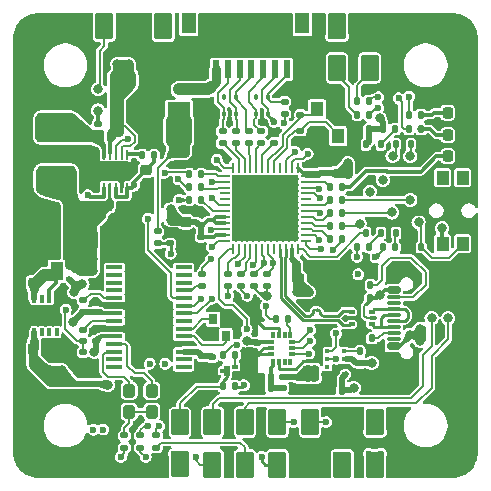
<source format=gbr>
%TF.GenerationSoftware,KiCad,Pcbnew,8.0.6*%
%TF.CreationDate,2025-09-02T18:07:21+02:00*%
%TF.ProjectId,atmos-fc,61746d6f-732d-4666-932e-6b696361645f,rev?*%
%TF.SameCoordinates,Original*%
%TF.FileFunction,Copper,L1,Top*%
%TF.FilePolarity,Positive*%
%FSLAX46Y46*%
G04 Gerber Fmt 4.6, Leading zero omitted, Abs format (unit mm)*
G04 Created by KiCad (PCBNEW 8.0.6) date 2025-09-02 18:07:21*
%MOMM*%
%LPD*%
G01*
G04 APERTURE LIST*
G04 Aperture macros list*
%AMRoundRect*
0 Rectangle with rounded corners*
0 $1 Rounding radius*
0 $2 $3 $4 $5 $6 $7 $8 $9 X,Y pos of 4 corners*
0 Add a 4 corners polygon primitive as box body*
4,1,4,$2,$3,$4,$5,$6,$7,$8,$9,$2,$3,0*
0 Add four circle primitives for the rounded corners*
1,1,$1+$1,$2,$3*
1,1,$1+$1,$4,$5*
1,1,$1+$1,$6,$7*
1,1,$1+$1,$8,$9*
0 Add four rect primitives between the rounded corners*
20,1,$1+$1,$2,$3,$4,$5,0*
20,1,$1+$1,$4,$5,$6,$7,0*
20,1,$1+$1,$6,$7,$8,$9,0*
20,1,$1+$1,$8,$9,$2,$3,0*%
%AMFreePoly0*
4,1,9,0.450000,-0.220000,0.150000,-0.220000,0.150000,-0.560000,-0.150000,-0.560000,-0.150000,-0.220000,-0.450000,-0.220000,-0.450000,0.220000,0.450000,0.220000,0.450000,-0.220000,0.450000,-0.220000,$1*%
%AMFreePoly1*
4,1,9,1.100000,-0.965000,-1.100000,-0.965000,-1.100000,-0.650000,-1.450000,-0.650000,-1.450000,0.650000,-1.100000,0.650000,-1.100000,0.965000,1.100000,0.965000,1.100000,-0.965000,1.100000,-0.965000,$1*%
G04 Aperture macros list end*
%TA.AperFunction,SMDPad,CuDef*%
%ADD10RoundRect,0.135000X-0.135000X-0.185000X0.135000X-0.185000X0.135000X0.185000X-0.135000X0.185000X0*%
%TD*%
%TA.AperFunction,SMDPad,CuDef*%
%ADD11RoundRect,0.218750X0.218750X0.256250X-0.218750X0.256250X-0.218750X-0.256250X0.218750X-0.256250X0*%
%TD*%
%TA.AperFunction,SMDPad,CuDef*%
%ADD12RoundRect,0.135000X0.185000X-0.135000X0.185000X0.135000X-0.185000X0.135000X-0.185000X-0.135000X0*%
%TD*%
%TA.AperFunction,SMDPad,CuDef*%
%ADD13RoundRect,0.200000X0.550000X0.925000X-0.550000X0.925000X-0.550000X-0.925000X0.550000X-0.925000X0*%
%TD*%
%TA.AperFunction,SMDPad,CuDef*%
%ADD14RoundRect,0.250000X-0.325000X-0.650000X0.325000X-0.650000X0.325000X0.650000X-0.325000X0.650000X0*%
%TD*%
%TA.AperFunction,SMDPad,CuDef*%
%ADD15RoundRect,0.147500X-0.172500X0.147500X-0.172500X-0.147500X0.172500X-0.147500X0.172500X0.147500X0*%
%TD*%
%TA.AperFunction,SMDPad,CuDef*%
%ADD16RoundRect,0.140000X0.170000X-0.140000X0.170000X0.140000X-0.170000X0.140000X-0.170000X-0.140000X0*%
%TD*%
%TA.AperFunction,SMDPad,CuDef*%
%ADD17R,0.500000X0.350000*%
%TD*%
%TA.AperFunction,SMDPad,CuDef*%
%ADD18FreePoly0,270.000000*%
%TD*%
%TA.AperFunction,SMDPad,CuDef*%
%ADD19RoundRect,0.075000X0.075000X-0.150000X0.075000X0.150000X-0.075000X0.150000X-0.075000X-0.150000X0*%
%TD*%
%TA.AperFunction,SMDPad,CuDef*%
%ADD20R,1.000000X1.200000*%
%TD*%
%TA.AperFunction,SMDPad,CuDef*%
%ADD21R,0.800000X0.900000*%
%TD*%
%TA.AperFunction,SMDPad,CuDef*%
%ADD22RoundRect,0.135000X0.135000X0.185000X-0.135000X0.185000X-0.135000X-0.185000X0.135000X-0.185000X0*%
%TD*%
%TA.AperFunction,SMDPad,CuDef*%
%ADD23RoundRect,0.225000X-0.225000X-0.250000X0.225000X-0.250000X0.225000X0.250000X-0.225000X0.250000X0*%
%TD*%
%TA.AperFunction,SMDPad,CuDef*%
%ADD24RoundRect,0.135000X-0.185000X0.135000X-0.185000X-0.135000X0.185000X-0.135000X0.185000X0.135000X0*%
%TD*%
%TA.AperFunction,SMDPad,CuDef*%
%ADD25RoundRect,0.125000X0.125000X-0.200000X0.125000X0.200000X-0.125000X0.200000X-0.125000X-0.200000X0*%
%TD*%
%TA.AperFunction,SMDPad,CuDef*%
%ADD26RoundRect,0.200000X-1.200000X0.800000X-1.200000X-0.800000X1.200000X-0.800000X1.200000X0.800000X0*%
%TD*%
%TA.AperFunction,SMDPad,CuDef*%
%ADD27RoundRect,0.140000X-0.170000X0.140000X-0.170000X-0.140000X0.170000X-0.140000X0.170000X0.140000X0*%
%TD*%
%TA.AperFunction,SMDPad,CuDef*%
%ADD28RoundRect,0.225000X0.250000X-0.225000X0.250000X0.225000X-0.250000X0.225000X-0.250000X-0.225000X0*%
%TD*%
%TA.AperFunction,SMDPad,CuDef*%
%ADD29RoundRect,0.140000X-0.140000X-0.170000X0.140000X-0.170000X0.140000X0.170000X-0.140000X0.170000X0*%
%TD*%
%TA.AperFunction,SMDPad,CuDef*%
%ADD30R,0.254800X0.807999*%
%TD*%
%TA.AperFunction,ComponentPad*%
%ADD31C,0.650000*%
%TD*%
%TA.AperFunction,SMDPad,CuDef*%
%ADD32R,2.590800X1.651000*%
%TD*%
%TA.AperFunction,SMDPad,CuDef*%
%ADD33RoundRect,0.225000X-0.250000X0.225000X-0.250000X-0.225000X0.250000X-0.225000X0.250000X0.225000X0*%
%TD*%
%TA.AperFunction,SMDPad,CuDef*%
%ADD34R,1.353299X0.354800*%
%TD*%
%TA.AperFunction,SMDPad,CuDef*%
%ADD35R,3.098800X6.908800*%
%TD*%
%TA.AperFunction,SMDPad,CuDef*%
%ADD36RoundRect,0.250000X-0.275000X0.312500X-0.275000X-0.312500X0.275000X-0.312500X0.275000X0.312500X0*%
%TD*%
%TA.AperFunction,SMDPad,CuDef*%
%ADD37RoundRect,0.250000X0.325000X0.650000X-0.325000X0.650000X-0.325000X-0.650000X0.325000X-0.650000X0*%
%TD*%
%TA.AperFunction,SMDPad,CuDef*%
%ADD38RoundRect,0.150000X0.425000X-0.150000X0.425000X0.150000X-0.425000X0.150000X-0.425000X-0.150000X0*%
%TD*%
%TA.AperFunction,SMDPad,CuDef*%
%ADD39RoundRect,0.075000X0.500000X-0.075000X0.500000X0.075000X-0.500000X0.075000X-0.500000X-0.075000X0*%
%TD*%
%TA.AperFunction,ComponentPad*%
%ADD40O,2.100000X1.000000*%
%TD*%
%TA.AperFunction,ComponentPad*%
%ADD41O,1.800000X1.000000*%
%TD*%
%TA.AperFunction,SMDPad,CuDef*%
%ADD42RoundRect,0.050000X0.300000X-0.150000X0.300000X0.150000X-0.300000X0.150000X-0.300000X-0.150000X0*%
%TD*%
%TA.AperFunction,SMDPad,CuDef*%
%ADD43R,0.600000X1.550000*%
%TD*%
%TA.AperFunction,SMDPad,CuDef*%
%ADD44R,1.200000X1.800000*%
%TD*%
%TA.AperFunction,SMDPad,CuDef*%
%ADD45RoundRect,0.093750X-0.156250X-0.093750X0.156250X-0.093750X0.156250X0.093750X-0.156250X0.093750X0*%
%TD*%
%TA.AperFunction,SMDPad,CuDef*%
%ADD46RoundRect,0.075000X-0.250000X-0.075000X0.250000X-0.075000X0.250000X0.075000X-0.250000X0.075000X0*%
%TD*%
%TA.AperFunction,SMDPad,CuDef*%
%ADD47RoundRect,0.200000X-0.550000X-0.925000X0.550000X-0.925000X0.550000X0.925000X-0.550000X0.925000X0*%
%TD*%
%TA.AperFunction,SMDPad,CuDef*%
%ADD48RoundRect,0.100000X0.150000X0.100000X-0.150000X0.100000X-0.150000X-0.100000X0.150000X-0.100000X0*%
%TD*%
%TA.AperFunction,SMDPad,CuDef*%
%ADD49R,1.100000X1.600000*%
%TD*%
%TA.AperFunction,SMDPad,CuDef*%
%ADD50R,0.250000X0.400000*%
%TD*%
%TA.AperFunction,SMDPad,CuDef*%
%ADD51FreePoly1,90.000000*%
%TD*%
%TA.AperFunction,SMDPad,CuDef*%
%ADD52R,0.860000X0.700000*%
%TD*%
%TA.AperFunction,SMDPad,CuDef*%
%ADD53R,0.350000X0.350000*%
%TD*%
%TA.AperFunction,SMDPad,CuDef*%
%ADD54RoundRect,0.009394X0.145606X-0.290606X0.145606X0.290606X-0.145606X0.290606X-0.145606X-0.290606X0*%
%TD*%
%TA.AperFunction,ComponentPad*%
%ADD55C,0.500000*%
%TD*%
%TA.AperFunction,SMDPad,CuDef*%
%ADD56RoundRect,0.050000X1.150000X-0.775000X1.150000X0.775000X-1.150000X0.775000X-1.150000X-0.775000X0*%
%TD*%
%TA.AperFunction,SMDPad,CuDef*%
%ADD57R,1.100000X1.300000*%
%TD*%
%TA.AperFunction,SMDPad,CuDef*%
%ADD58RoundRect,0.140000X0.140000X0.170000X-0.140000X0.170000X-0.140000X-0.170000X0.140000X-0.170000X0*%
%TD*%
%TA.AperFunction,SMDPad,CuDef*%
%ADD59R,0.300000X0.600000*%
%TD*%
%TA.AperFunction,SMDPad,CuDef*%
%ADD60R,0.600000X0.300000*%
%TD*%
%TA.AperFunction,SMDPad,CuDef*%
%ADD61RoundRect,0.062500X-0.062500X0.375000X-0.062500X-0.375000X0.062500X-0.375000X0.062500X0.375000X0*%
%TD*%
%TA.AperFunction,SMDPad,CuDef*%
%ADD62RoundRect,0.062500X-0.375000X0.062500X-0.375000X-0.062500X0.375000X-0.062500X0.375000X0.062500X0*%
%TD*%
%TA.AperFunction,HeatsinkPad*%
%ADD63R,5.600000X5.600000*%
%TD*%
%TA.AperFunction,ViaPad*%
%ADD64C,0.600000*%
%TD*%
%TA.AperFunction,ViaPad*%
%ADD65C,0.800000*%
%TD*%
%TA.AperFunction,Conductor*%
%ADD66C,0.500000*%
%TD*%
%TA.AperFunction,Conductor*%
%ADD67C,0.250000*%
%TD*%
%TA.AperFunction,Conductor*%
%ADD68C,0.300000*%
%TD*%
%TA.AperFunction,Conductor*%
%ADD69C,0.200000*%
%TD*%
%TA.AperFunction,Conductor*%
%ADD70C,0.750000*%
%TD*%
%TA.AperFunction,Conductor*%
%ADD71C,1.200000*%
%TD*%
%TA.AperFunction,Conductor*%
%ADD72C,1.000000*%
%TD*%
%TA.AperFunction,Conductor*%
%ADD73C,0.222300*%
%TD*%
G04 APERTURE END LIST*
D10*
%TO.P,R10,1*%
%TO.N,GND*%
X153090000Y-105900000D03*
%TO.P,R10,2*%
%TO.N,/MCU/BOOT0*%
X154110000Y-105900000D03*
%TD*%
D11*
%TO.P,D6,1*%
%TO.N,GND*%
X157950000Y-94500000D03*
%TO.P,D6,2*%
%TO.N,/MCU/LED0_A*%
X156375000Y-94500000D03*
%TD*%
D12*
%TO.P,R27,1*%
%TO.N,/Connectors/MOTOR_1*%
X137300000Y-97110000D03*
%TO.P,R27,2*%
%TO.N,/Connectors/MOTOR1_C*%
X137300000Y-96090000D03*
%TD*%
%TO.P,R11,1*%
%TO.N,/IMU/IMU_SPI_SCK*%
X137800000Y-109210000D03*
%TO.P,R11,2*%
%TO.N,/MCU/IMU_SPI_SCK_*%
X137800000Y-108190000D03*
%TD*%
D10*
%TO.P,R35,1*%
%TO.N,/Connectors/UART4_RX*%
X146390000Y-104100000D03*
%TO.P,R35,2*%
%TO.N,/Connectors/UART4_RX_C*%
X147410000Y-104100000D03*
%TD*%
D13*
%TO.P,J5,1,Pin_1*%
%TO.N,+5V*%
X150200000Y-120700000D03*
%TO.P,J5,2,Pin_2*%
%TO.N,GND*%
X147450000Y-120700000D03*
%TO.P,J5,3,Pin_3*%
%TO.N,/Connectors/I2C_SDA*%
X144700000Y-120700000D03*
%TO.P,J5,4,Pin_4*%
%TO.N,/Connectors/I2C_SCK*%
X141950000Y-120700000D03*
%TO.P,J5,5,Pin_5*%
%TO.N,/Connectors/UART4_RX_C*%
X139200000Y-120700000D03*
%TO.P,J5,6,Pin_6*%
%TO.N,/Connectors/UART4_TX_C*%
X136450000Y-120700000D03*
%TD*%
D14*
%TO.P,C2,1*%
%TO.N,+BATT_P*%
X128325000Y-95650000D03*
%TO.P,C2,2*%
%TO.N,GND*%
X131275000Y-95650000D03*
%TD*%
D15*
%TO.P,FB1,1*%
%TO.N,+3V3*%
X142425000Y-116865000D03*
%TO.P,FB1,2*%
%TO.N,/IMU/+3V3_F*%
X142425000Y-117835000D03*
%TD*%
D10*
%TO.P,R39,1*%
%TO.N,/MCU/BUZZER_CTRL*%
X137350000Y-115025000D03*
%TO.P,R39,2*%
%TO.N,/MCU/BUZZER_CTRL_B*%
X138370000Y-115025000D03*
%TD*%
D13*
%TO.P,J4,1,Pin_1*%
%TO.N,+5V*%
X132300000Y-87200000D03*
%TO.P,J4,2,Pin_2*%
%TO.N,GND*%
X129800000Y-87200000D03*
%TO.P,J4,3,Pin_3*%
%TO.N,/Connectors/VIDEO_CAM*%
X127300000Y-87200000D03*
%TD*%
D16*
%TO.P,C32,1*%
%TO.N,GND*%
X148950000Y-116675000D03*
%TO.P,C32,2*%
%TO.N,+3V3*%
X148950000Y-115715000D03*
%TD*%
D17*
%TO.P,Q1,1,B*%
%TO.N,/MCU/BUZZER_CTRL_B*%
X138360000Y-116025000D03*
%TO.P,Q1,2,E*%
%TO.N,GND*%
X138360000Y-116675000D03*
D18*
%TO.P,Q1,3,C*%
%TO.N,/Connectors/BUZZER-*%
X137670000Y-116350000D03*
%TD*%
D12*
%TO.P,R19,1*%
%TO.N,/Connectors/VIDEO_VTX*%
X129000000Y-122860000D03*
%TO.P,R19,2*%
%TO.N,/OSD/VIDEO_OUT*%
X129000000Y-121840000D03*
%TD*%
%TO.P,R30,1*%
%TO.N,/Connectors/MOTOR_4*%
X140600000Y-97110000D03*
%TO.P,R30,2*%
%TO.N,/Connectors/MOTOR4_C*%
X140600000Y-96090000D03*
%TD*%
%TO.P,R12,1*%
%TO.N,/IMU/IMU_SPI_MOSI*%
X138900000Y-109210000D03*
%TO.P,R12,2*%
%TO.N,/MCU/IMU_SPI_MOSI_*%
X138900000Y-108190000D03*
%TD*%
D19*
%TO.P,D8,1,K*%
%TO.N,/Connectors/MOTOR4_C*%
X140150000Y-94600000D03*
%TO.P,D8,2,A*%
%TO.N,GND*%
X140650000Y-94600000D03*
%TO.P,D8,3,K*%
%TO.N,/Connectors/CURRENT_SENSE_C*%
X141150000Y-94600000D03*
%TO.P,D8,4,K*%
%TO.N,/Connectors/TELEMETRY_C*%
X141150000Y-93200000D03*
%TO.P,D8,5,K*%
%TO.N,unconnected-(D8-K-Pad5)*%
X140150000Y-93200000D03*
%TD*%
D20*
%TO.P,SW1,1*%
%TO.N,N/C*%
X155925000Y-100000000D03*
%TO.P,SW1,2*%
X157625000Y-100000000D03*
%TO.P,SW1,3,C*%
%TO.N,+3V3*%
X155925000Y-105600000D03*
%TO.P,SW1,4,D*%
%TO.N,/MCU/BOOT0*%
X157625000Y-105600000D03*
%TD*%
D10*
%TO.P,R25,1*%
%TO.N,GND*%
X148790000Y-109100000D03*
%TO.P,R25,2*%
%TO.N,/Connectors/USB_CC2*%
X149810000Y-109100000D03*
%TD*%
D21*
%TO.P,Y2,1,1*%
%TO.N,/OSD/OSD_OSC_IN*%
X137600000Y-113400000D03*
%TO.P,Y2,2,2*%
%TO.N,GND*%
X137600000Y-112000000D03*
%TO.P,Y2,3,3*%
%TO.N,/OSD/OSD_OSC_FB*%
X136500000Y-112000000D03*
%TO.P,Y2,4,4*%
%TO.N,GND*%
X136500000Y-113400000D03*
%TD*%
D16*
%TO.P,C20,1*%
%TO.N,/MCU/MCU_OSC_OUT*%
X143900000Y-94680000D03*
%TO.P,C20,2*%
%TO.N,GND*%
X143900000Y-93720000D03*
%TD*%
D12*
%TO.P,R18,1*%
%TO.N,+5V*%
X125500000Y-111420000D03*
%TO.P,R18,2*%
%TO.N,/OSD/OSD_~{RESET}*%
X125500000Y-110400000D03*
%TD*%
D13*
%TO.P,J6,1,Pin_1*%
%TO.N,+BATT_P*%
X150200000Y-124300000D03*
%TO.P,J6,2,Pin_2*%
%TO.N,+5V*%
X147450000Y-124300000D03*
%TO.P,J6,3,Pin_3*%
%TO.N,GND*%
X144700000Y-124300000D03*
%TO.P,J6,4,Pin_4*%
%TO.N,/Connectors/VIDEO_VTX*%
X141950000Y-124300000D03*
%TO.P,J6,5,Pin_5*%
%TO.N,/Connectors/UART3_RX_C*%
X139200000Y-124300000D03*
%TO.P,J6,6,Pin_6*%
%TO.N,/Connectors/UART3_TX_C*%
X136450000Y-124300000D03*
%TD*%
D22*
%TO.P,R31,1*%
%TO.N,/Connectors/CURRENT_SENSE*%
X135510000Y-101900000D03*
%TO.P,R31,2*%
%TO.N,/Connectors/CURRENT_SENSE_C*%
X134490000Y-101900000D03*
%TD*%
D23*
%TO.P,C10,1*%
%TO.N,+3V3*%
X121275000Y-114500000D03*
%TO.P,C10,2*%
%TO.N,GND*%
X122825000Y-114500000D03*
%TD*%
D24*
%TO.P,R5,1*%
%TO.N,/Connectors/I2C_SCK*%
X141100000Y-108190000D03*
%TO.P,R5,2*%
%TO.N,+3V3*%
X141100000Y-109210000D03*
%TD*%
D16*
%TO.P,C12,1*%
%TO.N,+3V3*%
X146800000Y-99580000D03*
%TO.P,C12,2*%
%TO.N,GND*%
X146800000Y-98620000D03*
%TD*%
D10*
%TO.P,R20,1*%
%TO.N,/IMU/IMU_SPI_MISO*%
X141790000Y-112000000D03*
%TO.P,R20,2*%
%TO.N,/IMU/IMU_SPI_MISO_*%
X142810000Y-112000000D03*
%TD*%
D25*
%TO.P,U6,1,~{CS}*%
%TO.N,/Flash Memory/FLASH_SPI_~{CS}*%
X149445000Y-104700000D03*
%TO.P,U6,2,IO1*%
%TO.N,/Flash Memory/FLASH_SPI_MISO_*%
X150715000Y-104700000D03*
%TO.P,U6,3,IO2*%
%TO.N,/Flash Memory/FLASH_~{WP}*%
X151985000Y-104700000D03*
%TO.P,U6,4,GND*%
%TO.N,GND*%
X153255000Y-104700000D03*
%TO.P,U6,5,IO0*%
%TO.N,/Flash Memory/FLASH_SPI_MOSI*%
X153255000Y-97200000D03*
%TO.P,U6,6,CLK*%
%TO.N,/Flash Memory/FLASH_SPI_SCK*%
X151985000Y-97200000D03*
%TO.P,U6,7,IO3*%
%TO.N,/Flash Memory/FLASH_~{HOLD}*%
X150715000Y-97200000D03*
%TO.P,U6,8,VCC*%
%TO.N,+3V3*%
X149445000Y-97200000D03*
%TD*%
D22*
%TO.P,R8,1*%
%TO.N,/Flash Memory/FLASH_SPI_SCK*%
X147410000Y-103000000D03*
%TO.P,R8,2*%
%TO.N,/MCU/FLASH_SPI_SCK_*%
X146390000Y-103000000D03*
%TD*%
D26*
%TO.P,L1,1*%
%TO.N,/Power Management/BUCK_SW*%
X123200000Y-95800000D03*
%TO.P,L1,2*%
%TO.N,+5V*%
X123200000Y-100300000D03*
%TD*%
D27*
%TO.P,C18,1*%
%TO.N,GND*%
X141700000Y-96120000D03*
%TO.P,C18,2*%
%TO.N,/MCU/MCU_~{RESET}*%
X141700000Y-97080000D03*
%TD*%
D28*
%TO.P,C9,1*%
%TO.N,/Power Management/+5V_CORE*%
X121300000Y-108925000D03*
%TO.P,C9,2*%
%TO.N,GND*%
X121300000Y-107375000D03*
%TD*%
D23*
%TO.P,C11,1*%
%TO.N,+3V3*%
X143795000Y-108600000D03*
%TO.P,C11,2*%
%TO.N,GND*%
X145345000Y-108600000D03*
%TD*%
D10*
%TO.P,R15,1*%
%TO.N,/MCU/LED_ORANGE_EN*%
X146390000Y-100800000D03*
%TO.P,R15,2*%
%TO.N,/MCU/LED2_A*%
X147410000Y-100800000D03*
%TD*%
D22*
%TO.P,R33,1*%
%TO.N,/Connectors/UART2_RX*%
X149730000Y-93500000D03*
%TO.P,R33,2*%
%TO.N,/Connectors/UART2_RX_C*%
X148710000Y-93500000D03*
%TD*%
D27*
%TO.P,C22,1*%
%TO.N,GND*%
X126550000Y-110430000D03*
%TO.P,C22,2*%
%TO.N,+5V*%
X126550000Y-111390000D03*
%TD*%
D29*
%TO.P,C31,1*%
%TO.N,GND*%
X148720000Y-95900000D03*
%TO.P,C31,2*%
%TO.N,+3V3*%
X149680000Y-95900000D03*
%TD*%
D30*
%TO.P,U1,1,SPS*%
%TO.N,/Power Management/BUCK_SPS_EN*%
X129250001Y-98050000D03*
%TO.P,U1,2,EN*%
%TO.N,+BATT_P*%
X128750002Y-98050000D03*
%TO.P,U1,3,BST*%
%TO.N,/Power Management/BUCK_BST*%
X128250001Y-98050000D03*
%TO.P,U1,4,SUP*%
%TO.N,+BATT_P*%
X127750001Y-98050000D03*
%TO.P,U1,5,LX*%
%TO.N,/Power Management/BUCK_SW*%
X127250000Y-98050000D03*
%TO.P,U1,6,PGND*%
%TO.N,GND*%
X126750001Y-98050000D03*
%TO.P,U1,7,AGND*%
X126750001Y-100890000D03*
%TO.P,U1,8,FB*%
%TO.N,/Power Management/BIAS*%
X127250000Y-100890000D03*
%TO.P,U1,9,OUT*%
%TO.N,+5V*%
X127750001Y-100890000D03*
%TO.P,U1,10,BIAS*%
%TO.N,/Power Management/BIAS*%
X128250001Y-100890000D03*
%TO.P,U1,11,SYNC*%
%TO.N,GND*%
X128750002Y-100890000D03*
%TO.P,U1,12,PGOOD*%
%TO.N,/Power Management/BIAS*%
X129250001Y-100890000D03*
D31*
%TO.P,U1,13,EP*%
%TO.N,GND*%
X128000001Y-98970000D03*
X128950001Y-99470000D03*
D32*
X128000001Y-99470000D03*
D31*
X127050001Y-99470000D03*
X128000001Y-99970000D03*
%TD*%
D33*
%TO.P,C4,1*%
%TO.N,/Power Management/BIAS*%
X130800000Y-99365000D03*
%TO.P,C4,2*%
%TO.N,GND*%
X130800000Y-100915000D03*
%TD*%
D12*
%TO.P,R32,1*%
%TO.N,/Connectors/TELEMETRY*%
X142550000Y-94610000D03*
%TO.P,R32,2*%
%TO.N,/Connectors/TELEMETRY_C*%
X142550000Y-93590000D03*
%TD*%
D34*
%TO.P,U4,1,NC*%
%TO.N,unconnected-(U4-NC-Pad1)*%
X134000000Y-116050000D03*
%TO.P,U4,2,NC*%
%TO.N,unconnected-(U4-NC-Pad2)*%
X134000000Y-115399999D03*
%TO.P,U4,3,DVDD*%
%TO.N,+5V*%
X134000000Y-114750000D03*
%TO.P,U4,4,DGND*%
%TO.N,GND*%
X134000000Y-114099999D03*
%TO.P,U4,5,CLKIN*%
%TO.N,/OSD/OSD_OSC_IN*%
X134000000Y-113450001D03*
%TO.P,U4,6,XFB*%
%TO.N,/OSD/OSD_OSC_FB*%
X134000000Y-112799999D03*
%TO.P,U4,7,CLKOUT*%
%TO.N,unconnected-(U4-CLKOUT-Pad7)*%
X134000000Y-112150001D03*
%TO.P,U4,8,~{CS}*%
%TO.N,/MCU/OSD_SPI_~{CS}*%
X134000000Y-111500002D03*
%TO.P,U4,9,SDIN*%
%TO.N,/MCU/OSD_SPI_MOSI*%
X134000000Y-110850001D03*
%TO.P,U4,10,SCLK*%
%TO.N,/MCU/OSD_SPI_SCK*%
X134000000Y-110200002D03*
%TO.P,U4,11,SDOUT*%
%TO.N,/OSD/OSD_SPI_MISO_*%
X134000000Y-109550001D03*
%TO.P,U4,12,LOS*%
%TO.N,unconnected-(U4-LOS-Pad12)*%
X134000000Y-108900002D03*
%TO.P,U4,13,NC*%
%TO.N,unconnected-(U4-NC-Pad13)*%
X134000000Y-108250001D03*
%TO.P,U4,14,NC*%
%TO.N,unconnected-(U4-NC-Pad14)*%
X134000000Y-107600002D03*
%TO.P,U4,15,NC*%
%TO.N,unconnected-(U4-NC-Pad15)*%
X128150904Y-107600000D03*
%TO.P,U4,16,NC*%
%TO.N,unconnected-(U4-NC-Pad16)*%
X128150904Y-108250001D03*
%TO.P,U4,17,~{VSYNC}*%
%TO.N,unconnected-(U4-~{VSYNC}-Pad17)*%
X128150904Y-108900000D03*
%TO.P,U4,18,~{HSYNC}*%
%TO.N,unconnected-(U4-~{HSYNC}-Pad18)*%
X128150904Y-109550001D03*
%TO.P,U4,19,~{RESET}*%
%TO.N,/OSD/OSD_~{RESET}*%
X128150904Y-110199999D03*
%TO.P,U4,20,AGND*%
%TO.N,GND*%
X128150904Y-110850001D03*
%TO.P,U4,21,AVDD*%
%TO.N,+5V*%
X128150904Y-111499999D03*
%TO.P,U4,22,VIN*%
%TO.N,/OSD/OSD_VIDEO_IN*%
X128150904Y-112150001D03*
%TO.P,U4,23,PGND*%
%TO.N,GND*%
X128150904Y-112799999D03*
%TO.P,U4,24,PVDD*%
%TO.N,+5V*%
X128150904Y-113450001D03*
%TO.P,U4,25,SAG*%
%TO.N,/OSD/OSD_SAG*%
X128150904Y-114099999D03*
%TO.P,U4,26,VOUT*%
%TO.N,/OSD/OSD_VIDEO_OUT*%
X128150904Y-114750000D03*
%TO.P,U4,27,NC*%
%TO.N,unconnected-(U4-NC-Pad27)*%
X128150904Y-115399999D03*
%TO.P,U4,28,NC*%
%TO.N,unconnected-(U4-NC-Pad28)*%
X128150904Y-116050000D03*
D35*
%TO.P,U4,EP,EP*%
%TO.N,GND*%
X131075452Y-111825000D03*
%TD*%
D36*
%TO.P,C25,1*%
%TO.N,/OSD/OSD_VIDEO_OUT*%
X129400000Y-118050000D03*
%TO.P,C25,2*%
%TO.N,/OSD/VIDEO_OUT*%
X129400000Y-119825000D03*
%TD*%
D37*
%TO.P,C7,1*%
%TO.N,+5V*%
X124375000Y-105300000D03*
%TO.P,C7,2*%
%TO.N,GND*%
X121425000Y-105300000D03*
%TD*%
D29*
%TO.P,C33,1*%
%TO.N,GND*%
X146445000Y-118050000D03*
%TO.P,C33,2*%
%TO.N,+3V3*%
X147405000Y-118050000D03*
%TD*%
D10*
%TO.P,R13,1*%
%TO.N,/MCU/LED_BLUE_EN*%
X153090000Y-94700000D03*
%TO.P,R13,2*%
%TO.N,/MCU/LED0_A*%
X154110000Y-94700000D03*
%TD*%
D22*
%TO.P,R2,1*%
%TO.N,/MCU/OSD_SPI_SCK_*%
X135510000Y-99700000D03*
%TO.P,R2,2*%
%TO.N,/MCU/OSD_SPI_SCK*%
X134490000Y-99700000D03*
%TD*%
D37*
%TO.P,C8,1*%
%TO.N,+5V*%
X124375000Y-102900000D03*
%TO.P,C8,2*%
%TO.N,GND*%
X121425000Y-102900000D03*
%TD*%
D38*
%TO.P,J3,A1,GND*%
%TO.N,GND*%
X151810000Y-115100000D03*
%TO.P,J3,A4,VBUS*%
%TO.N,/Connectors/+5V_USB*%
X151810000Y-114300000D03*
D39*
%TO.P,J3,A5,CC1*%
%TO.N,/Connectors/USB_CC1*%
X151810000Y-113150000D03*
%TO.P,J3,A6,D+*%
%TO.N,/Connectors/USB_D+*%
X151810000Y-112150000D03*
%TO.P,J3,A7,D-*%
%TO.N,/Connectors/USB_D-*%
X151810000Y-111650000D03*
%TO.P,J3,A8,SBU1*%
%TO.N,unconnected-(J3-SBU1-PadA8)*%
X151810000Y-110650000D03*
D38*
%TO.P,J3,A9,VBUS*%
%TO.N,/Connectors/+5V_USB*%
X151810000Y-109500000D03*
%TO.P,J3,A12,GND*%
%TO.N,GND*%
X151810000Y-108700000D03*
%TO.P,J3,B1,GND*%
X151810000Y-108700000D03*
%TO.P,J3,B4,VBUS*%
%TO.N,/Connectors/+5V_USB*%
X151810000Y-109500000D03*
D39*
%TO.P,J3,B5,CC2*%
%TO.N,/Connectors/USB_CC2*%
X151810000Y-110150000D03*
%TO.P,J3,B6,D+*%
%TO.N,/Connectors/USB_D+*%
X151810000Y-111150000D03*
%TO.P,J3,B7,D-*%
%TO.N,/Connectors/USB_D-*%
X151810000Y-112650000D03*
%TO.P,J3,B8,SBU2*%
%TO.N,unconnected-(J3-SBU2-PadB8)*%
X151810000Y-113650000D03*
D38*
%TO.P,J3,B9,VBUS*%
%TO.N,/Connectors/+5V_USB*%
X151810000Y-114300000D03*
%TO.P,J3,B12,GND*%
%TO.N,GND*%
X151810000Y-115100000D03*
D40*
%TO.P,J3,S1,SHIELD*%
X152385000Y-116220000D03*
D41*
X156565000Y-116220000D03*
D40*
X152385000Y-107580000D03*
D41*
X156565000Y-107580000D03*
%TD*%
D29*
%TO.P,C28,1*%
%TO.N,GND*%
X140420000Y-117850000D03*
%TO.P,C28,2*%
%TO.N,/IMU/+3V3_F*%
X141380000Y-117850000D03*
%TD*%
D16*
%TO.P,C15,1*%
%TO.N,+3V3*%
X145700000Y-99580000D03*
%TO.P,C15,2*%
%TO.N,GND*%
X145700000Y-98620000D03*
%TD*%
D12*
%TO.P,R16,1*%
%TO.N,GND*%
X125500000Y-115820000D03*
%TO.P,R16,2*%
%TO.N,/Connectors/VIDEO_CAM*%
X125500000Y-114800000D03*
%TD*%
D10*
%TO.P,R26,1*%
%TO.N,GND*%
X148915000Y-113600000D03*
%TO.P,R26,2*%
%TO.N,/Connectors/USB_CC1*%
X149935000Y-113600000D03*
%TD*%
D12*
%TO.P,R6,1*%
%TO.N,/MCU/MCU_VBAT_SENSE*%
X131810000Y-105585000D03*
%TO.P,R6,2*%
%TO.N,+BATT_P*%
X131810000Y-104565000D03*
%TD*%
D29*
%TO.P,C29,1*%
%TO.N,GND*%
X140420000Y-116850000D03*
%TO.P,C29,2*%
%TO.N,/IMU/+3V3_F*%
X141380000Y-116850000D03*
%TD*%
D16*
%TO.P,C30,1*%
%TO.N,GND*%
X140250000Y-114930000D03*
%TO.P,C30,2*%
%TO.N,+3V3*%
X140250000Y-113970000D03*
%TD*%
D12*
%TO.P,R28,1*%
%TO.N,/Connectors/MOTOR_2*%
X138400000Y-97110000D03*
%TO.P,R28,2*%
%TO.N,/Connectors/MOTOR2_C*%
X138400000Y-96090000D03*
%TD*%
D16*
%TO.P,C24,1*%
%TO.N,GND*%
X135600000Y-116080000D03*
%TO.P,C24,2*%
%TO.N,+5V*%
X135600000Y-115120000D03*
%TD*%
D24*
%TO.P,R38,1*%
%TO.N,/Connectors/UART3_TX*%
X130350000Y-121840000D03*
%TO.P,R38,2*%
%TO.N,/Connectors/UART3_TX_C*%
X130350000Y-122860000D03*
%TD*%
D10*
%TO.P,R22,1*%
%TO.N,+3V3*%
X150890000Y-105900000D03*
%TO.P,R22,2*%
%TO.N,/Flash Memory/FLASH_~{WP}*%
X151910000Y-105900000D03*
%TD*%
D42*
%TO.P,D1,1,A1*%
%TO.N,GND*%
X135800000Y-93550000D03*
%TO.P,D1,2,A2*%
%TO.N,/Connectors/+BATT*%
X135800000Y-92850000D03*
%TD*%
D43*
%TO.P,J2,1,Pin_1*%
%TO.N,/Connectors/TELEMETRY_C*%
X142750000Y-90825000D03*
%TO.P,J2,2,Pin_2*%
%TO.N,/Connectors/CURRENT_SENSE_C*%
X141750000Y-90825000D03*
%TO.P,J2,3,Pin_3*%
%TO.N,/Connectors/MOTOR4_C*%
X140750000Y-90825000D03*
%TO.P,J2,4,Pin_4*%
%TO.N,/Connectors/MOTOR3_C*%
X139750000Y-90825000D03*
%TO.P,J2,5,Pin_5*%
%TO.N,/Connectors/MOTOR2_C*%
X138750000Y-90825000D03*
%TO.P,J2,6,Pin_6*%
%TO.N,/Connectors/MOTOR1_C*%
X137750000Y-90825000D03*
%TO.P,J2,7,Pin_7*%
%TO.N,/Connectors/+BATT*%
X136750000Y-90825000D03*
%TO.P,J2,8,Pin_8*%
%TO.N,GND*%
X135750000Y-90825000D03*
D44*
%TO.P,J2,P1*%
%TO.N,N/C*%
X144050000Y-86950000D03*
%TO.P,J2,P2*%
X134450000Y-86950000D03*
%TD*%
D19*
%TO.P,D7,1,K*%
%TO.N,/Connectors/MOTOR1_C*%
X137400000Y-94600000D03*
%TO.P,D7,2,A*%
%TO.N,GND*%
X137900000Y-94600000D03*
%TO.P,D7,3,K*%
%TO.N,/Connectors/MOTOR2_C*%
X138400000Y-94600000D03*
%TO.P,D7,4,K*%
%TO.N,/Connectors/MOTOR3_C*%
X138400000Y-93200000D03*
%TO.P,D7,5,K*%
%TO.N,unconnected-(D7-K-Pad5)*%
X137400000Y-93200000D03*
%TD*%
D45*
%TO.P,U8,1,I/O1*%
%TO.N,/Connectors/USB_D+*%
X148225000Y-111362500D03*
D46*
%TO.P,U8,2,GND*%
%TO.N,GND*%
X148150000Y-111900000D03*
D45*
%TO.P,U8,3,I/O2*%
%TO.N,/Connectors/USB_D-*%
X148225000Y-112437500D03*
%TO.P,U8,4,I/O2*%
X149925000Y-112437500D03*
D46*
%TO.P,U8,5,VBUS*%
%TO.N,/Connectors/+5V_USB*%
X150000000Y-111900000D03*
D45*
%TO.P,U8,6,I/O1*%
%TO.N,/Connectors/USB_D+*%
X149925000Y-111362500D03*
%TD*%
D16*
%TO.P,C13,1*%
%TO.N,+3V3*%
X135500000Y-103985000D03*
%TO.P,C13,2*%
%TO.N,GND*%
X135500000Y-103025000D03*
%TD*%
D12*
%TO.P,R29,1*%
%TO.N,/Connectors/MOTOR_3*%
X139500000Y-97110000D03*
%TO.P,R29,2*%
%TO.N,/Connectors/MOTOR3_C*%
X139500000Y-96090000D03*
%TD*%
D47*
%TO.P,J7,1,Pin_1*%
%TO.N,+5V*%
X133700000Y-124275000D03*
%TO.P,J7,2,Pin_2*%
%TO.N,/Connectors/BUZZER-*%
X133700000Y-120725000D03*
%TD*%
D48*
%TO.P,D3,1,K*%
%TO.N,/Connectors/+5V_USB*%
X124300000Y-108600000D03*
%TO.P,D3,2,K*%
%TO.N,+5V*%
X124300000Y-107300000D03*
D49*
%TO.P,D3,3,A*%
%TO.N,/Power Management/+5V_CORE*%
X123250000Y-107950000D03*
D50*
X122575000Y-107950000D03*
%TD*%
D22*
%TO.P,R9,1*%
%TO.N,/Flash Memory/FLASH_SPI_MOSI*%
X147410000Y-101900000D03*
%TO.P,R9,2*%
%TO.N,/MCU/FLASH_SPI_MOSI_*%
X146390000Y-101900000D03*
%TD*%
D24*
%TO.P,R4,1*%
%TO.N,/Connectors/I2C_SDA*%
X140000000Y-108190000D03*
%TO.P,R4,2*%
%TO.N,+3V3*%
X140000000Y-109210000D03*
%TD*%
%TO.P,R37,1*%
%TO.N,/Connectors/UART3_RX*%
X131700000Y-121840000D03*
%TO.P,R37,2*%
%TO.N,/Connectors/UART3_RX_C*%
X131700000Y-122860000D03*
%TD*%
D27*
%TO.P,C23,1*%
%TO.N,GND*%
X126550000Y-112870000D03*
%TO.P,C23,2*%
%TO.N,+5V*%
X126550000Y-113830000D03*
%TD*%
D51*
%TO.P,D2,1,K*%
%TO.N,+BATT_P*%
X133600000Y-94700000D03*
D52*
%TO.P,D2,2,A*%
%TO.N,/Connectors/+BATT*%
X133600000Y-92540000D03*
%TD*%
D53*
%TO.P,U7,1,GND*%
%TO.N,GND*%
X146175000Y-116675000D03*
%TO.P,U7,2,CSB*%
%TO.N,unconnected-(U7-CSB-Pad2)*%
X146175000Y-116025000D03*
%TO.P,U7,3,SDI*%
%TO.N,/Connectors/I2C_SDA*%
X146175000Y-115375000D03*
%TO.P,U7,4,SCK*%
%TO.N,/Connectors/I2C_SCK*%
X146175000Y-114725000D03*
%TO.P,U7,5,SDO*%
%TO.N,/Barometer/BARO_SDO*%
X147625000Y-114725000D03*
%TO.P,U7,6,VDDIO*%
%TO.N,+3V3*%
X147625000Y-115375000D03*
%TO.P,U7,7,GND*%
%TO.N,GND*%
X147625000Y-116025000D03*
%TO.P,U7,8,VDD*%
%TO.N,+3V3*%
X147625000Y-116675000D03*
%TD*%
D27*
%TO.P,C16,1*%
%TO.N,+3V3*%
X135500000Y-105025000D03*
%TO.P,C16,2*%
%TO.N,GND*%
X135500000Y-105985000D03*
%TD*%
D10*
%TO.P,R21,1*%
%TO.N,/Flash Memory/FLASH_SPI_MISO*%
X148705000Y-105900000D03*
%TO.P,R21,2*%
%TO.N,/Flash Memory/FLASH_SPI_MISO_*%
X149725000Y-105900000D03*
%TD*%
D14*
%TO.P,C1,1*%
%TO.N,+BATT_P*%
X128325000Y-93150000D03*
%TO.P,C1,2*%
%TO.N,GND*%
X131275000Y-93150000D03*
%TD*%
D10*
%TO.P,R14,1*%
%TO.N,/MCU/LED_GREEN_EN*%
X153090000Y-95900000D03*
%TO.P,R14,2*%
%TO.N,/MCU/LED1_A*%
X154110000Y-95900000D03*
%TD*%
D14*
%TO.P,C6,1*%
%TO.N,+5V*%
X126125000Y-105300000D03*
%TO.P,C6,2*%
%TO.N,GND*%
X129075000Y-105300000D03*
%TD*%
D22*
%TO.P,R40,1*%
%TO.N,+5V*%
X138370000Y-117675000D03*
%TO.P,R40,2*%
%TO.N,/Connectors/BUZZER-*%
X137350000Y-117675000D03*
%TD*%
D10*
%TO.P,R23,1*%
%TO.N,+3V3*%
X150890000Y-95900000D03*
%TO.P,R23,2*%
%TO.N,/Flash Memory/FLASH_~{HOLD}*%
X151910000Y-95900000D03*
%TD*%
D27*
%TO.P,C21,1*%
%TO.N,/OSD/OSD_VIDEO_IN*%
X125500000Y-112870000D03*
%TO.P,C21,2*%
%TO.N,/Connectors/VIDEO_CAM*%
X125500000Y-113830000D03*
%TD*%
D14*
%TO.P,C5,1*%
%TO.N,+5V*%
X126125000Y-102900000D03*
%TO.P,C5,2*%
%TO.N,GND*%
X129075000Y-102900000D03*
%TD*%
D22*
%TO.P,R1,1*%
%TO.N,/Power Management/BIAS*%
X131510000Y-98100000D03*
%TO.P,R1,2*%
%TO.N,/Power Management/BUCK_SPS_EN*%
X130490000Y-98100000D03*
%TD*%
D54*
%TO.P,U2,1,OUT*%
%TO.N,+3V3*%
X121350000Y-113100000D03*
%TO.P,U2,2,NC*%
%TO.N,unconnected-(U2-NC-Pad2)*%
X122000000Y-113100000D03*
%TO.P,U2,3,NC*%
%TO.N,unconnected-(U2-NC-Pad3)*%
X122650000Y-113100000D03*
%TO.P,U2,4,NC*%
%TO.N,unconnected-(U2-NC-Pad4)*%
X123300000Y-113100000D03*
%TO.P,U2,5,GND*%
%TO.N,GND*%
X123300000Y-110300000D03*
%TO.P,U2,6,EN*%
%TO.N,/Power Management/+5V_CORE*%
X122650000Y-110300000D03*
%TO.P,U2,7,NC*%
%TO.N,unconnected-(U2-NC-Pad7)*%
X122000000Y-110300000D03*
%TO.P,U2,8,IN*%
%TO.N,/Power Management/+5V_CORE*%
X121350000Y-110300000D03*
D55*
%TO.P,U2,9,PAD*%
%TO.N,GND*%
X122325000Y-112275000D03*
X121375000Y-111700000D03*
D56*
X122325000Y-111700000D03*
D55*
X123275000Y-111700000D03*
X122325000Y-111125000D03*
%TD*%
D27*
%TO.P,C19,1*%
%TO.N,/MCU/MCU_OSC_IN*%
X143900000Y-96040000D03*
%TO.P,C19,2*%
%TO.N,GND*%
X143900000Y-97000000D03*
%TD*%
D22*
%TO.P,R24,1*%
%TO.N,GND*%
X149960000Y-114700000D03*
%TO.P,R24,2*%
%TO.N,/Barometer/BARO_SDO*%
X148940000Y-114700000D03*
%TD*%
D33*
%TO.P,C17,1*%
%TO.N,+3V3*%
X134200000Y-103750000D03*
%TO.P,C17,2*%
%TO.N,GND*%
X134200000Y-105300000D03*
%TD*%
D29*
%TO.P,C14,1*%
%TO.N,+3V3*%
X143540000Y-107300000D03*
%TO.P,C14,2*%
%TO.N,GND*%
X144500000Y-107300000D03*
%TD*%
D57*
%TO.P,Y1,1,1*%
%TO.N,/MCU/MCU_OSC_IN*%
X147100000Y-96500000D03*
%TO.P,Y1,2,2*%
%TO.N,GND*%
X147100000Y-94200000D03*
%TO.P,Y1,3,3*%
%TO.N,/MCU/MCU_OSC_OUT*%
X145300000Y-94200000D03*
%TO.P,Y1,4,4*%
%TO.N,GND*%
X145300000Y-96500000D03*
%TD*%
D58*
%TO.P,C34,1*%
%TO.N,/Connectors/+5V_USB*%
X149780000Y-110200000D03*
%TO.P,C34,2*%
%TO.N,GND*%
X148820000Y-110200000D03*
%TD*%
D59*
%TO.P,U5,1,AP_SDO/AP_AD0*%
%TO.N,/IMU/IMU_SPI_MISO_*%
X143050000Y-113300000D03*
%TO.P,U5,2,RESV*%
%TO.N,unconnected-(U5-RESV-Pad2)*%
X142550000Y-113300000D03*
%TO.P,U5,3,RESV*%
%TO.N,GND*%
X142050000Y-113300000D03*
%TO.P,U5,4,INT1/INT*%
%TO.N,unconnected-(U5-INT1{slash}INT-Pad4)*%
X141550000Y-113300000D03*
D60*
%TO.P,U5,5,VDDIO*%
%TO.N,+3V3*%
X141400000Y-113950000D03*
%TO.P,U5,6,GND*%
%TO.N,GND*%
X141400000Y-114450000D03*
%TO.P,U5,7,RESV*%
X141400000Y-114950000D03*
D59*
%TO.P,U5,8,VDD*%
%TO.N,/IMU/+3V3_F*%
X141550000Y-115600000D03*
%TO.P,U5,9,INT2/FSYNC/CLKIN*%
%TO.N,GND*%
X142050000Y-115600000D03*
%TO.P,U5,10,RESV*%
%TO.N,unconnected-(U5-RESV-Pad10)*%
X142550000Y-115600000D03*
%TO.P,U5,11,RESV*%
%TO.N,unconnected-(U5-RESV-Pad11)*%
X143050000Y-115600000D03*
D60*
%TO.P,U5,12,AP_CS*%
%TO.N,/IMU/IMU_SPI_~{CS}*%
X143200000Y-114950000D03*
%TO.P,U5,13,AP_SCL/AP_SCLK*%
%TO.N,/IMU/IMU_SPI_SCK*%
X143200000Y-114450000D03*
%TO.P,U5,14,AP_SDA/AP_SDIO/AP_SDI*%
%TO.N,/IMU/IMU_SPI_MOSI*%
X143200000Y-113950000D03*
%TD*%
D27*
%TO.P,C3,1*%
%TO.N,/Power Management/BUCK_BST*%
X126750000Y-95440000D03*
%TO.P,C3,2*%
%TO.N,/Power Management/BUCK_SW*%
X126750000Y-96400000D03*
%TD*%
D22*
%TO.P,R34,1*%
%TO.N,/Connectors/UART2_TX*%
X149730000Y-94700000D03*
%TO.P,R34,2*%
%TO.N,/Connectors/UART2_TX_C*%
X148710000Y-94700000D03*
%TD*%
D61*
%TO.P,U3,1,VBAT*%
%TO.N,+3V3*%
X143662500Y-99162500D03*
%TO.P,U3,2,PC13*%
%TO.N,/MCU/LED_GREEN_EN*%
X143162500Y-99162500D03*
%TO.P,U3,3,PC14*%
%TO.N,/MCU/LED_BLUE_EN*%
X142662500Y-99162500D03*
%TO.P,U3,4,PC15*%
%TO.N,unconnected-(U3-PC15-Pad4)*%
X142162500Y-99162500D03*
%TO.P,U3,5,PF0*%
%TO.N,/MCU/MCU_OSC_IN*%
X141662500Y-99162500D03*
%TO.P,U3,6,PF1*%
%TO.N,/MCU/MCU_OSC_OUT*%
X141162500Y-99162500D03*
%TO.P,U3,7,PG10*%
%TO.N,/MCU/MCU_~{RESET}*%
X140662500Y-99162500D03*
%TO.P,U3,8,PA0*%
%TO.N,/Connectors/MOTOR_4*%
X140162500Y-99162500D03*
%TO.P,U3,9,PA1*%
%TO.N,/Connectors/MOTOR_3*%
X139662500Y-99162500D03*
%TO.P,U3,10,PA2*%
%TO.N,/Connectors/MOTOR_2*%
X139162500Y-99162500D03*
%TO.P,U3,11,PA3*%
%TO.N,/Connectors/MOTOR_1*%
X138662500Y-99162500D03*
%TO.P,U3,12,PA4*%
%TO.N,/MCU/OSD_SPI_~{CS}*%
X138162500Y-99162500D03*
D62*
%TO.P,U3,13,PA5*%
%TO.N,/MCU/OSD_SPI_SCK_*%
X137475000Y-99850000D03*
%TO.P,U3,14,PA6*%
%TO.N,/MCU/OSD_SPI_MISO*%
X137475000Y-100350000D03*
%TO.P,U3,15,PA7*%
%TO.N,/MCU/OSD_SPI_MOSI_*%
X137475000Y-100850000D03*
%TO.P,U3,16,PC4*%
%TO.N,unconnected-(U3-PC4-Pad16)*%
X137475000Y-101350000D03*
%TO.P,U3,17,PB0*%
%TO.N,unconnected-(U3-PB0-Pad17)*%
X137475000Y-101850000D03*
%TO.P,U3,18,PB1*%
%TO.N,/MCU/MCU_VBAT_SENSE*%
X137475000Y-102350000D03*
%TO.P,U3,19,PB2*%
%TO.N,/Connectors/CURRENT_SENSE*%
X137475000Y-102850000D03*
%TO.P,U3,20,VREF+*%
%TO.N,+3V3*%
X137475000Y-103350000D03*
%TO.P,U3,21,VDDA*%
X137475000Y-103850000D03*
%TO.P,U3,22,PB10*%
%TO.N,/Connectors/UART3_TX*%
X137475000Y-104350000D03*
%TO.P,U3,23,VDD*%
%TO.N,+3V3*%
X137475000Y-104850000D03*
%TO.P,U3,24,PB11*%
%TO.N,/Connectors/UART3_RX*%
X137475000Y-105350000D03*
D61*
%TO.P,U3,25,PB12*%
%TO.N,/IMU/IMU_SPI_~{CS}*%
X138162500Y-106037500D03*
%TO.P,U3,26,PB13*%
%TO.N,/MCU/IMU_SPI_SCK_*%
X138662500Y-106037500D03*
%TO.P,U3,27,PB14*%
%TO.N,/IMU/IMU_SPI_MISO*%
X139162500Y-106037500D03*
%TO.P,U3,28,PB15*%
%TO.N,/MCU/IMU_SPI_MOSI_*%
X139662500Y-106037500D03*
%TO.P,U3,29,PC6*%
%TO.N,/MCU/BUZZER_CTRL*%
X140162500Y-106037500D03*
%TO.P,U3,30,PA8*%
%TO.N,/Connectors/I2C_SDA*%
X140662500Y-106037500D03*
%TO.P,U3,31,PA9*%
%TO.N,/Connectors/I2C_SCK*%
X141162500Y-106037500D03*
%TO.P,U3,32,PA10*%
%TO.N,unconnected-(U3-PA10-Pad32)*%
X141662500Y-106037500D03*
%TO.P,U3,33,PA11*%
%TO.N,/Connectors/USB_D-*%
X142162500Y-106037500D03*
%TO.P,U3,34,PA12*%
%TO.N,/Connectors/USB_D+*%
X142662500Y-106037500D03*
%TO.P,U3,35,VDD*%
%TO.N,+3V3*%
X143162500Y-106037500D03*
%TO.P,U3,36,PA13*%
%TO.N,/Flash Memory/FLASH_SPI_~{CS}*%
X143662500Y-106037500D03*
D62*
%TO.P,U3,37,PA14*%
%TO.N,/Connectors/UART2_TX*%
X144350000Y-105350000D03*
%TO.P,U3,38,PA15*%
%TO.N,/Connectors/UART2_RX*%
X144350000Y-104850000D03*
%TO.P,U3,39,PC10*%
%TO.N,/Connectors/UART4_TX*%
X144350000Y-104350000D03*
%TO.P,U3,40,PC11*%
%TO.N,/Connectors/UART4_RX*%
X144350000Y-103850000D03*
%TO.P,U3,41,PB3*%
%TO.N,/MCU/FLASH_SPI_SCK_*%
X144350000Y-103350000D03*
%TO.P,U3,42,PB4*%
%TO.N,/Flash Memory/FLASH_SPI_MISO*%
X144350000Y-102850000D03*
%TO.P,U3,43,PB5*%
%TO.N,/MCU/FLASH_SPI_MOSI_*%
X144350000Y-102350000D03*
%TO.P,U3,44,PB6*%
%TO.N,unconnected-(U3-PB6-Pad44)*%
X144350000Y-101850000D03*
%TO.P,U3,45,PB7*%
%TO.N,/Connectors/TELEMETRY*%
X144350000Y-101350000D03*
%TO.P,U3,46,PB8*%
%TO.N,/MCU/BOOT0*%
X144350000Y-100850000D03*
%TO.P,U3,47,PB9*%
%TO.N,/MCU/LED_ORANGE_EN*%
X144350000Y-100350000D03*
%TO.P,U3,48,VDD*%
%TO.N,+3V3*%
X144350000Y-99850000D03*
D63*
%TO.P,U3,49,VSS*%
%TO.N,GND*%
X140912500Y-102600000D03*
%TD*%
D10*
%TO.P,R36,1*%
%TO.N,/Connectors/UART4_TX*%
X146390000Y-105200000D03*
%TO.P,R36,2*%
%TO.N,/Connectors/UART4_TX_C*%
X147410000Y-105200000D03*
%TD*%
D13*
%TO.P,J1,1,Pin_1*%
%TO.N,GND*%
X149750000Y-87175000D03*
%TO.P,J1,2,Pin_2*%
%TO.N,+5V*%
X147000000Y-87175000D03*
%TO.P,J1,3,Pin_3*%
%TO.N,/Connectors/UART2_RX_C*%
X149750000Y-90725000D03*
%TO.P,J1,4,Pin_4*%
%TO.N,/Connectors/UART2_TX_C*%
X147000000Y-90725000D03*
%TD*%
D11*
%TO.P,D5,1*%
%TO.N,GND*%
X157950000Y-96410000D03*
%TO.P,D5,2*%
%TO.N,/MCU/LED1_A*%
X156375000Y-96410000D03*
%TD*%
%TO.P,D4,1*%
%TO.N,GND*%
X157950000Y-98200000D03*
%TO.P,D4,2*%
%TO.N,/MCU/LED2_A*%
X156375000Y-98200000D03*
%TD*%
D24*
%TO.P,R17,1*%
%TO.N,/MCU/OSD_SPI_MISO*%
X135600000Y-108190000D03*
%TO.P,R17,2*%
%TO.N,/OSD/OSD_SPI_MISO_*%
X135600000Y-109210000D03*
%TD*%
%TO.P,R7,1*%
%TO.N,GND*%
X132875000Y-104565000D03*
%TO.P,R7,2*%
%TO.N,/MCU/MCU_VBAT_SENSE*%
X132875000Y-105585000D03*
%TD*%
D22*
%TO.P,R3,1*%
%TO.N,/MCU/OSD_SPI_MOSI_*%
X135510000Y-100800000D03*
%TO.P,R3,2*%
%TO.N,/MCU/OSD_SPI_MOSI*%
X134490000Y-100800000D03*
%TD*%
D36*
%TO.P,C26,1*%
%TO.N,/OSD/OSD_SAG*%
X131300000Y-118062500D03*
%TO.P,C26,2*%
%TO.N,/OSD/VIDEO_OUT*%
X131300000Y-119837500D03*
%TD*%
D16*
%TO.P,C27,1*%
%TO.N,GND*%
X143500000Y-117830000D03*
%TO.P,C27,2*%
%TO.N,+3V3*%
X143500000Y-116870000D03*
%TD*%
D64*
%TO.N,GND*%
X130300000Y-111825000D03*
D65*
X125549500Y-100500000D03*
D64*
X152450000Y-98825000D03*
X143300000Y-121550000D03*
D65*
X152000000Y-90500000D03*
D64*
X131850000Y-109425000D03*
D65*
X130300000Y-105300000D03*
D64*
X141600000Y-104400000D03*
X130300000Y-88050000D03*
X136000000Y-98499500D03*
D65*
X127900000Y-105400000D03*
D64*
X146100000Y-121550000D03*
X145551089Y-113698911D03*
X140600000Y-95320500D03*
X144700000Y-124100500D03*
D65*
X147900000Y-113600000D03*
X133550000Y-90325000D03*
D64*
X137850000Y-123650000D03*
D65*
X146800000Y-97800000D03*
D64*
X139200000Y-104400000D03*
X149800000Y-103800000D03*
X142800000Y-100800000D03*
X141600000Y-100800000D03*
D65*
X139400000Y-115800000D03*
X156000000Y-117600000D03*
X121600000Y-87700000D03*
D64*
X142800000Y-104400000D03*
D65*
X156300000Y-109800000D03*
D64*
X139200000Y-103200000D03*
X131850000Y-113025000D03*
X145170000Y-123440000D03*
X148450000Y-97050000D03*
D65*
X157300000Y-109800000D03*
D64*
X135594313Y-116850000D03*
X152525000Y-102500000D03*
D65*
X129750000Y-123800000D03*
X131100000Y-107475000D03*
D64*
X137900000Y-95400000D03*
D65*
X156600000Y-115000000D03*
X135800000Y-94400000D03*
D64*
X138600000Y-110050000D03*
X137850000Y-120750000D03*
X139200000Y-100800000D03*
X130300000Y-114225000D03*
X131850000Y-114225000D03*
X130300000Y-109425000D03*
X144325000Y-117850000D03*
D65*
X131300000Y-91600000D03*
X155900000Y-101500000D03*
X124000000Y-115150000D03*
X130100000Y-95600000D03*
D64*
X130300000Y-113025000D03*
X140400000Y-104400000D03*
D65*
X120300000Y-98100000D03*
D64*
X149750000Y-87400000D03*
X142800000Y-103200000D03*
D65*
X152325000Y-124800000D03*
X120300000Y-92900000D03*
D64*
X124625197Y-110657064D03*
X140144250Y-110896428D03*
D65*
X153000000Y-117600000D03*
D64*
X131850000Y-111825000D03*
D65*
X128000000Y-103400000D03*
X157000000Y-117600000D03*
X120200000Y-105300000D03*
X156300000Y-108800000D03*
X134600000Y-91325000D03*
X145900000Y-92800000D03*
D64*
X133550000Y-101025000D03*
X147500000Y-120900000D03*
X148000000Y-121550000D03*
D65*
X152000000Y-117600000D03*
D64*
X144230000Y-123440000D03*
D65*
X125900000Y-98000000D03*
X143900000Y-92800000D03*
X130300000Y-102900000D03*
D64*
X141600000Y-103200000D03*
X150250000Y-88050000D03*
D65*
X122525500Y-105300000D03*
X130800000Y-102000000D03*
X130050000Y-93150000D03*
X122525500Y-102900000D03*
X150900000Y-117600000D03*
X145500000Y-107399500D03*
X157300000Y-87900000D03*
X157500000Y-111900000D03*
X134199500Y-106450000D03*
D64*
X150718544Y-101111769D03*
D65*
X155300000Y-108800000D03*
X126500000Y-119150000D03*
D64*
X135412235Y-113112235D03*
X139200000Y-102000000D03*
D65*
X139400000Y-114800000D03*
X157300000Y-108800000D03*
X139300000Y-88350500D03*
D64*
X135100000Y-120750000D03*
X140600000Y-120750000D03*
D65*
X134600000Y-90325000D03*
X147900000Y-109100000D03*
X120200000Y-102900000D03*
D64*
X142800000Y-102000000D03*
X149100000Y-112400000D03*
X131775001Y-116250000D03*
X133075000Y-98875000D03*
X155700000Y-112600000D03*
D65*
X124000000Y-114150000D03*
D64*
X149250000Y-88050000D03*
D65*
X123749455Y-109479977D03*
X149900000Y-117600000D03*
D64*
X134600000Y-102719500D03*
D65*
X139400000Y-116750000D03*
X153800500Y-108400000D03*
D64*
X130300000Y-110625000D03*
D65*
X126450500Y-115900000D03*
D64*
X146950000Y-121550000D03*
X140400000Y-103200000D03*
X136569260Y-111025602D03*
D65*
X155100000Y-97300000D03*
X155200000Y-109800000D03*
X146500000Y-108600000D03*
D64*
X145650000Y-117850000D03*
D65*
X157200000Y-121000000D03*
X145700000Y-97800000D03*
D64*
X135500000Y-106800000D03*
D65*
X149925000Y-116700000D03*
X120200000Y-107400000D03*
D64*
X129800000Y-87400000D03*
X126782105Y-93426071D03*
X141600000Y-102000000D03*
D65*
X158325000Y-93200000D03*
D64*
X131850000Y-110625000D03*
X140400000Y-100800000D03*
D65*
X147900000Y-110200000D03*
D64*
X129300000Y-88050000D03*
X140400000Y-102000000D03*
D65*
%TO.N,+3V3*%
X147900000Y-98800000D03*
D64*
X148800000Y-108200000D03*
D65*
X127577384Y-117574500D03*
D64*
X145200000Y-116200000D03*
D65*
X141100000Y-110000000D03*
X122700000Y-116300000D03*
X123700000Y-116300000D03*
X122700000Y-117300000D03*
X132900000Y-103620500D03*
X148400000Y-117800000D03*
D64*
X144400000Y-116200000D03*
D65*
X123700000Y-117300000D03*
D64*
X150250000Y-106750000D03*
D65*
X147900000Y-99700000D03*
X150592920Y-94994690D03*
X143600000Y-109700000D03*
X149925000Y-115700000D03*
D64*
X144400000Y-117000000D03*
D65*
X144600000Y-109700000D03*
X132900000Y-102700000D03*
X155900000Y-104300000D03*
X139337653Y-113802443D03*
D64*
X145200000Y-117000000D03*
%TO.N,/Connectors/CURRENT_SENSE_C*%
X133575000Y-101900000D03*
X141700000Y-95300000D03*
D65*
%TO.N,+BATT_P*%
X134100000Y-96900000D03*
X128400000Y-90400000D03*
X128400000Y-91400000D03*
D64*
X149700000Y-123400000D03*
X150200000Y-124100000D03*
D65*
X134100000Y-97900000D03*
D64*
X150700000Y-123400000D03*
D65*
X129400000Y-90400000D03*
X133100000Y-96900000D03*
X133100000Y-97900000D03*
X129400000Y-91400000D03*
%TO.N,+5V*%
X126300000Y-107900000D03*
D64*
X149700000Y-121550000D03*
X132800000Y-88050000D03*
X147000000Y-87400000D03*
X150200000Y-120900000D03*
X139100000Y-117600000D03*
X133200000Y-123400000D03*
X146950000Y-123450000D03*
X147500000Y-88050000D03*
X150700000Y-121550000D03*
X146500000Y-88050000D03*
D65*
X125300000Y-107900000D03*
X124675500Y-112207094D03*
D64*
X136500000Y-115200000D03*
X131800000Y-88050000D03*
D65*
X126458088Y-114771499D03*
D64*
X132300000Y-87400000D03*
X147450000Y-124100000D03*
D65*
X125300000Y-106900000D03*
D64*
X133700000Y-124050000D03*
X147950000Y-123450000D03*
D65*
X126300000Y-106900000D03*
D64*
X134200000Y-123400000D03*
D65*
%TO.N,/Power Management/BUCK_BST*%
X126750000Y-94325000D03*
D64*
X129256148Y-96740835D03*
%TO.N,/Power Management/BIAS*%
X129826768Y-100647142D03*
X125900000Y-101500000D03*
D65*
%TO.N,/Connectors/VIDEO_CAM*%
X126772652Y-92526618D03*
D64*
X124024500Y-111184667D03*
D65*
%TO.N,/Connectors/+5V_USB*%
X154000000Y-112800000D03*
X125440621Y-109040621D03*
X154000000Y-113800000D03*
D64*
X127200000Y-121340000D03*
X126375000Y-121350000D03*
D65*
X153200000Y-113300000D03*
X150635498Y-109950000D03*
X124740621Y-109712533D03*
D64*
%TO.N,/Connectors/UART4_TX_C*%
X146676089Y-106100500D03*
D65*
X155000000Y-111900000D03*
D64*
%TO.N,/Connectors/I2C_SDA*%
X146100571Y-120700498D03*
X140798996Y-107250000D03*
X146950000Y-115350000D03*
%TO.N,/Connectors/I2C_SCK*%
X141598499Y-107250000D03*
X143325000Y-120699500D03*
X146900000Y-113200000D03*
D65*
%TO.N,/Connectors/UART4_RX_C*%
X148900000Y-103900000D03*
X156400000Y-111900000D03*
D64*
%TO.N,/Connectors/VIDEO_VTX*%
X140625000Y-123650000D03*
X128700000Y-123650000D03*
%TO.N,/Connectors/UART3_TX_C*%
X130800000Y-123650000D03*
X135050000Y-123700000D03*
%TO.N,/MCU/OSD_SPI_SCK*%
X132399500Y-99600000D03*
X131000000Y-103500000D03*
%TO.N,/MCU/OSD_SPI_MOSI*%
X133572421Y-100150401D03*
X135500000Y-110250000D03*
%TO.N,/MCU/MCU_VBAT_SENSE*%
X132900500Y-106440500D03*
X136400000Y-101700000D03*
D65*
%TO.N,/Flash Memory/FLASH_SPI_SCK*%
X151700000Y-98200000D03*
X151650000Y-102950000D03*
%TO.N,/Flash Memory/FLASH_SPI_MOSI*%
X153200000Y-98200000D03*
X153200000Y-101900000D03*
D64*
%TO.N,/MCU/BOOT0*%
X145499293Y-100949500D03*
D65*
X153900000Y-103800000D03*
D64*
%TO.N,/IMU/IMU_SPI_SCK*%
X144701115Y-113846707D03*
X137800000Y-110000000D03*
%TO.N,/IMU/IMU_SPI_MOSI*%
X139400000Y-110000000D03*
X144700000Y-112900000D03*
%TO.N,/MCU/LED_BLUE_EN*%
X143400000Y-97800000D03*
X153090000Y-93140000D03*
%TO.N,/MCU/LED_GREEN_EN*%
X152203788Y-93287005D03*
X144500000Y-98000000D03*
%TO.N,/MCU/OSD_SPI_MISO*%
X136336322Y-106936322D03*
X136450000Y-100350000D03*
%TO.N,/IMU/IMU_SPI_MISO*%
X140943680Y-110885816D03*
X138650500Y-107353628D03*
%TO.N,/Flash Memory/FLASH_SPI_MISO*%
X148700000Y-106700000D03*
X145571089Y-102971089D03*
%TO.N,/Connectors/TELEMETRY*%
X142500000Y-95400000D03*
X145546089Y-101750500D03*
%TO.N,/Connectors/UART2_RX*%
X145500000Y-105300000D03*
X150500000Y-93200000D03*
D65*
X150874110Y-100225821D03*
%TO.N,/Connectors/UART2_TX*%
X149775000Y-101200500D03*
D64*
X145613067Y-106091467D03*
X150500000Y-94100000D03*
%TO.N,/Connectors/UART3_RX*%
X131950000Y-121050000D03*
X132450000Y-115778902D03*
X136400000Y-105900000D03*
%TO.N,/Connectors/UART3_TX*%
X131127963Y-115780376D03*
X136300000Y-104400000D03*
X130992477Y-121042477D03*
%TO.N,/MCU/BUZZER_CTRL*%
X138500000Y-114180500D03*
X139908208Y-107390894D03*
%TO.N,/MCU/OSD_SPI_~{CS}*%
X136800000Y-98500000D03*
X136376514Y-110249683D03*
%TO.N,/IMU/IMU_SPI_~{CS}*%
X139352827Y-112866335D03*
X144650000Y-114900000D03*
%TD*%
D66*
%TO.N,GND*%
X151810000Y-115100000D02*
X151810000Y-115645000D01*
D67*
X142050000Y-115600000D02*
X142050000Y-116150000D01*
X140270000Y-114950000D02*
X140250000Y-114930000D01*
X142050000Y-113300000D02*
X142050000Y-112750000D01*
X140737609Y-114450000D02*
X140612609Y-114575000D01*
D66*
X151810000Y-108155000D02*
X152385000Y-107580000D01*
D67*
X142100000Y-116200000D02*
X143500000Y-116200000D01*
X140612609Y-114575000D02*
X140605000Y-114575000D01*
X141400000Y-114450000D02*
X140737609Y-114450000D01*
X141400000Y-114950000D02*
X140270000Y-114950000D01*
X142050000Y-112750000D02*
X142000000Y-112700000D01*
X144150000Y-115550000D02*
X144450000Y-115550000D01*
X140800000Y-112700000D02*
X140300000Y-112200000D01*
X144450000Y-115550000D02*
X144800000Y-115550000D01*
X142050000Y-116150000D02*
X142100000Y-116200000D01*
X140605000Y-114575000D02*
X140250000Y-114930000D01*
D66*
X151810000Y-115645000D02*
X152385000Y-116220000D01*
D67*
X142000000Y-112700000D02*
X140800000Y-112700000D01*
D66*
X151810000Y-108700000D02*
X151810000Y-108155000D01*
D67*
X143500000Y-116200000D02*
X144150000Y-115550000D01*
D66*
X131300000Y-93125000D02*
X131275000Y-93150000D01*
%TO.N,+3V3*%
X148292685Y-115350000D02*
X148642685Y-115700000D01*
X147405000Y-116970000D02*
X147725000Y-116650000D01*
D68*
X136750000Y-103850000D02*
X136500000Y-103600000D01*
D66*
X122850000Y-117450000D02*
X122700000Y-117300000D01*
X148200000Y-118000000D02*
X147405000Y-118000000D01*
D69*
X140000000Y-109350000D02*
X140000000Y-109210000D01*
D70*
X147780000Y-99580000D02*
X147900000Y-99460000D01*
X143600000Y-109700000D02*
X143600000Y-108795000D01*
X122700000Y-117300000D02*
X121275000Y-115875000D01*
D68*
X144080000Y-99580000D02*
X145700000Y-99580000D01*
D70*
X122700000Y-117300000D02*
X123700000Y-117300000D01*
D66*
X145200000Y-116200000D02*
X145200000Y-117000000D01*
D70*
X123200000Y-117300000D02*
X122700000Y-117300000D01*
X147900000Y-98841163D02*
X147900000Y-98800000D01*
D66*
X135080614Y-103750000D02*
X135315614Y-103985000D01*
D70*
X121350000Y-113800000D02*
X121350000Y-114425000D01*
D68*
X143162500Y-106037500D02*
X143162500Y-106862500D01*
D66*
X147405000Y-118000000D02*
X147405000Y-116970000D01*
X143630000Y-117000000D02*
X143500000Y-116870000D01*
D70*
X143540000Y-108640000D02*
X143540000Y-107300000D01*
D68*
X144350000Y-99850000D02*
X145430000Y-99850000D01*
D70*
X147900000Y-99700000D02*
X147780000Y-99580000D01*
D69*
X150890000Y-106135000D02*
X150890000Y-105900000D01*
D70*
X123700000Y-116300000D02*
X122700000Y-116300000D01*
X147900000Y-99460000D02*
X147900000Y-98800000D01*
D66*
X135500000Y-103985000D02*
X135500000Y-104945000D01*
X125800000Y-117450000D02*
X124550000Y-117450000D01*
D69*
X141100000Y-109210000D02*
X141100000Y-110000000D01*
D68*
X135605000Y-105050000D02*
X135500000Y-104945000D01*
D66*
X143540000Y-107240000D02*
X143200000Y-106900000D01*
D70*
X144600000Y-109700000D02*
X143540000Y-108640000D01*
D66*
X148400000Y-117800000D02*
X148200000Y-118000000D01*
X150890000Y-95291770D02*
X150890000Y-95900000D01*
D68*
X136569239Y-105050000D02*
X135605000Y-105050000D01*
D66*
X125150000Y-117450000D02*
X124850000Y-117450000D01*
X150592920Y-94994690D02*
X150890000Y-95291770D01*
X145200000Y-117000000D02*
X144400000Y-116200000D01*
X139455210Y-113920000D02*
X140250000Y-113920000D01*
X125800000Y-117450000D02*
X122850000Y-117450000D01*
D68*
X136769239Y-104850000D02*
X136569239Y-105050000D01*
D66*
X144400000Y-117000000D02*
X143630000Y-117000000D01*
D70*
X121275000Y-115175000D02*
X122400000Y-116300000D01*
D66*
X124550000Y-117450000D02*
X123850000Y-117450000D01*
D70*
X121350000Y-114425000D02*
X121275000Y-114500000D01*
D68*
X137475000Y-103350000D02*
X136750000Y-103350000D01*
D70*
X132900000Y-102700000D02*
X132900000Y-103620500D01*
D68*
X135734339Y-103905000D02*
X136039339Y-103600000D01*
D66*
X127452884Y-117450000D02*
X124850000Y-117450000D01*
X147725000Y-115350000D02*
X148292685Y-115350000D01*
D70*
X122400000Y-116300000D02*
X123200000Y-117100000D01*
D68*
X141400000Y-113950000D02*
X140270000Y-113950000D01*
X155900000Y-105575000D02*
X155925000Y-105600000D01*
D70*
X146800000Y-99580000D02*
X147161163Y-99580000D01*
X144600000Y-109700000D02*
X143795000Y-108895000D01*
D66*
X149680000Y-96965000D02*
X149445000Y-97200000D01*
X144400000Y-117000000D02*
X144400000Y-116200000D01*
D69*
X140650000Y-110000000D02*
X140000000Y-109350000D01*
D66*
X143730000Y-116870000D02*
X144400000Y-116200000D01*
D68*
X143662500Y-99162500D02*
X144080000Y-99580000D01*
D70*
X147780000Y-99580000D02*
X146800000Y-99580000D01*
D68*
X143162500Y-106862500D02*
X143200000Y-106900000D01*
D66*
X124550000Y-117450000D02*
X124350000Y-117450000D01*
X121350000Y-113100000D02*
X121350000Y-113800000D01*
D70*
X123200000Y-117100000D02*
X123200000Y-117300000D01*
D66*
X139337653Y-113802443D02*
X139455210Y-113920000D01*
D68*
X145430000Y-99850000D02*
X145700000Y-99580000D01*
D66*
X144400000Y-116200000D02*
X145200000Y-116200000D01*
D69*
X150275000Y-106750000D02*
X150890000Y-106135000D01*
D70*
X123700000Y-117300000D02*
X123700000Y-116800000D01*
X122700000Y-116300000D02*
X122400000Y-116300000D01*
D68*
X137475000Y-104850000D02*
X136769239Y-104850000D01*
X137475000Y-103850000D02*
X136750000Y-103850000D01*
D66*
X134200000Y-103750000D02*
X133950000Y-103750000D01*
D70*
X143600000Y-109700000D02*
X144600000Y-109700000D01*
X122400000Y-116300000D02*
X121700000Y-115600000D01*
X132900000Y-103620500D02*
X132924500Y-103645000D01*
X123700000Y-116800000D02*
X123700000Y-116300000D01*
D66*
X143540000Y-107300000D02*
X143540000Y-107240000D01*
D68*
X155900000Y-104300000D02*
X155900000Y-105575000D01*
D66*
X143500000Y-116870000D02*
X142405000Y-116870000D01*
X145200000Y-117000000D02*
X144400000Y-117000000D01*
D68*
X136750000Y-103350000D02*
X136500000Y-103600000D01*
D69*
X150250000Y-106750000D02*
X150275000Y-106750000D01*
D70*
X122400000Y-116300000D02*
X123100000Y-116300000D01*
D66*
X124350000Y-117450000D02*
X123700000Y-116800000D01*
X135315614Y-103985000D02*
X135500000Y-103985000D01*
D68*
X140270000Y-113950000D02*
X140250000Y-113970000D01*
D66*
X145700000Y-99580000D02*
X147780000Y-99580000D01*
D70*
X134095000Y-103645000D02*
X134200000Y-103750000D01*
D66*
X133950000Y-103750000D02*
X132900000Y-102700000D01*
X134200000Y-103750000D02*
X135080614Y-103750000D01*
X143500000Y-116870000D02*
X143730000Y-116870000D01*
D68*
X136039339Y-103600000D02*
X136500000Y-103600000D01*
D66*
X150890000Y-95900000D02*
X149680000Y-95900000D01*
D70*
X132924500Y-103645000D02*
X134095000Y-103645000D01*
D66*
X123850000Y-117450000D02*
X123700000Y-117300000D01*
X148642685Y-115700000D02*
X149925000Y-115700000D01*
X149680000Y-95900000D02*
X149680000Y-96965000D01*
D70*
X121275000Y-114500000D02*
X121275000Y-115175000D01*
D66*
X127577384Y-117574500D02*
X127452884Y-117450000D01*
D70*
X147161163Y-99580000D02*
X147900000Y-98841163D01*
D66*
X124850000Y-117450000D02*
X123700000Y-116300000D01*
D69*
X141100000Y-110000000D02*
X140650000Y-110000000D01*
D70*
X121275000Y-115875000D02*
X121275000Y-114500000D01*
D69*
%TO.N,/Connectors/USB_CC1*%
X150500000Y-113600000D02*
X149810000Y-113600000D01*
X150950000Y-113150000D02*
X150500000Y-113600000D01*
X151810000Y-113150000D02*
X150950000Y-113150000D01*
%TO.N,/Connectors/USB_CC2*%
X150400000Y-109100000D02*
X149810000Y-109100000D01*
X153450000Y-110150000D02*
X154500500Y-109099500D01*
X151503629Y-106780000D02*
X150800000Y-107483629D01*
X153266371Y-106780000D02*
X151503629Y-106780000D01*
X151810000Y-110150000D02*
X153450000Y-110150000D01*
X150800000Y-107483629D02*
X150800000Y-108700000D01*
X150800000Y-108700000D02*
X150400000Y-109100000D01*
X154500500Y-109099500D02*
X154500500Y-108014129D01*
X154500500Y-108014129D02*
X153266371Y-106780000D01*
%TO.N,/Connectors/CURRENT_SENSE_C*%
X141150000Y-94175000D02*
X141150000Y-94600000D01*
X140650000Y-92550000D02*
X140650000Y-93675000D01*
X141750000Y-90825000D02*
X141750000Y-91450000D01*
X140650000Y-93675000D02*
X141150000Y-94175000D01*
X141150000Y-94600000D02*
X141150000Y-94750000D01*
X133575000Y-101900000D02*
X134490000Y-101900000D01*
X141150000Y-94750000D02*
X141700000Y-95300000D01*
X141750000Y-91450000D02*
X140650000Y-92550000D01*
%TO.N,/Connectors/MOTOR3_C*%
X138400000Y-93200000D02*
X138400000Y-93350000D01*
X139300000Y-94250000D02*
X139300000Y-95890000D01*
X139750000Y-90825000D02*
X139750000Y-91450000D01*
X139750000Y-91450000D02*
X138400000Y-92800000D01*
X138400000Y-92800000D02*
X138400000Y-93200000D01*
X139300000Y-95890000D02*
X139500000Y-96090000D01*
X138400000Y-93350000D02*
X139300000Y-94250000D01*
%TO.N,/Connectors/MOTOR2_C*%
X138400000Y-94125000D02*
X138400000Y-94600000D01*
X138400000Y-95051471D02*
X138500000Y-95151471D01*
X138750000Y-90825000D02*
X138750000Y-91750000D01*
X137900000Y-92600000D02*
X137900000Y-93625000D01*
X138750000Y-91750000D02*
X137900000Y-92600000D01*
X138500000Y-95151471D02*
X138500000Y-95990000D01*
X138400000Y-94600000D02*
X138400000Y-95051471D01*
X137900000Y-93625000D02*
X138400000Y-94125000D01*
%TO.N,/Connectors/MOTOR1_C*%
X136900000Y-92881370D02*
X137750000Y-92031370D01*
X137400000Y-94100000D02*
X136900000Y-93600000D01*
X136900000Y-93600000D02*
X136900000Y-92881370D01*
X137400000Y-94600000D02*
X137400000Y-95051471D01*
X137750000Y-92031370D02*
X137750000Y-90825000D01*
X137300000Y-95151471D02*
X137300000Y-96090000D01*
X137400000Y-94600000D02*
X137400000Y-94100000D01*
X137400000Y-95051471D02*
X137300000Y-95151471D01*
D71*
%TO.N,+BATT_P*%
X133100000Y-95200000D02*
X133100000Y-96900000D01*
D66*
X128150000Y-96450000D02*
X127750000Y-96850000D01*
D70*
X128400000Y-91400000D02*
X129400000Y-90400000D01*
X133100000Y-96900000D02*
X133100000Y-97900000D01*
D66*
X128150000Y-95825000D02*
X128150000Y-96450000D01*
D70*
X134100000Y-96900000D02*
X133100000Y-96900000D01*
X129400000Y-90400000D02*
X129400000Y-91400000D01*
X134100000Y-96900000D02*
X133100000Y-97900000D01*
X128400000Y-90400000D02*
X129400000Y-90400000D01*
D71*
X128325000Y-91475000D02*
X128400000Y-91400000D01*
D70*
X134100000Y-96900000D02*
X134100000Y-97900000D01*
D69*
X131800000Y-99225000D02*
X133100000Y-97925000D01*
D66*
X127750000Y-96850000D02*
X127750000Y-96225000D01*
D69*
X131800000Y-104555000D02*
X131800000Y-99225000D01*
X128750002Y-98050000D02*
X128750002Y-97446001D01*
X133100000Y-97925000D02*
X133100000Y-97900000D01*
D70*
X128400000Y-90400000D02*
X128400000Y-91400000D01*
D71*
X134100000Y-96900000D02*
X134100000Y-95200000D01*
D66*
X127750000Y-96225000D02*
X128325000Y-95650000D01*
D71*
X128325000Y-93150000D02*
X128325000Y-95650000D01*
D69*
X129856148Y-96492306D02*
X129013842Y-95650000D01*
X129013842Y-95650000D02*
X128325000Y-95650000D01*
D71*
X129400000Y-91400000D02*
X129400000Y-92075000D01*
D69*
X131810000Y-104565000D02*
X131800000Y-104555000D01*
D71*
X129400000Y-92075000D02*
X128325000Y-93150000D01*
D69*
X128855168Y-97340835D02*
X129504677Y-97340835D01*
D68*
X127750001Y-96315001D02*
X127750001Y-97900000D01*
D71*
X128400000Y-91400000D02*
X129400000Y-91400000D01*
D69*
X129504677Y-97340835D02*
X129856148Y-96989364D01*
D71*
X134100000Y-95200000D02*
X133600000Y-94700000D01*
D70*
X134100000Y-97900000D02*
X133100000Y-97900000D01*
D71*
X128325000Y-93150000D02*
X128325000Y-91475000D01*
D69*
X128750002Y-97446001D02*
X128855168Y-97340835D01*
X129856148Y-96989364D02*
X129856148Y-96492306D01*
%TO.N,/Connectors/TELEMETRY_C*%
X142750000Y-91350000D02*
X142750000Y-90825000D01*
X142550000Y-93590000D02*
X141390000Y-93590000D01*
X141150000Y-93350000D02*
X141150000Y-93200000D01*
X141150000Y-93200000D02*
X141150000Y-92950000D01*
X141150000Y-92950000D02*
X142750000Y-91350000D01*
X141390000Y-93590000D02*
X141150000Y-93350000D01*
%TO.N,/Connectors/MOTOR4_C*%
X140520971Y-96090000D02*
X140600000Y-96090000D01*
X139500000Y-92750000D02*
X139500000Y-93600000D01*
X140150000Y-94921971D02*
X140000000Y-95071971D01*
X140750000Y-91500000D02*
X139500000Y-92750000D01*
X140150000Y-94600000D02*
X140150000Y-94921971D01*
X140000000Y-95569029D02*
X140520971Y-96090000D01*
X140150000Y-94250000D02*
X140150000Y-94600000D01*
X140750000Y-90825000D02*
X140750000Y-91500000D01*
X139500000Y-93600000D02*
X140150000Y-94250000D01*
X140000000Y-95071971D02*
X140000000Y-95569029D01*
D68*
%TO.N,+5V*%
X126940001Y-111499999D02*
X128150904Y-111499999D01*
D66*
X135600000Y-115120000D02*
X135230000Y-114750000D01*
D67*
X139000000Y-117700000D02*
X138370000Y-117700000D01*
D66*
X126550000Y-113830000D02*
X126550000Y-114679587D01*
X126550000Y-113830000D02*
X126620000Y-113830000D01*
X150200000Y-120850000D02*
X150200000Y-120700000D01*
D68*
X126850000Y-113600000D02*
X126999999Y-113450001D01*
D66*
X124675500Y-112207094D02*
X125492594Y-111390000D01*
X136500000Y-115200000D02*
X136420000Y-115120000D01*
X150650000Y-121150000D02*
X150700000Y-121550000D01*
X136420000Y-115120000D02*
X135600000Y-115120000D01*
X150700000Y-121550000D02*
X150200000Y-120850000D01*
X125492594Y-111390000D02*
X126550000Y-111390000D01*
X126550000Y-114679587D02*
X126458088Y-114771499D01*
D67*
X139100000Y-117600000D02*
X139000000Y-117700000D01*
D66*
X126620000Y-113830000D02*
X126850000Y-113600000D01*
D68*
X126999999Y-113450001D02*
X128150904Y-113450001D01*
X126980000Y-111460000D02*
X126940001Y-111499999D01*
D66*
X126980000Y-111390000D02*
X126550000Y-111390000D01*
X135230000Y-114750000D02*
X134000000Y-114750000D01*
D69*
%TO.N,/Power Management/BUCK_BST*%
X128750000Y-96850000D02*
X128250001Y-97349999D01*
X128250001Y-97349999D02*
X128250001Y-98050000D01*
D68*
X126750000Y-95440000D02*
X126750000Y-94325000D01*
D69*
X129256148Y-96740835D02*
X129146983Y-96850000D01*
X129146983Y-96850000D02*
X128750000Y-96850000D01*
D68*
%TO.N,/Power Management/BIAS*%
X131510000Y-98655000D02*
X131510000Y-98200000D01*
X129826768Y-100698232D02*
X129635000Y-100890000D01*
X128272602Y-101643999D02*
X129227402Y-101643999D01*
X126043999Y-101643999D02*
X127227401Y-101643999D01*
X129635000Y-100890000D02*
X129250001Y-100890000D01*
X128250001Y-100890000D02*
X128250001Y-101621398D01*
X129227402Y-101643999D02*
X129250001Y-101621400D01*
X128250001Y-101621398D02*
X128272602Y-101643999D01*
X131510000Y-98200000D02*
X131410000Y-98100000D01*
X129826768Y-100647142D02*
X129826768Y-100698232D01*
X125900000Y-101500000D02*
X126043999Y-101643999D01*
X127227401Y-101643999D02*
X127250000Y-101621400D01*
D69*
X126000000Y-101600000D02*
X125900000Y-101500000D01*
D68*
X129250001Y-101621400D02*
X129250001Y-100890000D01*
X129826768Y-100647142D02*
X129826768Y-100338232D01*
X129826768Y-100338232D02*
X131510000Y-98655000D01*
X127250000Y-101621400D02*
X127250000Y-100890000D01*
D72*
%TO.N,/Power Management/+5V_CORE*%
X122950000Y-108250000D02*
X122208148Y-108250000D01*
X122208148Y-108250000D02*
X121533148Y-108925000D01*
D68*
X122650000Y-110300000D02*
X122650000Y-109500000D01*
X123200000Y-108950000D02*
X123200000Y-108000000D01*
X123200000Y-108000000D02*
X123250000Y-107950000D01*
D70*
X121300000Y-108925000D02*
X121300000Y-109400000D01*
D72*
X123250000Y-107950000D02*
X122950000Y-108250000D01*
D66*
X121300000Y-109400000D02*
X121300000Y-110250000D01*
D68*
X122650000Y-109500000D02*
X123200000Y-108950000D01*
D69*
%TO.N,/MCU/MCU_~{RESET}*%
X141700000Y-97080000D02*
X140662500Y-98117500D01*
X140662500Y-98117500D02*
X140662500Y-99162500D01*
%TO.N,/MCU/MCU_OSC_IN*%
X143900000Y-96040000D02*
X144600000Y-95340000D01*
X142800000Y-96670000D02*
X143430000Y-96040000D01*
X147200000Y-96450000D02*
X147200000Y-96500000D01*
X146090000Y-95340000D02*
X147200000Y-96450000D01*
X141662500Y-99162500D02*
X141662500Y-98615440D01*
X142800000Y-97477940D02*
X142800000Y-96670000D01*
X141662500Y-98615440D02*
X142800000Y-97477940D01*
X143430000Y-96040000D02*
X143900000Y-96040000D01*
X144600000Y-95340000D02*
X146090000Y-95340000D01*
%TO.N,/MCU/MCU_OSC_OUT*%
X141162500Y-99162500D02*
X141162500Y-98537500D01*
X141162500Y-98537500D02*
X141700000Y-98000000D01*
X141712254Y-98000000D02*
X142400000Y-97312254D01*
X144120000Y-94680000D02*
X144820000Y-94680000D01*
X141700000Y-98000000D02*
X141712254Y-98000000D01*
X144820000Y-94680000D02*
X145300000Y-94200000D01*
X142400000Y-97312254D02*
X142400000Y-96400000D01*
X143750000Y-95050000D02*
X144120000Y-94680000D01*
X142400000Y-96400000D02*
X143750000Y-95050000D01*
%TO.N,/OSD/OSD_VIDEO_IN*%
X126219999Y-112150001D02*
X125500000Y-112870000D01*
X128150904Y-112150001D02*
X126219999Y-112150001D01*
%TO.N,/Connectors/VIDEO_CAM*%
X124024500Y-111184667D02*
X123975500Y-111233667D01*
X127300000Y-88850000D02*
X127300000Y-87200000D01*
X126772652Y-92526618D02*
X126900000Y-92399270D01*
X125500000Y-114800000D02*
X125500000Y-113830000D01*
X126900000Y-92399270D02*
X126900000Y-89250000D01*
X123975500Y-112825500D02*
X124980000Y-113830000D01*
X123975500Y-111233667D02*
X123975500Y-112825500D01*
X126900000Y-89250000D02*
X127300000Y-88850000D01*
X124980000Y-113830000D02*
X125500000Y-113830000D01*
%TO.N,/OSD/OSD_VIDEO_OUT*%
X128150904Y-114750000D02*
X127469537Y-114750000D01*
X128974500Y-116874500D02*
X129400000Y-117300000D01*
X127174255Y-115045282D02*
X127174255Y-116436505D01*
X127174255Y-116436505D02*
X127612250Y-116874500D01*
X127469537Y-114750000D02*
X127174255Y-115045282D01*
X129400000Y-117300000D02*
X129400000Y-118050000D01*
X127612250Y-116874500D02*
X128974500Y-116874500D01*
%TO.N,/OSD/VIDEO_OUT*%
X129000000Y-121200000D02*
X129000000Y-121840000D01*
X129400000Y-120800000D02*
X129000000Y-121200000D01*
X129400000Y-119825000D02*
X129400000Y-120800000D01*
X131300000Y-119837500D02*
X129420000Y-119837500D01*
%TO.N,/OSD/OSD_SAG*%
X128150904Y-114099999D02*
X129027553Y-114099999D01*
X130650000Y-116550000D02*
X131300000Y-117200000D01*
X131300000Y-117200000D02*
X131300000Y-118062500D01*
X129226052Y-114298498D02*
X129226052Y-115926052D01*
X129027553Y-114099999D02*
X129226052Y-114298498D01*
X129850000Y-116550000D02*
X130650000Y-116550000D01*
X129226052Y-115926052D02*
X129850000Y-116550000D01*
D68*
%TO.N,/IMU/+3V3_F*%
X141400000Y-116830000D02*
X141380000Y-116850000D01*
X141550000Y-115950000D02*
X141400000Y-116100000D01*
D66*
X141395000Y-117835000D02*
X141380000Y-117850000D01*
D68*
X141400000Y-116100000D02*
X141400000Y-116830000D01*
D66*
X142425000Y-117835000D02*
X141395000Y-117835000D01*
D68*
X141550000Y-115600000D02*
X141550000Y-115950000D01*
D66*
X141380000Y-117850000D02*
X141380000Y-116850000D01*
D68*
%TO.N,/Connectors/+5V_USB*%
X149780000Y-110420000D02*
X149780000Y-110200000D01*
D69*
X149300000Y-111682214D02*
X149517786Y-111900000D01*
D66*
X124768709Y-109712533D02*
X124740621Y-109712533D01*
X153200000Y-113449694D02*
X152874847Y-113774847D01*
X125440621Y-109040621D02*
X124740621Y-109040621D01*
X124740621Y-109040621D02*
X124300000Y-108600000D01*
D68*
X149500000Y-110700000D02*
X149780000Y-110420000D01*
D66*
X125440621Y-109040621D02*
X124768709Y-109712533D01*
X149780000Y-110242965D02*
X149780000Y-110200000D01*
X124740621Y-109712533D02*
X124740621Y-109040621D01*
D69*
X149500000Y-110700000D02*
X149300000Y-110900000D01*
D68*
X150385498Y-110200000D02*
X149780000Y-110200000D01*
X150635498Y-109950000D02*
X151085498Y-109500000D01*
X150635498Y-109950000D02*
X150385498Y-110200000D01*
D69*
X149517786Y-111900000D02*
X149990000Y-111900000D01*
D68*
X151810000Y-114300000D02*
X152349695Y-114300000D01*
X151085498Y-109500000D02*
X151810000Y-109500000D01*
D69*
X149300000Y-110900000D02*
X149300000Y-111682214D01*
D66*
X153200000Y-113300000D02*
X153200000Y-113449694D01*
D68*
X152349695Y-114300000D02*
X152874847Y-113774847D01*
D72*
%TO.N,/Connectors/+BATT*%
X136110000Y-92540000D02*
X136350000Y-92300000D01*
D70*
X136750000Y-90825000D02*
X136750000Y-91900000D01*
X136750000Y-91900000D02*
X136350000Y-92300000D01*
D72*
X133600000Y-92540000D02*
X136110000Y-92540000D01*
D68*
%TO.N,/MCU/LED2_A*%
X151208950Y-99500000D02*
X154100000Y-99500000D01*
X147410000Y-100800000D02*
X148100000Y-100800000D01*
X154100000Y-99500000D02*
X155400000Y-98200000D01*
X149424179Y-99475821D02*
X151184771Y-99475821D01*
X151184771Y-99475821D02*
X151208950Y-99500000D01*
X148100000Y-100800000D02*
X149424179Y-99475821D01*
X155400000Y-98200000D02*
X156375000Y-98200000D01*
%TO.N,/MCU/LED1_A*%
X155410000Y-96410000D02*
X156375000Y-96410000D01*
X153910000Y-95900000D02*
X154900000Y-95900000D01*
X154900000Y-95900000D02*
X155410000Y-96410000D01*
%TO.N,/MCU/LED0_A*%
X155000000Y-94700000D02*
X155200000Y-94500000D01*
X155200000Y-94500000D02*
X156412500Y-94500000D01*
X153985000Y-94700000D02*
X155000000Y-94700000D01*
D69*
%TO.N,/Connectors/UART2_RX_C*%
X149750000Y-91150000D02*
X148700000Y-92200000D01*
X148700000Y-93490000D02*
X148710000Y-93500000D01*
X148700000Y-92200000D02*
X148700000Y-93490000D01*
X149750000Y-90725000D02*
X149750000Y-91150000D01*
%TO.N,/Connectors/UART2_TX_C*%
X148710000Y-94700000D02*
X148000000Y-93990000D01*
X147000000Y-91300000D02*
X148000000Y-92300000D01*
X148000000Y-92300000D02*
X148000000Y-93990000D01*
X147000000Y-90725000D02*
X147000000Y-91300000D01*
D73*
%TO.N,/Connectors/USB_D+*%
X147060229Y-111713850D02*
X145807394Y-111713850D01*
X144607394Y-111713850D02*
X144277106Y-111713850D01*
X147991023Y-111289350D02*
X147484729Y-111289350D01*
X148064173Y-111362500D02*
X147991023Y-111289350D01*
X147484729Y-111289350D02*
X147060229Y-111713850D01*
X144277106Y-111713850D02*
X144000203Y-111436947D01*
X145327394Y-111199060D02*
X145207394Y-111199060D01*
X153000000Y-111900000D02*
X153000000Y-111400000D01*
X150137500Y-111150000D02*
X151810000Y-111150000D01*
X144000203Y-111436947D02*
X142598650Y-110035394D01*
X149925000Y-111362500D02*
X150137500Y-111150000D01*
X151810000Y-112150000D02*
X152750000Y-112150000D01*
X142662500Y-106693751D02*
X142662500Y-106037500D01*
X145567394Y-111473850D02*
X145567394Y-111439060D01*
X153000000Y-111400000D02*
X152750000Y-111150000D01*
X148225000Y-111362500D02*
X148064173Y-111362500D01*
X144727394Y-111713850D02*
X144607394Y-111713850D01*
X144967394Y-111439060D02*
X144967394Y-111473850D01*
X152750000Y-112150000D02*
X153000000Y-111900000D01*
X142598650Y-106757601D02*
X142662500Y-106693751D01*
X142598650Y-110035394D02*
X142598650Y-106757601D01*
X152750000Y-111150000D02*
X151810000Y-111150000D01*
X145807394Y-111713850D02*
G75*
G02*
X145567450Y-111473850I6J239950D01*
G01*
X145207394Y-111199060D02*
G75*
G03*
X144967360Y-111439060I6J-240040D01*
G01*
X145567394Y-111439060D02*
G75*
G03*
X145327394Y-111199106I-239994J-40D01*
G01*
X144967394Y-111473850D02*
G75*
G02*
X144727394Y-111713894I-239994J-50D01*
G01*
%TO.N,/Connectors/USB_D-*%
X150725000Y-112525000D02*
X150600000Y-112650000D01*
X151810000Y-111650000D02*
X150995500Y-111650000D01*
X142162500Y-106037500D02*
X142162500Y-106693751D01*
X147991023Y-112511650D02*
X148065173Y-112437500D01*
X147059229Y-112086150D02*
X147484729Y-112511650D01*
X147484729Y-112511650D02*
X147991023Y-112511650D01*
X150725000Y-111920500D02*
X150725000Y-112525000D01*
X144122894Y-112086150D02*
X147059229Y-112086150D01*
X150995500Y-111650000D02*
X150725000Y-111920500D01*
X142226350Y-106757601D02*
X142226350Y-110189606D01*
X148065173Y-112437500D02*
X148225000Y-112437500D01*
X142226350Y-110189606D02*
X144122894Y-112086150D01*
X151810000Y-112650000D02*
X150137500Y-112650000D01*
X150137500Y-112650000D02*
X149925000Y-112437500D01*
X142162500Y-106693751D02*
X142226350Y-106757601D01*
D69*
%TO.N,/Connectors/UART4_TX_C*%
X153225000Y-118675000D02*
X137025000Y-118675000D01*
X137025000Y-118675000D02*
X136487500Y-119212500D01*
X136487500Y-119212500D02*
X136487500Y-120662500D01*
X155000000Y-114250000D02*
X154242525Y-115007475D01*
X155000000Y-111900000D02*
X155000000Y-114250000D01*
X136487500Y-120662500D02*
X136450000Y-120700000D01*
X147410000Y-105200000D02*
X147410000Y-105366589D01*
X154242525Y-117657475D02*
X153225000Y-118675000D01*
X147410000Y-105366589D02*
X146676089Y-106100500D01*
X154242525Y-115007475D02*
X154242525Y-117657475D01*
%TO.N,/Connectors/I2C_SDA*%
X140798996Y-107250000D02*
X140798996Y-106689834D01*
X140798996Y-106689834D02*
X140662500Y-106553338D01*
X140798996Y-107391004D02*
X140000000Y-108190000D01*
X140662500Y-106553338D02*
X140662500Y-106037500D01*
X146950000Y-115350000D02*
X146125000Y-115350000D01*
X146100571Y-120700498D02*
X145700498Y-120700498D01*
X145700498Y-120700498D02*
X145700000Y-120700000D01*
X140798996Y-107250000D02*
X140798996Y-107391004D01*
X145700000Y-120700000D02*
X144700000Y-120700000D01*
%TO.N,/Connectors/I2C_SCK*%
X141162500Y-106487652D02*
X141598499Y-106923651D01*
X141598499Y-106923651D02*
X141598499Y-107250000D01*
X143325000Y-120699500D02*
X142850500Y-120699500D01*
X142850000Y-120700000D02*
X141950000Y-120700000D01*
X142850500Y-120699500D02*
X142850000Y-120700000D01*
X141598499Y-107691501D02*
X141598499Y-107250000D01*
X146550000Y-114700000D02*
X146125000Y-114700000D01*
X146900000Y-113200000D02*
X146900000Y-114350000D01*
X141162500Y-106037500D02*
X141162500Y-106487652D01*
X141100000Y-108190000D02*
X141598499Y-107691501D01*
X146900000Y-114350000D02*
X146550000Y-114700000D01*
%TO.N,/Connectors/UART4_RX_C*%
X156400000Y-113700000D02*
X155000000Y-115100000D01*
X139200000Y-119500000D02*
X139200000Y-120700000D01*
X147410000Y-104100000D02*
X148700000Y-104100000D01*
X155000000Y-115100000D02*
X155000000Y-117800000D01*
X156400000Y-111900000D02*
X156400000Y-113700000D01*
X153675000Y-119125000D02*
X139575000Y-119125000D01*
X139575000Y-119125000D02*
X139200000Y-119500000D01*
X155000000Y-117800000D02*
X153675000Y-119125000D01*
X148700000Y-104100000D02*
X148900000Y-103900000D01*
D67*
%TO.N,/Connectors/VIDEO_VTX*%
X140900000Y-124300000D02*
X141950000Y-124300000D01*
X140625000Y-123650000D02*
X140625000Y-124025000D01*
D69*
X129000000Y-122860000D02*
X129000000Y-123350000D01*
X129000000Y-123350000D02*
X128700000Y-123650000D01*
D67*
X140625000Y-124025000D02*
X140900000Y-124300000D01*
D69*
%TO.N,/Connectors/UART3_TX_C*%
X135050000Y-123950000D02*
X135400000Y-124300000D01*
X135050000Y-123700000D02*
X135050000Y-123950000D01*
X130350000Y-123200000D02*
X130800000Y-123650000D01*
X130350000Y-122860000D02*
X130350000Y-123200000D01*
X135400000Y-124300000D02*
X136450000Y-124300000D01*
%TO.N,/Connectors/UART3_RX_C*%
X132100000Y-122450000D02*
X138800000Y-122450000D01*
X138800000Y-122450000D02*
X139200000Y-122850000D01*
X132000000Y-122550000D02*
X132100000Y-122450000D01*
X131700000Y-122860000D02*
X132000000Y-122560000D01*
X139200000Y-122850000D02*
X139200000Y-124300000D01*
X132000000Y-122560000D02*
X132000000Y-122550000D01*
D67*
%TO.N,/Connectors/BUZZER-*%
X137670000Y-116880000D02*
X137670000Y-116350000D01*
X137350000Y-117200000D02*
X137670000Y-116880000D01*
D69*
X135100000Y-117700000D02*
X133700000Y-119100000D01*
X137325000Y-117700000D02*
X135100000Y-117700000D01*
X133700000Y-119100000D02*
X133700000Y-120725000D01*
D67*
X137350000Y-117675000D02*
X137350000Y-117200000D01*
D69*
%TO.N,/MCU/BUZZER_CTRL_B*%
X138370000Y-115050000D02*
X138360000Y-115060000D01*
X138360000Y-115060000D02*
X138360000Y-116025000D01*
D68*
%TO.N,/Power Management/BUCK_SPS_EN*%
X130490000Y-98100000D02*
X130390000Y-98000000D01*
X130390000Y-98000000D02*
X129300001Y-98000000D01*
D69*
%TO.N,/MCU/OSD_SPI_SCK*%
X132924852Y-108070600D02*
X132924852Y-110001503D01*
X133123351Y-110200002D02*
X134000000Y-110200002D01*
X132449099Y-99550401D02*
X134340401Y-99550401D01*
X131000000Y-103500000D02*
X131000000Y-106145748D01*
X134340401Y-99550401D02*
X134490000Y-99700000D01*
X132924852Y-110001503D02*
X133123351Y-110200002D01*
X132399500Y-99600000D02*
X132449099Y-99550401D01*
X131000000Y-106145748D02*
X132924852Y-108070600D01*
%TO.N,/MCU/OSD_SPI_SCK_*%
X137475000Y-99850000D02*
X136900000Y-99850000D01*
X136750000Y-99700000D02*
X135510000Y-99700000D01*
X136900000Y-99850000D02*
X136750000Y-99700000D01*
%TO.N,/MCU/OSD_SPI_MOSI_*%
X136950000Y-100850000D02*
X136800000Y-101000000D01*
X137475000Y-100850000D02*
X136950000Y-100850000D01*
X136800000Y-101000000D02*
X135710000Y-101000000D01*
X135710000Y-101000000D02*
X135510000Y-100800000D01*
%TO.N,/MCU/OSD_SPI_MOSI*%
X135500000Y-110250000D02*
X134899999Y-110850001D01*
X133572421Y-100150401D02*
X134222020Y-100800000D01*
X134222020Y-100800000D02*
X134490000Y-100800000D01*
X134899999Y-110850001D02*
X134000000Y-110850001D01*
D67*
%TO.N,/MCU/MCU_VBAT_SENSE*%
X132910000Y-106431000D02*
X132910000Y-105585000D01*
X131885000Y-105585000D02*
X131810000Y-105510000D01*
X132910000Y-105585000D02*
X131885000Y-105585000D01*
D69*
X136400000Y-101725152D02*
X136400000Y-101700000D01*
D67*
X132900500Y-106440500D02*
X132910000Y-106431000D01*
D69*
X137024848Y-102350000D02*
X136400000Y-101725152D01*
X137475000Y-102350000D02*
X137024848Y-102350000D01*
%TO.N,/Flash Memory/FLASH_SPI_SCK*%
X151700000Y-98200000D02*
X151985000Y-97915000D01*
X151600000Y-103000000D02*
X147410000Y-103000000D01*
X151985000Y-97915000D02*
X151985000Y-97200000D01*
X151650000Y-102950000D02*
X151600000Y-103000000D01*
%TO.N,/MCU/FLASH_SPI_SCK_*%
X145222560Y-103600500D02*
X145789500Y-103600500D01*
X145789500Y-103600500D02*
X146390000Y-103000000D01*
X144350000Y-103350000D02*
X144972060Y-103350000D01*
X144972060Y-103350000D02*
X145222560Y-103600500D01*
%TO.N,/MCU/FLASH_SPI_MOSI_*%
X144350000Y-102350000D02*
X145940000Y-102350000D01*
X145940000Y-102350000D02*
X146390000Y-101900000D01*
%TO.N,/Flash Memory/FLASH_SPI_MOSI*%
X153200000Y-98200000D02*
X153255000Y-98145000D01*
X153255000Y-98145000D02*
X153255000Y-97200000D01*
X153200000Y-101900000D02*
X147410000Y-101900000D01*
%TO.N,/MCU/BOOT0*%
X155000000Y-106800000D02*
X155000000Y-106790000D01*
X145499293Y-100949500D02*
X145399793Y-100850000D01*
X156445000Y-106780000D02*
X155020000Y-106780000D01*
X155000000Y-106790000D02*
X154110000Y-105900000D01*
X154110000Y-104010000D02*
X154110000Y-105900000D01*
X157625000Y-105600000D02*
X156445000Y-106780000D01*
X155020000Y-106780000D02*
X155000000Y-106800000D01*
X145399793Y-100850000D02*
X144350000Y-100850000D01*
X153900000Y-103800000D02*
X154110000Y-104010000D01*
%TO.N,/IMU/IMU_SPI_SCK*%
X144097822Y-114450000D02*
X143200000Y-114450000D01*
X144701115Y-113846707D02*
X144097822Y-114450000D01*
X137800000Y-109210000D02*
X137800000Y-110000000D01*
%TO.N,/MCU/IMU_SPI_SCK_*%
X138662500Y-106487652D02*
X138375152Y-106775000D01*
X138662500Y-106037500D02*
X138662500Y-106487652D01*
X138225000Y-106775000D02*
X137800000Y-107200000D01*
X138375152Y-106775000D02*
X138225000Y-106775000D01*
X137800000Y-107200000D02*
X137800000Y-108190000D01*
%TO.N,/IMU/IMU_SPI_MOSI*%
X143750000Y-113950000D02*
X143200000Y-113950000D01*
X144700000Y-113000000D02*
X143750000Y-113950000D01*
X138900000Y-109210000D02*
X138900000Y-109500000D01*
X138900000Y-109500000D02*
X139400000Y-110000000D01*
X144700000Y-112900000D02*
X144700000Y-113000000D01*
%TO.N,/MCU/IMU_SPI_MOSI_*%
X139250000Y-107201279D02*
X139250000Y-107840000D01*
X139662500Y-106788779D02*
X139250000Y-107201279D01*
X139250000Y-107840000D02*
X138900000Y-108190000D01*
X139662500Y-106037500D02*
X139662500Y-106788779D01*
%TO.N,/MCU/LED_BLUE_EN*%
X153090000Y-93140000D02*
X153090000Y-94575000D01*
X153090000Y-94575000D02*
X152965000Y-94700000D01*
X143400000Y-97800000D02*
X142662500Y-98537500D01*
X142662500Y-98537500D02*
X142662500Y-99162500D01*
%TO.N,/MCU/LED_GREEN_EN*%
X144100000Y-98400000D02*
X143474848Y-98400000D01*
X152500000Y-95717592D02*
X152682408Y-95900000D01*
X143162500Y-98712348D02*
X143162500Y-99162500D01*
X152682408Y-95900000D02*
X153090000Y-95900000D01*
X152203788Y-93287005D02*
X152500000Y-93583217D01*
X152500000Y-93583217D02*
X152500000Y-95717592D01*
X144500000Y-98000000D02*
X144100000Y-98400000D01*
X143474848Y-98400000D02*
X143162500Y-98712348D01*
%TO.N,/MCU/LED_ORANGE_EN*%
X145940000Y-100350000D02*
X146390000Y-100800000D01*
X144350000Y-100350000D02*
X145940000Y-100350000D01*
%TO.N,/MCU/OSD_SPI_MISO*%
X136336322Y-106936322D02*
X135600000Y-107672644D01*
X135600000Y-107672644D02*
X135600000Y-108190000D01*
X136450000Y-100350000D02*
X137475000Y-100350000D01*
%TO.N,/OSD/OSD_SPI_MISO_*%
X135090000Y-109210000D02*
X135600000Y-109210000D01*
X134749999Y-109550001D02*
X135090000Y-109210000D01*
X134000000Y-109550001D02*
X134749999Y-109550001D01*
%TO.N,/OSD/OSD_~{RESET}*%
X126902254Y-109850000D02*
X127252253Y-110199999D01*
X127252253Y-110199999D02*
X128150904Y-110199999D01*
X126150000Y-109850000D02*
X126902254Y-109850000D01*
X125500000Y-110240000D02*
X125760000Y-110240000D01*
X125760000Y-110240000D02*
X126150000Y-109850000D01*
%TO.N,/IMU/IMU_SPI_MISO*%
X141300000Y-112000000D02*
X141690000Y-112000000D01*
X140943680Y-110885816D02*
X140943680Y-111643680D01*
X138650500Y-107353628D02*
X138650500Y-107235093D01*
X139162500Y-106723093D02*
X139162500Y-106037500D01*
X140943680Y-111643680D02*
X141300000Y-112000000D01*
X138650500Y-107235093D02*
X139162500Y-106723093D01*
%TO.N,/IMU/IMU_SPI_MISO_*%
X143050000Y-112750000D02*
X142800000Y-112500000D01*
X142800000Y-112210000D02*
X142860000Y-112150000D01*
X143050000Y-113300000D02*
X143050000Y-112750000D01*
X142800000Y-112500000D02*
X142800000Y-112210000D01*
%TO.N,/Flash Memory/FLASH_SPI_MISO*%
X145571089Y-102971089D02*
X145450000Y-102850000D01*
X145450000Y-102850000D02*
X144350000Y-102850000D01*
X148700000Y-106700000D02*
X148700000Y-105905000D01*
X148700000Y-105905000D02*
X148705000Y-105900000D01*
%TO.N,/Flash Memory/FLASH_SPI_MISO_*%
X149725000Y-105900000D02*
X149725000Y-105690000D01*
X149725000Y-105690000D02*
X150715000Y-104700000D01*
%TO.N,/Flash Memory/FLASH_~{WP}*%
X151910000Y-105900000D02*
X151910000Y-104775000D01*
X151910000Y-104775000D02*
X151985000Y-104700000D01*
%TO.N,/Flash Memory/FLASH_~{HOLD}*%
X150715000Y-97142500D02*
X150715000Y-97200000D01*
X151810000Y-95900000D02*
X151810000Y-96047500D01*
X151810000Y-96047500D02*
X150715000Y-97142500D01*
%TO.N,/Barometer/BARO_SDO*%
X148940000Y-114700000D02*
X147725000Y-114700000D01*
%TO.N,/Connectors/MOTOR_1*%
X137300000Y-97110000D02*
X138662500Y-98472500D01*
X138662500Y-98472500D02*
X138662500Y-99162500D01*
%TO.N,/Connectors/MOTOR_2*%
X139162500Y-99162500D02*
X139162500Y-98406814D01*
X139162500Y-98406814D02*
X138400000Y-97644314D01*
X138400000Y-97644314D02*
X138400000Y-97110000D01*
%TO.N,/Connectors/MOTOR_3*%
X139500000Y-97110000D02*
X139500000Y-97975000D01*
X139662500Y-98137500D02*
X139662500Y-99162500D01*
X139500000Y-97975000D02*
X139662500Y-98137500D01*
%TO.N,/Connectors/MOTOR_4*%
X140600000Y-97110000D02*
X140162500Y-97547500D01*
X140162500Y-97547500D02*
X140162500Y-99162500D01*
%TO.N,/Connectors/CURRENT_SENSE*%
X136460000Y-102850000D02*
X137475000Y-102850000D01*
X135510000Y-101900000D02*
X136460000Y-102850000D01*
%TO.N,/Connectors/TELEMETRY*%
X142550000Y-95350000D02*
X142550000Y-94610000D01*
X142500000Y-95400000D02*
X142550000Y-95350000D01*
X145546089Y-101750500D02*
X145452471Y-101750500D01*
X145452471Y-101750500D02*
X145051971Y-101350000D01*
X145051971Y-101350000D02*
X144350000Y-101350000D01*
%TO.N,/Connectors/UART2_RX*%
X150030000Y-93200000D02*
X149730000Y-93500000D01*
X144350000Y-104850000D02*
X144400000Y-104900000D01*
X150500000Y-93200000D02*
X150030000Y-93200000D01*
X144400000Y-104900000D02*
X145100000Y-104900000D01*
X145100000Y-104900000D02*
X145500000Y-105300000D01*
%TO.N,/Connectors/UART2_TX*%
X145613067Y-106091467D02*
X144691467Y-106091467D01*
X150500000Y-94100000D02*
X150330000Y-94100000D01*
X144691467Y-106091467D02*
X144350000Y-105750000D01*
X144350000Y-105750000D02*
X144350000Y-105350000D01*
X150330000Y-94100000D02*
X149730000Y-94700000D01*
%TO.N,/Connectors/UART4_RX*%
X145156374Y-104100000D02*
X146390000Y-104100000D01*
X144350000Y-103850000D02*
X144906374Y-103850000D01*
X144906374Y-103850000D02*
X145156374Y-104100000D01*
%TO.N,/Connectors/UART4_TX*%
X144350000Y-104350000D02*
X144840688Y-104350000D01*
X144990689Y-104500000D02*
X145700000Y-104500000D01*
X146390000Y-105190000D02*
X146390000Y-105200000D01*
X145700000Y-104500000D02*
X146390000Y-105190000D01*
X144840688Y-104350000D02*
X144990689Y-104500000D01*
%TO.N,/Connectors/UART3_RX*%
X136950000Y-105350000D02*
X137475000Y-105350000D01*
X136400000Y-105900000D02*
X136950000Y-105350000D01*
X131950000Y-121050000D02*
X131700000Y-121300000D01*
X131700000Y-121300000D02*
X131700000Y-121840000D01*
%TO.N,/Connectors/UART3_TX*%
X136300000Y-104400000D02*
X136350000Y-104350000D01*
X130992477Y-121042477D02*
X130707523Y-121042477D01*
X130707523Y-121042477D02*
X130350000Y-121400000D01*
X136350000Y-104350000D02*
X137475000Y-104350000D01*
X130350000Y-121400000D02*
X130350000Y-121840000D01*
%TO.N,/MCU/BUZZER_CTRL*%
X138500000Y-114180500D02*
X138194500Y-114180500D01*
X140162500Y-107136602D02*
X140162500Y-106037500D01*
X138194500Y-114180500D02*
X137350000Y-115025000D01*
X139908208Y-107390894D02*
X140162500Y-107136602D01*
%TO.N,/MCU/OSD_SPI_~{CS}*%
X136376514Y-110249683D02*
X135126195Y-111500002D01*
X137462500Y-99162500D02*
X136800000Y-98500000D01*
X135126195Y-111500002D02*
X134000000Y-111500002D01*
X138162500Y-99162500D02*
X137462500Y-99162500D01*
%TO.N,/IMU/IMU_SPI_~{CS}*%
X137812500Y-106037500D02*
X138162500Y-106037500D01*
X136976514Y-110276514D02*
X136976514Y-106873486D01*
X139352827Y-112866335D02*
X139352827Y-111952827D01*
X138200000Y-110800000D02*
X137500000Y-110800000D01*
X136976514Y-106873486D02*
X137812500Y-106037500D01*
X139352827Y-111952827D02*
X138200000Y-110800000D01*
X144650000Y-114900000D02*
X144600000Y-114950000D01*
X137500000Y-110800000D02*
X136976514Y-110276514D01*
X144600000Y-114950000D02*
X143200000Y-114950000D01*
%TO.N,/Flash Memory/FLASH_SPI_~{CS}*%
X144734314Y-106700000D02*
X146969817Y-106700000D01*
X143662500Y-106037500D02*
X144071814Y-106037500D01*
X148969817Y-104700000D02*
X149445000Y-104700000D01*
X144071814Y-106037500D02*
X144734314Y-106700000D01*
X146969817Y-106700000D02*
X148969817Y-104700000D01*
%TO.N,/OSD/OSD_OSC_IN*%
X137350000Y-114150000D02*
X137600000Y-113900000D01*
X135601471Y-114150000D02*
X137350000Y-114150000D01*
X137600000Y-113900000D02*
X137600000Y-113400000D01*
X134000000Y-113450001D02*
X134901472Y-113450001D01*
X134901472Y-113450001D02*
X135601471Y-114150000D01*
%TO.N,/OSD/OSD_OSC_FB*%
X135604050Y-112000000D02*
X134804051Y-112799999D01*
X134804051Y-112799999D02*
X134000000Y-112799999D01*
X136500000Y-112000000D02*
X135604050Y-112000000D01*
%TD*%
%TA.AperFunction,Conductor*%
%TO.N,/Power Management/BUCK_SW*%
G36*
X124414808Y-94503702D02*
G01*
X124586796Y-94546699D01*
X124612176Y-94556088D01*
X124700000Y-94600000D01*
X124782003Y-94641001D01*
X124814229Y-94664229D01*
X124849976Y-94699977D01*
X124849985Y-94699985D01*
X124850000Y-94700000D01*
X126300000Y-96000000D01*
X127176000Y-96000000D01*
X127243039Y-96019685D01*
X127288794Y-96072489D01*
X127300000Y-96124000D01*
X127300000Y-96153768D01*
X127299500Y-96161398D01*
X127299500Y-96909308D01*
X127323712Y-96999672D01*
X127330200Y-97023885D01*
X127330203Y-97023892D01*
X127382887Y-97115141D01*
X127399501Y-97177142D01*
X127399501Y-97950450D01*
X127400000Y-97958063D01*
X127400000Y-98320000D01*
X127380315Y-98387039D01*
X127327511Y-98432794D01*
X127276000Y-98444000D01*
X127224000Y-98444000D01*
X127156961Y-98424315D01*
X127111206Y-98371511D01*
X127100000Y-98320000D01*
X127100000Y-97600000D01*
X127030000Y-97460001D01*
X127030000Y-97460000D01*
X127000000Y-97399999D01*
X126940000Y-97370000D01*
X126400000Y-97100000D01*
X126240000Y-97020000D01*
X126239999Y-97019999D01*
X126239998Y-97019999D01*
X126239997Y-97019998D01*
X126150000Y-97000000D01*
X126100000Y-97000000D01*
X126000000Y-97000000D01*
X121820123Y-97000000D01*
X121780911Y-96993637D01*
X121677768Y-96959256D01*
X121629300Y-96929300D01*
X121564229Y-96864229D01*
X121541001Y-96832002D01*
X121463091Y-96676182D01*
X121450000Y-96620728D01*
X121450000Y-94970123D01*
X121456363Y-94930911D01*
X121494749Y-94815753D01*
X121509211Y-94786183D01*
X121586246Y-94670631D01*
X121620631Y-94636246D01*
X121732132Y-94561911D01*
X121770830Y-94544792D01*
X121935192Y-94503702D01*
X121965266Y-94500000D01*
X124384734Y-94500000D01*
X124414808Y-94503702D01*
G37*
%TD.AperFunction*%
%TD*%
%TA.AperFunction,Conductor*%
%TO.N,+3V3*%
G36*
X145195900Y-116703780D02*
G01*
X145200002Y-116711740D01*
X145200042Y-116712673D01*
X145201000Y-117000000D01*
X145201000Y-117000078D01*
X145200042Y-117287326D01*
X145196588Y-117295588D01*
X145188303Y-117298987D01*
X145187370Y-117298947D01*
X144610728Y-117250894D01*
X144602768Y-117246792D01*
X144600000Y-117239234D01*
X144600000Y-116760766D01*
X144603427Y-116752493D01*
X144610728Y-116749106D01*
X145187371Y-116701052D01*
X145195900Y-116703780D01*
G37*
%TD.AperFunction*%
%TD*%
%TA.AperFunction,Conductor*%
%TO.N,+3V3*%
G36*
X144647507Y-116403427D02*
G01*
X144650894Y-116410728D01*
X144698947Y-116987370D01*
X144696219Y-116995900D01*
X144688259Y-117000002D01*
X144687326Y-117000042D01*
X144400039Y-117000999D01*
X144399961Y-117000999D01*
X144112673Y-117000042D01*
X144104411Y-116996588D01*
X144101012Y-116988303D01*
X144101052Y-116987370D01*
X144149106Y-116410728D01*
X144153208Y-116402768D01*
X144160766Y-116400000D01*
X144639234Y-116400000D01*
X144647507Y-116403427D01*
G37*
%TD.AperFunction*%
%TD*%
%TA.AperFunction,Conductor*%
%TO.N,+3V3*%
G36*
X141095456Y-109604049D02*
G01*
X141099925Y-109611809D01*
X141100023Y-109613302D01*
X141100698Y-109995831D01*
X141097286Y-110004111D01*
X141097250Y-110004146D01*
X140825207Y-110274832D01*
X140816926Y-110278238D01*
X140808910Y-110275033D01*
X140340531Y-109831490D01*
X140336880Y-109823314D01*
X140340081Y-109814950D01*
X140340266Y-109814760D01*
X140470410Y-109684615D01*
X140477167Y-109681287D01*
X141086810Y-109601721D01*
X141095456Y-109604049D01*
G37*
%TD.AperFunction*%
%TD*%
%TA.AperFunction,Conductor*%
%TO.N,/Connectors/CURRENT_SENSE_C*%
G36*
X141353864Y-94808475D02*
G01*
X141804671Y-95018123D01*
X141810726Y-95024718D01*
X141810559Y-95033175D01*
X141702563Y-95296184D01*
X141696251Y-95302536D01*
X141696184Y-95302563D01*
X141433175Y-95410559D01*
X141424220Y-95410532D01*
X141418123Y-95404671D01*
X141208475Y-94953865D01*
X141208095Y-94944920D01*
X141210810Y-94940662D01*
X141340661Y-94810811D01*
X141348933Y-94807385D01*
X141353864Y-94808475D01*
G37*
%TD.AperFunction*%
%TD*%
%TA.AperFunction,Conductor*%
%TO.N,+3V3*%
G36*
X144619687Y-115996854D02*
G01*
X144620313Y-115997537D01*
X144994086Y-116439269D01*
X144996814Y-116447798D01*
X144993427Y-116455099D01*
X144655099Y-116793427D01*
X144646826Y-116796854D01*
X144639269Y-116794086D01*
X144197541Y-116420317D01*
X144193440Y-116412358D01*
X144196168Y-116403828D01*
X144196783Y-116403156D01*
X144399293Y-116199293D01*
X144603142Y-115996798D01*
X144611425Y-115993400D01*
X144619687Y-115996854D01*
G37*
%TD.AperFunction*%
%TD*%
%TA.AperFunction,Conductor*%
%TO.N,+3V3*%
G36*
X127571412Y-117178539D02*
G01*
X127575095Y-117186702D01*
X127575101Y-117186968D01*
X127578384Y-117574500D01*
X127578384Y-117574628D01*
X127577425Y-117958004D01*
X127573977Y-117966269D01*
X127565696Y-117969675D01*
X127561829Y-117969007D01*
X126807397Y-117702612D01*
X126800737Y-117696626D01*
X126799608Y-117692164D01*
X126775595Y-117211905D01*
X126778604Y-117203471D01*
X126786696Y-117199636D01*
X126786848Y-117199629D01*
X127563038Y-117175373D01*
X127571412Y-117178539D01*
G37*
%TD.AperFunction*%
%TD*%
%TA.AperFunction,Conductor*%
%TO.N,+3V3*%
G36*
X123863795Y-116935133D02*
G01*
X123863927Y-116935189D01*
X124463147Y-117196935D01*
X124469356Y-117203386D01*
X124470163Y-117207656D01*
X124470163Y-117688300D01*
X124466736Y-117696573D01*
X124458463Y-117700000D01*
X123711671Y-117700000D01*
X123703398Y-117696573D01*
X123699971Y-117688329D01*
X123699810Y-117624000D01*
X123699005Y-117302350D01*
X123699904Y-117297829D01*
X123848494Y-116941429D01*
X123854841Y-116935112D01*
X123863795Y-116935133D01*
G37*
%TD.AperFunction*%
%TD*%
%TA.AperFunction,Conductor*%
%TO.N,+3V3*%
G36*
X145447507Y-116403427D02*
G01*
X145450894Y-116410728D01*
X145498947Y-116987370D01*
X145496219Y-116995900D01*
X145488259Y-117000002D01*
X145487326Y-117000042D01*
X145200039Y-117000999D01*
X145199961Y-117000999D01*
X144912673Y-117000042D01*
X144904411Y-116996588D01*
X144901012Y-116988303D01*
X144901052Y-116987370D01*
X144949106Y-116410728D01*
X144953208Y-116402768D01*
X144960766Y-116400000D01*
X145439234Y-116400000D01*
X145447507Y-116403427D01*
G37*
%TD.AperFunction*%
%TD*%
%TA.AperFunction,Conductor*%
%TO.N,+3V3*%
G36*
X144196171Y-115996168D02*
G01*
X144196859Y-115996799D01*
X144400707Y-116199293D01*
X144400762Y-116199348D01*
X144603200Y-116403140D01*
X144606599Y-116411425D01*
X144603145Y-116419687D01*
X144602457Y-116420318D01*
X144160731Y-116794086D01*
X144152201Y-116796814D01*
X144144900Y-116793427D01*
X143806572Y-116455099D01*
X143803145Y-116446826D01*
X143805911Y-116439271D01*
X144179683Y-115997540D01*
X144187641Y-115993440D01*
X144196171Y-115996168D01*
G37*
%TD.AperFunction*%
%TD*%
%TA.AperFunction,Conductor*%
%TO.N,+3V3*%
G36*
X150619145Y-106275590D02*
G01*
X150749012Y-106405457D01*
X150752439Y-106413730D01*
X150751193Y-106418983D01*
X150532032Y-106855116D01*
X150525256Y-106860970D01*
X150517134Y-106860686D01*
X150253815Y-106752563D01*
X150247463Y-106746251D01*
X150247436Y-106746184D01*
X150218621Y-106676010D01*
X150139588Y-106483534D01*
X150139615Y-106474581D01*
X150145842Y-106468321D01*
X150606305Y-106273090D01*
X150615259Y-106273017D01*
X150619145Y-106275590D01*
G37*
%TD.AperFunction*%
%TD*%
%TA.AperFunction,Conductor*%
%TO.N,+5V*%
G36*
X124458059Y-99001061D02*
G01*
X124563223Y-99014906D01*
X124594491Y-99023284D01*
X124684918Y-99060740D01*
X124712952Y-99076925D01*
X124790602Y-99136509D01*
X124813491Y-99159398D01*
X124873074Y-99237048D01*
X124889259Y-99265081D01*
X124926715Y-99355508D01*
X124935093Y-99386775D01*
X124948939Y-99491939D01*
X124950000Y-99508125D01*
X124950000Y-100444916D01*
X124948939Y-100461101D01*
X124943818Y-100499998D01*
X124943818Y-100499999D01*
X124948939Y-100538897D01*
X124950000Y-100555083D01*
X124950000Y-101200000D01*
X124961904Y-101253571D01*
X124961906Y-101253579D01*
X124961907Y-101253584D01*
X124961907Y-101253587D01*
X125030442Y-101561992D01*
X125030446Y-101562008D01*
X125050000Y-101650000D01*
X125150000Y-101800000D01*
X125185017Y-101835017D01*
X125185033Y-101835034D01*
X125249996Y-101899997D01*
X125250000Y-101900000D01*
X125350000Y-102000000D01*
X125491420Y-102000000D01*
X125815693Y-102000000D01*
X125822684Y-102000500D01*
X125828039Y-102000500D01*
X125977316Y-102000500D01*
X125984307Y-102000000D01*
X126918857Y-102000000D01*
X126918861Y-102000000D01*
X127000000Y-102000000D01*
X127016502Y-101994499D01*
X127273543Y-101994499D01*
X127273545Y-101994499D01*
X127362689Y-101970613D01*
X127442613Y-101924469D01*
X127530470Y-101836612D01*
X127576614Y-101756688D01*
X127600500Y-101667544D01*
X127600500Y-101575256D01*
X127600500Y-100843856D01*
X127600500Y-100839563D01*
X127600000Y-100831933D01*
X127600000Y-100620000D01*
X127619685Y-100552961D01*
X127672489Y-100507206D01*
X127724000Y-100496000D01*
X127776000Y-100496000D01*
X127843039Y-100515685D01*
X127888794Y-100568489D01*
X127900000Y-100620000D01*
X127900000Y-100831940D01*
X127899501Y-100839555D01*
X127899501Y-100843856D01*
X127899501Y-101667542D01*
X127899502Y-101667543D01*
X127912482Y-101715987D01*
X127923387Y-101756687D01*
X127923388Y-101756688D01*
X127969528Y-101836606D01*
X127969532Y-101836611D01*
X128039008Y-101906087D01*
X128067904Y-101951511D01*
X128076060Y-101974012D01*
X128081704Y-101989583D01*
X128088293Y-102017495D01*
X128099168Y-102110887D01*
X128100000Y-102125229D01*
X128100000Y-102377409D01*
X128099201Y-102391460D01*
X128088763Y-102482981D01*
X128082437Y-102510358D01*
X128051659Y-102597187D01*
X128046211Y-102610165D01*
X127982512Y-102740625D01*
X127935409Y-102792230D01*
X127887273Y-102809158D01*
X127843238Y-102814956D01*
X127697160Y-102875463D01*
X127571718Y-102971718D01*
X127475463Y-103097160D01*
X127414956Y-103243237D01*
X127414956Y-103243239D01*
X127398950Y-103364811D01*
X127370683Y-103428707D01*
X127363692Y-103436306D01*
X126846451Y-103953547D01*
X126846445Y-103953554D01*
X126846441Y-103953558D01*
X126700000Y-104100000D01*
X126700000Y-104307107D01*
X126700000Y-104307113D01*
X126700000Y-107881002D01*
X126699168Y-107895343D01*
X126689000Y-107982668D01*
X126682410Y-108010583D01*
X126652452Y-108093233D01*
X126646783Y-108106431D01*
X126643913Y-108112171D01*
X126635804Y-108126058D01*
X126600230Y-108178797D01*
X126578988Y-108202858D01*
X126546588Y-108231149D01*
X126538010Y-108238640D01*
X126509383Y-108257371D01*
X126462738Y-108279388D01*
X126427970Y-108289915D01*
X126368889Y-108298663D01*
X126350729Y-108300000D01*
X126000000Y-108300000D01*
X125500000Y-108300000D01*
X125290839Y-108300000D01*
X125274791Y-108298957D01*
X125258297Y-108296804D01*
X125170496Y-108285344D01*
X125139475Y-108277106D01*
X125042165Y-108237179D01*
X125027714Y-108230122D01*
X124804936Y-108102820D01*
X124804389Y-108102506D01*
X124800610Y-108100321D01*
X124799440Y-108099636D01*
X124795736Y-108097440D01*
X124795177Y-108097106D01*
X124566455Y-107959873D01*
X124550000Y-107950000D01*
X124532845Y-107941422D01*
X124532840Y-107941419D01*
X124532820Y-107941409D01*
X124363169Y-107856584D01*
X124363141Y-107856570D01*
X124350000Y-107850000D01*
X124336521Y-107844223D01*
X124336489Y-107844209D01*
X124186106Y-107779759D01*
X124165021Y-107768184D01*
X124103066Y-107725871D01*
X124069485Y-107691740D01*
X124034962Y-107639384D01*
X124016820Y-107595077D01*
X124002832Y-107523999D01*
X124000500Y-107500061D01*
X124000500Y-107130249D01*
X124000499Y-107130247D01*
X124000000Y-107127738D01*
X124000000Y-107100000D01*
X123993873Y-107096936D01*
X123988868Y-107071770D01*
X123988867Y-107071769D01*
X123944552Y-107005447D01*
X123878231Y-106961132D01*
X123876544Y-106960434D01*
X123873432Y-106957926D01*
X123868077Y-106954348D01*
X123868397Y-106953868D01*
X123822142Y-106916591D01*
X123800079Y-106850296D01*
X123800000Y-106845874D01*
X123800000Y-106151128D01*
X123800001Y-106150000D01*
X123800005Y-106148872D01*
X123800677Y-106000000D01*
X123810570Y-103806532D01*
X123800307Y-103508931D01*
X123800288Y-103508269D01*
X123800099Y-103500978D01*
X123800066Y-103499100D01*
X123800003Y-103491767D01*
X123800000Y-103490899D01*
X123800000Y-102481143D01*
X123800000Y-102481139D01*
X123800000Y-102400000D01*
X123700000Y-102100000D01*
X123500000Y-101900000D01*
X123370240Y-101865397D01*
X123370237Y-101865396D01*
X123370230Y-101865394D01*
X122090696Y-101524185D01*
X122080344Y-101520933D01*
X122013505Y-101496676D01*
X121993850Y-101487527D01*
X121932253Y-101451997D01*
X121923101Y-101446170D01*
X121721415Y-101304990D01*
X121706138Y-101292363D01*
X121613321Y-101202229D01*
X121589724Y-101170539D01*
X121534625Y-101064713D01*
X121522198Y-101027214D01*
X121501584Y-100899485D01*
X121500000Y-100879729D01*
X121500000Y-99508125D01*
X121501061Y-99491940D01*
X121514906Y-99386776D01*
X121523284Y-99355508D01*
X121560740Y-99265081D01*
X121576923Y-99237050D01*
X121636513Y-99159392D01*
X121659392Y-99136513D01*
X121737050Y-99076923D01*
X121765079Y-99060740D01*
X121855509Y-99023283D01*
X121886775Y-99014906D01*
X121991941Y-99001061D01*
X122008126Y-99000000D01*
X124441874Y-99000000D01*
X124458059Y-99001061D01*
G37*
%TD.AperFunction*%
%TD*%
%TA.AperFunction,Conductor*%
%TO.N,+3V3*%
G36*
X133189421Y-102427117D02*
G01*
X133190783Y-102428762D01*
X133636978Y-103080895D01*
X133638822Y-103089658D01*
X133635595Y-103095775D01*
X133295775Y-103435595D01*
X133287502Y-103439022D01*
X133280895Y-103436978D01*
X132628762Y-102990783D01*
X132623869Y-102983283D01*
X132625713Y-102974520D01*
X132627075Y-102972875D01*
X132899251Y-102699335D01*
X132899293Y-102699293D01*
X133172875Y-102427075D01*
X133181156Y-102423669D01*
X133189421Y-102427117D01*
G37*
%TD.AperFunction*%
%TD*%
%TA.AperFunction,Conductor*%
%TO.N,+5V*%
G36*
X135928184Y-114870630D02*
G01*
X136488937Y-114899431D01*
X136497023Y-114903278D01*
X136500036Y-114911077D01*
X136500992Y-115197632D01*
X136500088Y-115202182D01*
X136388992Y-115468075D01*
X136382640Y-115474387D01*
X136375591Y-115474970D01*
X135925008Y-115372076D01*
X135917706Y-115366894D01*
X135915913Y-115360670D01*
X135915913Y-114882316D01*
X135919340Y-114874043D01*
X135927613Y-114870616D01*
X135928184Y-114870630D01*
G37*
%TD.AperFunction*%
%TD*%
%TA.AperFunction,Conductor*%
%TO.N,+3V3*%
G36*
X145487327Y-116199957D02*
G01*
X145495588Y-116203411D01*
X145498987Y-116211696D01*
X145498947Y-116212629D01*
X145450894Y-116789272D01*
X145446792Y-116797232D01*
X145439234Y-116800000D01*
X144960766Y-116800000D01*
X144952493Y-116796573D01*
X144949106Y-116789272D01*
X144901052Y-116212629D01*
X144903780Y-116204099D01*
X144911740Y-116199997D01*
X144912653Y-116199957D01*
X145200000Y-116199000D01*
X145487327Y-116199957D01*
G37*
%TD.AperFunction*%
%TD*%
%TA.AperFunction,Conductor*%
%TO.N,+3V3*%
G36*
X123989421Y-116027117D02*
G01*
X123990783Y-116028762D01*
X124436978Y-116680895D01*
X124438822Y-116689658D01*
X124435595Y-116695775D01*
X124095775Y-117035595D01*
X124087502Y-117039022D01*
X124080895Y-117036978D01*
X123428762Y-116590783D01*
X123423869Y-116583283D01*
X123425713Y-116574520D01*
X123427075Y-116572875D01*
X123699251Y-116299335D01*
X123699293Y-116299293D01*
X123972875Y-116027075D01*
X123981156Y-116023669D01*
X123989421Y-116027117D01*
G37*
%TD.AperFunction*%
%TD*%
%TA.AperFunction,Conductor*%
%TO.N,+3V3*%
G36*
X144412618Y-116701051D02*
G01*
X144989272Y-116749106D01*
X144997232Y-116753208D01*
X145000000Y-116760766D01*
X145000000Y-117239234D01*
X144996573Y-117247507D01*
X144989272Y-117250894D01*
X144412629Y-117298947D01*
X144404099Y-117296219D01*
X144399997Y-117288259D01*
X144399957Y-117287345D01*
X144399000Y-117000000D01*
X144399957Y-116712671D01*
X144403411Y-116704411D01*
X144411696Y-116701012D01*
X144412618Y-116701051D01*
G37*
%TD.AperFunction*%
%TD*%
%TA.AperFunction,Conductor*%
%TO.N,+3V3*%
G36*
X144412618Y-115901051D02*
G01*
X144989272Y-115949106D01*
X144997232Y-115953208D01*
X145000000Y-115960766D01*
X145000000Y-116439234D01*
X144996573Y-116447507D01*
X144989272Y-116450894D01*
X144412629Y-116498947D01*
X144404099Y-116496219D01*
X144399997Y-116488259D01*
X144399957Y-116487345D01*
X144399000Y-116200000D01*
X144399957Y-115912671D01*
X144403411Y-115904411D01*
X144411696Y-115901012D01*
X144412618Y-115901051D01*
G37*
%TD.AperFunction*%
%TD*%
%TA.AperFunction,Conductor*%
%TO.N,+3V3*%
G36*
X144960729Y-116405912D02*
G01*
X145402457Y-116779681D01*
X145406559Y-116787641D01*
X145403831Y-116796171D01*
X145403200Y-116796859D01*
X145200762Y-117000652D01*
X145200707Y-117000707D01*
X144996859Y-117203200D01*
X144988574Y-117206599D01*
X144980312Y-117203145D01*
X144979681Y-117202457D01*
X144808970Y-117000707D01*
X144605912Y-116760729D01*
X144603185Y-116752201D01*
X144606571Y-116744901D01*
X144944901Y-116406571D01*
X144953173Y-116403145D01*
X144960729Y-116405912D01*
G37*
%TD.AperFunction*%
%TD*%
%TA.AperFunction,Conductor*%
%TO.N,+BATT_P*%
G36*
X132741533Y-97751488D02*
G01*
X133096195Y-97897436D01*
X133102542Y-97903754D01*
X133102563Y-97903804D01*
X133248717Y-98258966D01*
X133248696Y-98267920D01*
X133242585Y-98274138D01*
X132627325Y-98543210D01*
X132618372Y-98543385D01*
X132614364Y-98540763D01*
X132483956Y-98410355D01*
X132480529Y-98402082D01*
X132481300Y-98397905D01*
X132726161Y-97758127D01*
X132732318Y-97751627D01*
X132741269Y-97751384D01*
X132741533Y-97751488D01*
G37*
%TD.AperFunction*%
%TD*%
%TA.AperFunction,Conductor*%
%TO.N,+3V3*%
G36*
X145195900Y-115903780D02*
G01*
X145200002Y-115911740D01*
X145200042Y-115912673D01*
X145201000Y-116200000D01*
X145201000Y-116200078D01*
X145200042Y-116487326D01*
X145196588Y-116495588D01*
X145188303Y-116498987D01*
X145187370Y-116498947D01*
X144610728Y-116450894D01*
X144602768Y-116446792D01*
X144600000Y-116439234D01*
X144600000Y-115960766D01*
X144603427Y-115952493D01*
X144610728Y-115949106D01*
X145187371Y-115901052D01*
X145195900Y-115903780D01*
G37*
%TD.AperFunction*%
%TD*%
%TA.AperFunction,Conductor*%
%TO.N,+3V3*%
G36*
X122863795Y-116935133D02*
G01*
X122863927Y-116935189D01*
X123463147Y-117196935D01*
X123469356Y-117203386D01*
X123470163Y-117207656D01*
X123470163Y-117688300D01*
X123466736Y-117696573D01*
X123458463Y-117700000D01*
X122711671Y-117700000D01*
X122703398Y-117696573D01*
X122699971Y-117688329D01*
X122699810Y-117624000D01*
X122699005Y-117302350D01*
X122699904Y-117297829D01*
X122848494Y-116941429D01*
X122854841Y-116935112D01*
X122863795Y-116935133D01*
G37*
%TD.AperFunction*%
%TD*%
%TA.AperFunction,Conductor*%
%TO.N,+3V3*%
G36*
X144687327Y-116199957D02*
G01*
X144695588Y-116203411D01*
X144698987Y-116211696D01*
X144698947Y-116212629D01*
X144650894Y-116789272D01*
X144646792Y-116797232D01*
X144639234Y-116800000D01*
X144160766Y-116800000D01*
X144152493Y-116796573D01*
X144149106Y-116789272D01*
X144101052Y-116212629D01*
X144103780Y-116204099D01*
X144111740Y-116199997D01*
X144112653Y-116199957D01*
X144400000Y-116199000D01*
X144687327Y-116199957D01*
G37*
%TD.AperFunction*%
%TD*%
%TA.AperFunction,Conductor*%
%TO.N,+3V3*%
G36*
X147896277Y-99303572D02*
G01*
X147900021Y-99311707D01*
X147900030Y-99312130D01*
X147900994Y-99697644D01*
X147900093Y-99702175D01*
X147751305Y-100059050D01*
X147744958Y-100065368D01*
X147736307Y-100065469D01*
X147736044Y-100065368D01*
X147652947Y-100033419D01*
X147131370Y-99832883D01*
X147124878Y-99826715D01*
X147123869Y-99821962D01*
X147123869Y-99341256D01*
X147127296Y-99332983D01*
X147135116Y-99329565D01*
X147887879Y-99300468D01*
X147896277Y-99303572D01*
G37*
%TD.AperFunction*%
%TD*%
%TA.AperFunction,Conductor*%
%TO.N,/Connectors/CURRENT_SENSE_C*%
G36*
X134167313Y-101797193D02*
G01*
X134173909Y-101803249D01*
X134175000Y-101808183D01*
X134175000Y-101991816D01*
X134171573Y-102000089D01*
X134167313Y-102002806D01*
X133700305Y-102173330D01*
X133691358Y-102172949D01*
X133685496Y-102166851D01*
X133575883Y-101904509D01*
X133575857Y-101895556D01*
X133575862Y-101895542D01*
X133685496Y-101633147D01*
X133691848Y-101626836D01*
X133700302Y-101626669D01*
X134167313Y-101797193D01*
G37*
%TD.AperFunction*%
%TD*%
%TA.AperFunction,Conductor*%
%TO.N,GND*%
G36*
X126301918Y-86070185D02*
G01*
X126347673Y-86122989D01*
X126357617Y-86192147D01*
X126357352Y-86193897D01*
X126349500Y-86243474D01*
X126349500Y-88156517D01*
X126358040Y-88210438D01*
X126364354Y-88250304D01*
X126421950Y-88363342D01*
X126421952Y-88363344D01*
X126421954Y-88363347D01*
X126511652Y-88453045D01*
X126511654Y-88453046D01*
X126511658Y-88453050D01*
X126621318Y-88508925D01*
X126624698Y-88510647D01*
X126718475Y-88525499D01*
X126718481Y-88525500D01*
X126875500Y-88525499D01*
X126942539Y-88545183D01*
X126988294Y-88597987D01*
X126999500Y-88649499D01*
X126999500Y-88674167D01*
X126979815Y-88741206D01*
X126963181Y-88761848D01*
X126659541Y-89065487D01*
X126659535Y-89065495D01*
X126619982Y-89134004D01*
X126619979Y-89134009D01*
X126599500Y-89210439D01*
X126599500Y-91865508D01*
X126579815Y-91932547D01*
X126527011Y-91978302D01*
X126522954Y-91980069D01*
X126469811Y-92002082D01*
X126469810Y-92002082D01*
X126344371Y-92098334D01*
X126248115Y-92223778D01*
X126187608Y-92369855D01*
X126187607Y-92369857D01*
X126166970Y-92526616D01*
X126166970Y-92526619D01*
X126187607Y-92683378D01*
X126187608Y-92683380D01*
X126240834Y-92811880D01*
X126248116Y-92829459D01*
X126344370Y-92954900D01*
X126469811Y-93051154D01*
X126615890Y-93111662D01*
X126675426Y-93119500D01*
X126772651Y-93132300D01*
X126772652Y-93132300D01*
X126772653Y-93132300D01*
X126832332Y-93124443D01*
X126929414Y-93111662D01*
X127075493Y-93051154D01*
X127200934Y-92954900D01*
X127297188Y-92829459D01*
X127297189Y-92829457D01*
X127302124Y-92823026D01*
X127358552Y-92781823D01*
X127428298Y-92777668D01*
X127489218Y-92811880D01*
X127521971Y-92873597D01*
X127524500Y-92898512D01*
X127524500Y-94002235D01*
X127504815Y-94069274D01*
X127452011Y-94115029D01*
X127382853Y-94124973D01*
X127319297Y-94095948D01*
X127285939Y-94049688D01*
X127283783Y-94044484D01*
X127274536Y-94022159D01*
X127178282Y-93896718D01*
X127052841Y-93800464D01*
X127029966Y-93790989D01*
X126906762Y-93739956D01*
X126906760Y-93739955D01*
X126750001Y-93719318D01*
X126749999Y-93719318D01*
X126593239Y-93739955D01*
X126593237Y-93739956D01*
X126447160Y-93800463D01*
X126321718Y-93896718D01*
X126225463Y-94022160D01*
X126164956Y-94168237D01*
X126164955Y-94168239D01*
X126144318Y-94324998D01*
X126144318Y-94325001D01*
X126164955Y-94481760D01*
X126164956Y-94481762D01*
X126200017Y-94566408D01*
X126225464Y-94627841D01*
X126321718Y-94753282D01*
X126350987Y-94775740D01*
X126392189Y-94832165D01*
X126399500Y-94874115D01*
X126399500Y-94947598D01*
X126379815Y-95014637D01*
X126363181Y-95035279D01*
X126296776Y-95101683D01*
X126246027Y-95210514D01*
X126239500Y-95260098D01*
X126239500Y-95392047D01*
X126219815Y-95459086D01*
X126167011Y-95504841D01*
X126097853Y-95514785D01*
X126034297Y-95485760D01*
X126032724Y-95484374D01*
X124993833Y-94552954D01*
X124988944Y-94548324D01*
X124959541Y-94518921D01*
X124959540Y-94518920D01*
X124934399Y-94497528D01*
X124934393Y-94497524D01*
X124934390Y-94497521D01*
X124902164Y-94474293D01*
X124873904Y-94457196D01*
X124873899Y-94457193D01*
X124873895Y-94457191D01*
X124815076Y-94427782D01*
X124815075Y-94427782D01*
X124791901Y-94416195D01*
X124791902Y-94416195D01*
X124704078Y-94372283D01*
X124691042Y-94366632D01*
X124683465Y-94363348D01*
X124658116Y-94353971D01*
X124658103Y-94353966D01*
X124636642Y-94347336D01*
X124636638Y-94347335D01*
X124525681Y-94319596D01*
X124464649Y-94304338D01*
X124439915Y-94299741D01*
X124439899Y-94299739D01*
X124439892Y-94299738D01*
X124409865Y-94296041D01*
X124409851Y-94296040D01*
X124409847Y-94296039D01*
X124409841Y-94296039D01*
X124384734Y-94294500D01*
X121965266Y-94294500D01*
X121940159Y-94296039D01*
X121940153Y-94296039D01*
X121940148Y-94296040D01*
X121940134Y-94296041D01*
X121910107Y-94299738D01*
X121910094Y-94299739D01*
X121910085Y-94299741D01*
X121910078Y-94299742D01*
X121910073Y-94299743D01*
X121885351Y-94304338D01*
X121720983Y-94345429D01*
X121687698Y-94356857D01*
X121687688Y-94356861D01*
X121649008Y-94373972D01*
X121648984Y-94373984D01*
X121618153Y-94390917D01*
X121618135Y-94390928D01*
X121506642Y-94465257D01*
X121475314Y-94490941D01*
X121440941Y-94525314D01*
X121440934Y-94525322D01*
X121415267Y-94556630D01*
X121415256Y-94556645D01*
X121338228Y-94672186D01*
X121338221Y-94672197D01*
X121324607Y-94695896D01*
X121310144Y-94725469D01*
X121299798Y-94750759D01*
X121299797Y-94750761D01*
X121261408Y-94865928D01*
X121253517Y-94897990D01*
X121253516Y-94897995D01*
X121248809Y-94927000D01*
X121247153Y-94937208D01*
X121247151Y-94937225D01*
X121244500Y-94970115D01*
X121244500Y-96620729D01*
X121249997Y-96667942D01*
X121249998Y-96667950D01*
X121254126Y-96685435D01*
X121261444Y-96716435D01*
X121263088Y-96723396D01*
X121263088Y-96723398D01*
X121279286Y-96768085D01*
X121357192Y-96923898D01*
X121364322Y-96935683D01*
X121374291Y-96952160D01*
X121397519Y-96984387D01*
X121397524Y-96984393D01*
X121397528Y-96984398D01*
X121418911Y-97009531D01*
X121418919Y-97009539D01*
X121483990Y-97074610D01*
X121521259Y-97104107D01*
X121569727Y-97134063D01*
X121612783Y-97154210D01*
X121715926Y-97188591D01*
X121747995Y-97196484D01*
X121787207Y-97202847D01*
X121800757Y-97203939D01*
X121820115Y-97205500D01*
X121820123Y-97205500D01*
X126113832Y-97205500D01*
X126140723Y-97208451D01*
X126147952Y-97210057D01*
X126155815Y-97211804D01*
X126184371Y-97221941D01*
X126809858Y-97534685D01*
X126861016Y-97582271D01*
X126865311Y-97590137D01*
X126881408Y-97622330D01*
X126894500Y-97677786D01*
X126894500Y-98320007D01*
X126899197Y-98363686D01*
X126910400Y-98415184D01*
X126912889Y-98425371D01*
X126913949Y-98428147D01*
X126921242Y-98467713D01*
X126921503Y-98467688D01*
X126921806Y-98470771D01*
X126922100Y-98472363D01*
X126922100Y-98473752D01*
X126933731Y-98532229D01*
X126933732Y-98532230D01*
X126978047Y-98598552D01*
X127044369Y-98642867D01*
X127044370Y-98642868D01*
X127102847Y-98654499D01*
X127102850Y-98654500D01*
X127102852Y-98654500D01*
X127397150Y-98654500D01*
X127397151Y-98654499D01*
X127413034Y-98651340D01*
X127467610Y-98640485D01*
X127468007Y-98642483D01*
X127522006Y-98636673D01*
X127540446Y-98642087D01*
X127602848Y-98654499D01*
X127602851Y-98654500D01*
X127602853Y-98654500D01*
X127897151Y-98654500D01*
X127897152Y-98654499D01*
X127913035Y-98651340D01*
X127967611Y-98640485D01*
X127968008Y-98642483D01*
X128022007Y-98636673D01*
X128040445Y-98642087D01*
X128102848Y-98654499D01*
X128102851Y-98654500D01*
X128102853Y-98654500D01*
X128397151Y-98654500D01*
X128397152Y-98654499D01*
X128413035Y-98651340D01*
X128467611Y-98640485D01*
X128468008Y-98642483D01*
X128522007Y-98636673D01*
X128540447Y-98642087D01*
X128602849Y-98654499D01*
X128602852Y-98654500D01*
X128602854Y-98654500D01*
X128897152Y-98654500D01*
X128897153Y-98654499D01*
X128913036Y-98651340D01*
X128967612Y-98640485D01*
X128968009Y-98642483D01*
X129022001Y-98636672D01*
X129040443Y-98642086D01*
X129102848Y-98654499D01*
X129102851Y-98654500D01*
X129102853Y-98654500D01*
X129397151Y-98654500D01*
X129397152Y-98654499D01*
X129413035Y-98651340D01*
X129455630Y-98642868D01*
X129455630Y-98642867D01*
X129455632Y-98642867D01*
X129521953Y-98598552D01*
X129566268Y-98532231D01*
X129566268Y-98532229D01*
X129566269Y-98532229D01*
X129576577Y-98480404D01*
X129577901Y-98473748D01*
X129577901Y-98473741D01*
X129578498Y-98467688D01*
X129579861Y-98467822D01*
X129597586Y-98407461D01*
X129650390Y-98361706D01*
X129701901Y-98350500D01*
X129936363Y-98350500D01*
X130003402Y-98370185D01*
X130048744Y-98422094D01*
X130075935Y-98480404D01*
X130159596Y-98564065D01*
X130247743Y-98605168D01*
X130300182Y-98651340D01*
X130319334Y-98718533D01*
X130299119Y-98785415D01*
X130283020Y-98805231D01*
X130201473Y-98886778D01*
X130201472Y-98886780D01*
X130165688Y-98957011D01*
X130140279Y-99006878D01*
X130124500Y-99106506D01*
X130124500Y-99493456D01*
X130104815Y-99560495D01*
X130088181Y-99581137D01*
X129546300Y-100123017D01*
X129546296Y-100123023D01*
X129509250Y-100187189D01*
X129500154Y-100202943D01*
X129497665Y-100208953D01*
X129453824Y-100263357D01*
X129387529Y-100285421D01*
X129383104Y-100285500D01*
X129102848Y-100285500D01*
X129044371Y-100297131D01*
X129044370Y-100297132D01*
X128978048Y-100341447D01*
X128933733Y-100407769D01*
X128933732Y-100407770D01*
X128922101Y-100466247D01*
X128922101Y-100743186D01*
X128917876Y-100775279D01*
X128899501Y-100843856D01*
X128899501Y-101169499D01*
X128879816Y-101236538D01*
X128827012Y-101282293D01*
X128775501Y-101293499D01*
X128724501Y-101293499D01*
X128657462Y-101273814D01*
X128611707Y-101221010D01*
X128600501Y-101169499D01*
X128600501Y-100843858D01*
X128600501Y-100843856D01*
X128582126Y-100775279D01*
X128577901Y-100743186D01*
X128577901Y-100466249D01*
X128577900Y-100466247D01*
X128566269Y-100407770D01*
X128566268Y-100407769D01*
X128521953Y-100341447D01*
X128455631Y-100297132D01*
X128455630Y-100297131D01*
X128397153Y-100285500D01*
X128397149Y-100285500D01*
X128102853Y-100285500D01*
X128102850Y-100285500D01*
X128032392Y-100299515D01*
X128031994Y-100297518D01*
X127977977Y-100303323D01*
X127959547Y-100297911D01*
X127897152Y-100285500D01*
X127897149Y-100285500D01*
X127602853Y-100285500D01*
X127602850Y-100285500D01*
X127532392Y-100299515D01*
X127531994Y-100297518D01*
X127477977Y-100303323D01*
X127459547Y-100297911D01*
X127397152Y-100285500D01*
X127397148Y-100285500D01*
X127102852Y-100285500D01*
X127102847Y-100285500D01*
X127044370Y-100297131D01*
X127044369Y-100297132D01*
X126978047Y-100341447D01*
X126933732Y-100407769D01*
X126933731Y-100407770D01*
X126922100Y-100466247D01*
X126922100Y-100743186D01*
X126917875Y-100775279D01*
X126899500Y-100843856D01*
X126899500Y-101169499D01*
X126879815Y-101236538D01*
X126827011Y-101282293D01*
X126775500Y-101293499D01*
X126435606Y-101293499D01*
X126368567Y-101273814D01*
X126332722Y-101232447D01*
X126330171Y-101234087D01*
X126325376Y-101226626D01*
X126316699Y-101216612D01*
X126231128Y-101117857D01*
X126110053Y-101040047D01*
X126110051Y-101040046D01*
X126110049Y-101040045D01*
X126110050Y-101040045D01*
X125971963Y-100999500D01*
X125971961Y-100999500D01*
X125828039Y-100999500D01*
X125828036Y-100999500D01*
X125689949Y-101040045D01*
X125568873Y-101117856D01*
X125474623Y-101226626D01*
X125474622Y-101226628D01*
X125420928Y-101344201D01*
X125375173Y-101397005D01*
X125308133Y-101416689D01*
X125241094Y-101397004D01*
X125195339Y-101344200D01*
X125187087Y-101319588D01*
X125169752Y-101241579D01*
X125169751Y-101241577D01*
X125158452Y-101190727D01*
X125155500Y-101163830D01*
X125155500Y-100555096D01*
X125155500Y-100555083D01*
X125155060Y-100541641D01*
X125153999Y-100525455D01*
X125152689Y-100512155D01*
X125152689Y-100487843D01*
X125153999Y-100474544D01*
X125155060Y-100458359D01*
X125155500Y-100444916D01*
X125155500Y-99508125D01*
X125155060Y-99494683D01*
X125153999Y-99478497D01*
X125152681Y-99465114D01*
X125138835Y-99359950D01*
X125133591Y-99333587D01*
X125125213Y-99302320D01*
X125116572Y-99276867D01*
X125107700Y-99255447D01*
X125079117Y-99186441D01*
X125079111Y-99186429D01*
X125067244Y-99162363D01*
X125067234Y-99162345D01*
X125067227Y-99162330D01*
X125051050Y-99134310D01*
X125051045Y-99134302D01*
X125047836Y-99129500D01*
X125036108Y-99111947D01*
X124976525Y-99034297D01*
X124972392Y-99029585D01*
X124958807Y-99014095D01*
X124958802Y-99014089D01*
X124935920Y-98991207D01*
X124935912Y-98991199D01*
X124915709Y-98973480D01*
X124915701Y-98973473D01*
X124915700Y-98973472D01*
X124877782Y-98944377D01*
X124838054Y-98913892D01*
X124838041Y-98913883D01*
X124815705Y-98898959D01*
X124815700Y-98898956D01*
X124787666Y-98882771D01*
X124763559Y-98870883D01*
X124763549Y-98870878D01*
X124673131Y-98833426D01*
X124647680Y-98824787D01*
X124647651Y-98824778D01*
X124616407Y-98816407D01*
X124590043Y-98811163D01*
X124484894Y-98797320D01*
X124476203Y-98796464D01*
X124471502Y-98796001D01*
X124466107Y-98795647D01*
X124455319Y-98794940D01*
X124453524Y-98794881D01*
X124441874Y-98794500D01*
X122008126Y-98794500D01*
X121997846Y-98794836D01*
X121994679Y-98794940D01*
X121978500Y-98796000D01*
X121965103Y-98797320D01*
X121876729Y-98808955D01*
X121859953Y-98811164D01*
X121859949Y-98811164D01*
X121859947Y-98811165D01*
X121833582Y-98816409D01*
X121802326Y-98824783D01*
X121776855Y-98833430D01*
X121686447Y-98870878D01*
X121662336Y-98882768D01*
X121662315Y-98882779D01*
X121634300Y-98898954D01*
X121611955Y-98913884D01*
X121611946Y-98913891D01*
X121534293Y-98973476D01*
X121534292Y-98973477D01*
X121514073Y-98991211D01*
X121491211Y-99014073D01*
X121473477Y-99034292D01*
X121473476Y-99034293D01*
X121413888Y-99111950D01*
X121398948Y-99134310D01*
X121382774Y-99162325D01*
X121370881Y-99186442D01*
X121333426Y-99276867D01*
X121324791Y-99302308D01*
X121324778Y-99302347D01*
X121316407Y-99333591D01*
X121311163Y-99359955D01*
X121297320Y-99465104D01*
X121296001Y-99478497D01*
X121294940Y-99494679D01*
X121294500Y-99508138D01*
X121294500Y-100879728D01*
X121295157Y-100896158D01*
X121296740Y-100915902D01*
X121298709Y-100932230D01*
X121319323Y-101059960D01*
X121319325Y-101059968D01*
X121327128Y-101091852D01*
X121327128Y-101091853D01*
X121339558Y-101129362D01*
X121352352Y-101159618D01*
X121382027Y-101216612D01*
X121405450Y-101261600D01*
X121407452Y-101265444D01*
X121424895Y-101293266D01*
X121448494Y-101324959D01*
X121448503Y-101324971D01*
X121465372Y-101344200D01*
X121470157Y-101349655D01*
X121562974Y-101439789D01*
X121575217Y-101450761D01*
X121590494Y-101463388D01*
X121603569Y-101473342D01*
X121603575Y-101473346D01*
X121805233Y-101614507D01*
X121805245Y-101614515D01*
X121805255Y-101614522D01*
X121812733Y-101619517D01*
X121821885Y-101625344D01*
X121829575Y-101630007D01*
X121891172Y-101665537D01*
X121891188Y-101665546D01*
X121907127Y-101673831D01*
X121926781Y-101682980D01*
X121943403Y-101689850D01*
X121997731Y-101709565D01*
X122010239Y-101714105D01*
X122018755Y-101716987D01*
X122029107Y-101720239D01*
X122037746Y-101722746D01*
X123317280Y-102063955D01*
X123317290Y-102063958D01*
X123361537Y-102075757D01*
X123417269Y-102107889D01*
X123499686Y-102190306D01*
X123529642Y-102238774D01*
X123585606Y-102406666D01*
X123588137Y-102414257D01*
X123594500Y-102453470D01*
X123594500Y-103490986D01*
X123594501Y-103491777D01*
X123594502Y-103492200D01*
X123594503Y-103492472D01*
X123594504Y-103492477D01*
X123594511Y-103493532D01*
X123594511Y-103493573D01*
X123594571Y-103500604D01*
X123594599Y-103502829D01*
X123594629Y-103504500D01*
X123594631Y-103504588D01*
X123594668Y-103506303D01*
X123594857Y-103513594D01*
X123594873Y-103514165D01*
X123594874Y-103514199D01*
X123594874Y-103514209D01*
X123594885Y-103514606D01*
X123594891Y-103514823D01*
X123594892Y-103514827D01*
X123594929Y-103516014D01*
X123599289Y-103642456D01*
X123604969Y-103807179D01*
X123605042Y-103812011D01*
X123601633Y-104567728D01*
X123601093Y-104578742D01*
X123599500Y-104595735D01*
X123599500Y-105040595D01*
X123599499Y-105041154D01*
X123595179Y-105999071D01*
X123595179Y-105999072D01*
X123594507Y-106147944D01*
X123594506Y-106148156D01*
X123594502Y-106149112D01*
X123594501Y-106149824D01*
X123594500Y-106150991D01*
X123594500Y-106825500D01*
X123574815Y-106892539D01*
X123522011Y-106938294D01*
X123470500Y-106949500D01*
X122680247Y-106949500D01*
X122621770Y-106961131D01*
X122621769Y-106961132D01*
X122555447Y-107005447D01*
X122511132Y-107071769D01*
X122511131Y-107071770D01*
X122499500Y-107130247D01*
X122499500Y-107425500D01*
X122479815Y-107492539D01*
X122427011Y-107538294D01*
X122375500Y-107549500D01*
X122139151Y-107549500D01*
X122030738Y-107571065D01*
X122030737Y-107571065D01*
X122003819Y-107576420D01*
X121876338Y-107629224D01*
X121761602Y-107705887D01*
X121761601Y-107705888D01*
X121229310Y-108238181D01*
X121167987Y-108271666D01*
X121141629Y-108274500D01*
X121016507Y-108274500D01*
X120916878Y-108290279D01*
X120916874Y-108290280D01*
X120916874Y-108290281D01*
X120868749Y-108314802D01*
X120796778Y-108351473D01*
X120796774Y-108351476D01*
X120701476Y-108446774D01*
X120701473Y-108446778D01*
X120640279Y-108566878D01*
X120624500Y-108666506D01*
X120624500Y-109183493D01*
X120640279Y-109283121D01*
X120640280Y-109283124D01*
X120640281Y-109283126D01*
X120701472Y-109403220D01*
X120701473Y-109403221D01*
X120705903Y-109411915D01*
X120704497Y-109412631D01*
X120724298Y-109468128D01*
X120724500Y-109475205D01*
X120724500Y-109475766D01*
X120742287Y-109542148D01*
X120763719Y-109622136D01*
X120778988Y-109648582D01*
X120832887Y-109741937D01*
X120849500Y-109803937D01*
X120849500Y-110309309D01*
X120880201Y-110423886D01*
X120939511Y-110526613D01*
X120939513Y-110526615D01*
X120960534Y-110547636D01*
X120994019Y-110608959D01*
X120994471Y-110611127D01*
X121006678Y-110672503D01*
X121053068Y-110741931D01*
X121088882Y-110765861D01*
X121119773Y-110786502D01*
X121122496Y-110788321D01*
X121122499Y-110788323D01*
X121159163Y-110795615D01*
X121183721Y-110800500D01*
X121516278Y-110800499D01*
X121577503Y-110788322D01*
X121606111Y-110769206D01*
X121672783Y-110748329D01*
X121740163Y-110766812D01*
X121743891Y-110769208D01*
X121772495Y-110788321D01*
X121772499Y-110788323D01*
X121809163Y-110795615D01*
X121833721Y-110800500D01*
X122166278Y-110800499D01*
X122227503Y-110788322D01*
X122256111Y-110769206D01*
X122322783Y-110748329D01*
X122390163Y-110766812D01*
X122393891Y-110769208D01*
X122422495Y-110788321D01*
X122422499Y-110788323D01*
X122459163Y-110795615D01*
X122483721Y-110800500D01*
X122816278Y-110800499D01*
X122877503Y-110788322D01*
X122946931Y-110741931D01*
X122993322Y-110672503D01*
X122995901Y-110659540D01*
X123003134Y-110623173D01*
X123005500Y-110611279D01*
X123005499Y-109988722D01*
X123003904Y-109980701D01*
X123002882Y-109975561D01*
X123000500Y-109951375D01*
X123000500Y-109696544D01*
X123020185Y-109629505D01*
X123036819Y-109608863D01*
X123248523Y-109397159D01*
X123480469Y-109165213D01*
X123526614Y-109085288D01*
X123533175Y-109060802D01*
X123537213Y-109045735D01*
X123538104Y-109042408D01*
X123574468Y-108982747D01*
X123637315Y-108952217D01*
X123657879Y-108950500D01*
X123819750Y-108950500D01*
X123819751Y-108950499D01*
X123836197Y-108947228D01*
X123888666Y-108936792D01*
X123958257Y-108943019D01*
X123967331Y-108947832D01*
X123977233Y-108952204D01*
X123977235Y-108952206D01*
X124011316Y-108967254D01*
X124023840Y-108972784D01*
X124061434Y-108998537D01*
X124250557Y-109187660D01*
X124284042Y-109248983D01*
X124279058Y-109318675D01*
X124261253Y-109350826D01*
X124216085Y-109409691D01*
X124155577Y-109555770D01*
X124155576Y-109555772D01*
X124134939Y-109712531D01*
X124134939Y-109712534D01*
X124155576Y-109869293D01*
X124155577Y-109869295D01*
X124210896Y-110002848D01*
X124216085Y-110015374D01*
X124312339Y-110140815D01*
X124437780Y-110237069D01*
X124583859Y-110297577D01*
X124645423Y-110305682D01*
X124740620Y-110318215D01*
X124740621Y-110318215D01*
X124839317Y-110305221D01*
X124908349Y-110315986D01*
X124960605Y-110362366D01*
X124979500Y-110428160D01*
X124979500Y-110574316D01*
X124985931Y-110623171D01*
X125035935Y-110730404D01*
X125127267Y-110821736D01*
X125124443Y-110824559D01*
X125155183Y-110863042D01*
X125162352Y-110932542D01*
X125130808Y-110994886D01*
X125127101Y-110998098D01*
X125127267Y-110998264D01*
X125035935Y-111089595D01*
X124985931Y-111196828D01*
X124981915Y-111227337D01*
X124953649Y-111291234D01*
X124946657Y-111298833D01*
X124669078Y-111576411D01*
X124607755Y-111609896D01*
X124597581Y-111611669D01*
X124587774Y-111612960D01*
X124518739Y-111602194D01*
X124466483Y-111555813D01*
X124447599Y-111488544D01*
X124458795Y-111438511D01*
X124509665Y-111327124D01*
X124530147Y-111184667D01*
X124509665Y-111042210D01*
X124449877Y-110911294D01*
X124355628Y-110802524D01*
X124234553Y-110724714D01*
X124234551Y-110724713D01*
X124234549Y-110724712D01*
X124234550Y-110724712D01*
X124096463Y-110684167D01*
X124096461Y-110684167D01*
X123952539Y-110684167D01*
X123952536Y-110684167D01*
X123814449Y-110724712D01*
X123693373Y-110802523D01*
X123599123Y-110911293D01*
X123599122Y-110911295D01*
X123539334Y-111042210D01*
X123518853Y-111184667D01*
X123539334Y-111327123D01*
X123573621Y-111402200D01*
X123599123Y-111458040D01*
X123644713Y-111510654D01*
X123673738Y-111574208D01*
X123675000Y-111591856D01*
X123675000Y-112489922D01*
X123655315Y-112556961D01*
X123602511Y-112602716D01*
X123533353Y-112612660D01*
X123526810Y-112611540D01*
X123509749Y-112608146D01*
X123466279Y-112599500D01*
X123466277Y-112599500D01*
X123133723Y-112599500D01*
X123073191Y-112611540D01*
X123072497Y-112611678D01*
X123061788Y-112618834D01*
X123043890Y-112630793D01*
X122977213Y-112651670D01*
X122909833Y-112633185D01*
X122906109Y-112630792D01*
X122877503Y-112611678D01*
X122877500Y-112611676D01*
X122816281Y-112599500D01*
X122483723Y-112599500D01*
X122423191Y-112611540D01*
X122422497Y-112611678D01*
X122411788Y-112618834D01*
X122393890Y-112630793D01*
X122327213Y-112651670D01*
X122259833Y-112633185D01*
X122256109Y-112630792D01*
X122227503Y-112611678D01*
X122227500Y-112611676D01*
X122166281Y-112599500D01*
X121833723Y-112599500D01*
X121773191Y-112611540D01*
X121772497Y-112611678D01*
X121761788Y-112618834D01*
X121743890Y-112630793D01*
X121677213Y-112651670D01*
X121609833Y-112633185D01*
X121606109Y-112630792D01*
X121577503Y-112611678D01*
X121577500Y-112611676D01*
X121516281Y-112599500D01*
X121183723Y-112599500D01*
X121122496Y-112611678D01*
X121053068Y-112658068D01*
X121006678Y-112727496D01*
X121006676Y-112727499D01*
X120994499Y-112788722D01*
X120994033Y-112793453D01*
X120978018Y-112843291D01*
X120930202Y-112926110D01*
X120930063Y-112926628D01*
X120899500Y-113040691D01*
X120899500Y-113040693D01*
X120899500Y-113396062D01*
X120882887Y-113458062D01*
X120813720Y-113577861D01*
X120813720Y-113577862D01*
X120813719Y-113577864D01*
X120813719Y-113577865D01*
X120802251Y-113620665D01*
X120774500Y-113724234D01*
X120774500Y-113872389D01*
X120754815Y-113939428D01*
X120738181Y-113960070D01*
X120701476Y-113996774D01*
X120701473Y-113996778D01*
X120640279Y-114116878D01*
X120624500Y-114216506D01*
X120624500Y-114783493D01*
X120640279Y-114883123D01*
X120669768Y-114940997D01*
X120683482Y-114967913D01*
X120685985Y-114972824D01*
X120699500Y-115029119D01*
X120699500Y-115799234D01*
X120699500Y-115950766D01*
X120711218Y-115994500D01*
X120738719Y-116097136D01*
X120755097Y-116125503D01*
X120814485Y-116228365D01*
X120814487Y-116228367D01*
X122148478Y-117562358D01*
X122170983Y-117596038D01*
X122171398Y-117595799D01*
X122175054Y-117602132D01*
X122175358Y-117602586D01*
X122175462Y-117602838D01*
X122175464Y-117602841D01*
X122259750Y-117712686D01*
X122271718Y-117728282D01*
X122397159Y-117824536D01*
X122543238Y-117885044D01*
X122700000Y-117905682D01*
X122700008Y-117905681D01*
X122706750Y-117905681D01*
X122709513Y-117905500D01*
X123458463Y-117905500D01*
X123471620Y-117902882D01*
X123495812Y-117900500D01*
X123652512Y-117900500D01*
X123668697Y-117901560D01*
X123700000Y-117905682D01*
X123700008Y-117905681D01*
X123706750Y-117905681D01*
X123709513Y-117905500D01*
X124458463Y-117905500D01*
X124471620Y-117902882D01*
X124495812Y-117900500D01*
X124790691Y-117900500D01*
X126729374Y-117900500D01*
X126770661Y-117907575D01*
X126909959Y-117956762D01*
X127201466Y-118059695D01*
X127223290Y-118067401D01*
X127257486Y-118085948D01*
X127274543Y-118099036D01*
X127274546Y-118099037D01*
X127274547Y-118099038D01*
X127299776Y-118109488D01*
X127420622Y-118159544D01*
X127494704Y-118169297D01*
X127577383Y-118180182D01*
X127577384Y-118180182D01*
X127577385Y-118180182D01*
X127660064Y-118169297D01*
X127734146Y-118159544D01*
X127880225Y-118099036D01*
X128005666Y-118002782D01*
X128101920Y-117877341D01*
X128162428Y-117731262D01*
X128183066Y-117574500D01*
X128182384Y-117569323D01*
X128162428Y-117417739D01*
X128162426Y-117417734D01*
X128154873Y-117399500D01*
X128146939Y-117380344D01*
X128132901Y-117346452D01*
X128125432Y-117276983D01*
X128156708Y-117214504D01*
X128216797Y-117178852D01*
X128247462Y-117175000D01*
X128751682Y-117175000D01*
X128818721Y-117194685D01*
X128864476Y-117247489D01*
X128874420Y-117316647D01*
X128845395Y-117380203D01*
X128825315Y-117398770D01*
X128802851Y-117415348D01*
X128722207Y-117524617D01*
X128722206Y-117524619D01*
X128677353Y-117652798D01*
X128677353Y-117652800D01*
X128674500Y-117683230D01*
X128674500Y-118416769D01*
X128677353Y-118447199D01*
X128677353Y-118447201D01*
X128722206Y-118575380D01*
X128722207Y-118575382D01*
X128802850Y-118684650D01*
X128912118Y-118765293D01*
X128947838Y-118777792D01*
X129040299Y-118810146D01*
X129070730Y-118813000D01*
X129070734Y-118813000D01*
X129729270Y-118813000D01*
X129759699Y-118810146D01*
X129759701Y-118810146D01*
X129823790Y-118787719D01*
X129887882Y-118765293D01*
X129997150Y-118684650D01*
X130077793Y-118575382D01*
X130100219Y-118511290D01*
X130122646Y-118447201D01*
X130122646Y-118447199D01*
X130125500Y-118416769D01*
X130125500Y-117683230D01*
X130122646Y-117652800D01*
X130122646Y-117652798D01*
X130086213Y-117548681D01*
X130077793Y-117524618D01*
X129997150Y-117415350D01*
X129887882Y-117334707D01*
X129887880Y-117334706D01*
X129764929Y-117291683D01*
X129708153Y-117250961D01*
X129686110Y-117206737D01*
X129680021Y-117184011D01*
X129680017Y-117184004D01*
X129640464Y-117115495D01*
X129640458Y-117115487D01*
X129498736Y-116973765D01*
X129465251Y-116912442D01*
X129470235Y-116842750D01*
X129512107Y-116786817D01*
X129577571Y-116762400D01*
X129645844Y-116777252D01*
X129661906Y-116787710D01*
X129665488Y-116790459D01*
X129665489Y-116790460D01*
X129734012Y-116830022D01*
X129810438Y-116850500D01*
X129889562Y-116850500D01*
X130474167Y-116850500D01*
X130541206Y-116870185D01*
X130561848Y-116886819D01*
X130831124Y-117156095D01*
X130864609Y-117217418D01*
X130859625Y-117287110D01*
X130817753Y-117343043D01*
X130817077Y-117343546D01*
X130702850Y-117427850D01*
X130622207Y-117537117D01*
X130622206Y-117537119D01*
X130577353Y-117665298D01*
X130577353Y-117665300D01*
X130574500Y-117695730D01*
X130574500Y-118429269D01*
X130577353Y-118459699D01*
X130577353Y-118459701D01*
X130617832Y-118575380D01*
X130622207Y-118587882D01*
X130702850Y-118697150D01*
X130812118Y-118777793D01*
X130854845Y-118792744D01*
X130940299Y-118822646D01*
X130970730Y-118825500D01*
X130970734Y-118825500D01*
X131629270Y-118825500D01*
X131659699Y-118822646D01*
X131659701Y-118822646D01*
X131723790Y-118800219D01*
X131787882Y-118777793D01*
X131897150Y-118697150D01*
X131977793Y-118587882D01*
X132000219Y-118523790D01*
X132022646Y-118459701D01*
X132022646Y-118459699D01*
X132025500Y-118429269D01*
X132025500Y-117695730D01*
X132022646Y-117665300D01*
X132022646Y-117665298D01*
X131981839Y-117548681D01*
X131977793Y-117537118D01*
X131897150Y-117427850D01*
X131787882Y-117347207D01*
X131778631Y-117343970D01*
X131683544Y-117310697D01*
X131626769Y-117269975D01*
X131601022Y-117205022D01*
X131600500Y-117193656D01*
X131600500Y-117160439D01*
X131599618Y-117157147D01*
X131580021Y-117084011D01*
X131557803Y-117045528D01*
X131540464Y-117015495D01*
X131540458Y-117015487D01*
X131484511Y-116959540D01*
X131017529Y-116492557D01*
X130984044Y-116431234D01*
X130989028Y-116361542D01*
X131030900Y-116305609D01*
X131096364Y-116281192D01*
X131105210Y-116280876D01*
X131199925Y-116280876D01*
X131199925Y-116280875D01*
X131338016Y-116240329D01*
X131459091Y-116162519D01*
X131553340Y-116053749D01*
X131613128Y-115922833D01*
X131633610Y-115780376D01*
X131613128Y-115637919D01*
X131553340Y-115507003D01*
X131459091Y-115398233D01*
X131338016Y-115320423D01*
X131338014Y-115320422D01*
X131338012Y-115320421D01*
X131338013Y-115320421D01*
X131199926Y-115279876D01*
X131199924Y-115279876D01*
X131056002Y-115279876D01*
X131055999Y-115279876D01*
X130917912Y-115320421D01*
X130796836Y-115398232D01*
X130796835Y-115398232D01*
X130796835Y-115398233D01*
X130790621Y-115405404D01*
X130702586Y-115507002D01*
X130702585Y-115507004D01*
X130642797Y-115637919D01*
X130622316Y-115780376D01*
X130642797Y-115922832D01*
X130702586Y-116053750D01*
X130705615Y-116058463D01*
X130725298Y-116125503D01*
X130705612Y-116192542D01*
X130652806Y-116238296D01*
X130601298Y-116249500D01*
X130025833Y-116249500D01*
X129958794Y-116229815D01*
X129938152Y-116213181D01*
X129562871Y-115837900D01*
X129529386Y-115776577D01*
X129526552Y-115750219D01*
X129526552Y-114258937D01*
X129523218Y-114246495D01*
X129506073Y-114182509D01*
X129501256Y-114174165D01*
X129466516Y-114113993D01*
X129466510Y-114113985D01*
X129212063Y-113859538D01*
X129185787Y-113844368D01*
X129169062Y-113834712D01*
X129157265Y-113827901D01*
X129143543Y-113819978D01*
X129143538Y-113819976D01*
X129113439Y-113811911D01*
X129053779Y-113775546D01*
X129023251Y-113712698D01*
X129023916Y-113667947D01*
X129028054Y-113647149D01*
X129028054Y-113252853D01*
X129028054Y-113252850D01*
X129028053Y-113252848D01*
X129016422Y-113194371D01*
X129016421Y-113194370D01*
X128972106Y-113128048D01*
X128905784Y-113083733D01*
X128905783Y-113083732D01*
X128847306Y-113072101D01*
X128847302Y-113072101D01*
X127454506Y-113072101D01*
X127454503Y-113072101D01*
X127396025Y-113083732D01*
X127384742Y-113088407D01*
X127383323Y-113084983D01*
X127337034Y-113099481D01*
X127334812Y-113099501D01*
X126953855Y-113099501D01*
X126892324Y-113115988D01*
X126892323Y-113115987D01*
X126864715Y-113123385D01*
X126864712Y-113123386D01*
X126861917Y-113125000D01*
X126848253Y-113132888D01*
X126798461Y-113146230D01*
X126798752Y-113148440D01*
X126790689Y-113149501D01*
X126676114Y-113180199D01*
X126573386Y-113239511D01*
X126573382Y-113239514D01*
X126499713Y-113313182D01*
X126438390Y-113346667D01*
X126412035Y-113349500D01*
X126340105Y-113349500D01*
X126322201Y-113351856D01*
X126290513Y-113356028D01*
X126290511Y-113356028D01*
X126290510Y-113356029D01*
X126290509Y-113356029D01*
X126181683Y-113406776D01*
X126112681Y-113475779D01*
X126051358Y-113509264D01*
X125981666Y-113504280D01*
X125937319Y-113475779D01*
X125899221Y-113437681D01*
X125865736Y-113376358D01*
X125870720Y-113306666D01*
X125899221Y-113262319D01*
X125925249Y-113236291D01*
X125953224Y-113208316D01*
X126003972Y-113099487D01*
X126010500Y-113049901D01*
X126010499Y-112835832D01*
X126030183Y-112768793D01*
X126046809Y-112748160D01*
X126308152Y-112486817D01*
X126369474Y-112453335D01*
X126395832Y-112450501D01*
X127259981Y-112450501D01*
X127327020Y-112470186D01*
X127328872Y-112471399D01*
X127396023Y-112516268D01*
X127396024Y-112516269D01*
X127454501Y-112527900D01*
X127454504Y-112527901D01*
X127454506Y-112527901D01*
X128847304Y-112527901D01*
X128847305Y-112527900D01*
X128862122Y-112524953D01*
X128905783Y-112516269D01*
X128905783Y-112516268D01*
X128905785Y-112516268D01*
X128972106Y-112471953D01*
X129016421Y-112405632D01*
X129016421Y-112405630D01*
X129016422Y-112405630D01*
X129028053Y-112347153D01*
X129028054Y-112347151D01*
X129028054Y-111952850D01*
X129028053Y-111952848D01*
X129016422Y-111894371D01*
X129016421Y-111894369D01*
X129016102Y-111893892D01*
X129015726Y-111892691D01*
X129011748Y-111883088D01*
X129012607Y-111882732D01*
X128995223Y-111827215D01*
X129011763Y-111766918D01*
X129011748Y-111766912D01*
X129011800Y-111766786D01*
X129013707Y-111759835D01*
X129016102Y-111756108D01*
X129016421Y-111755630D01*
X129016422Y-111755628D01*
X129027586Y-111699500D01*
X129028054Y-111697147D01*
X129028054Y-111302851D01*
X129028054Y-111302849D01*
X129028054Y-111302848D01*
X129028053Y-111302846D01*
X129016422Y-111244369D01*
X129016421Y-111244368D01*
X128972106Y-111178046D01*
X128905784Y-111133731D01*
X128905783Y-111133730D01*
X128847306Y-111122099D01*
X128847302Y-111122099D01*
X127454506Y-111122099D01*
X127431676Y-111126640D01*
X127362085Y-111120411D01*
X127319805Y-111092703D01*
X127256615Y-111029513D01*
X127256613Y-111029511D01*
X127153886Y-110970201D01*
X127039309Y-110939500D01*
X127039306Y-110939500D01*
X126887313Y-110939500D01*
X126834908Y-110927882D01*
X126809489Y-110916029D01*
X126809487Y-110916028D01*
X126809485Y-110916027D01*
X126809483Y-110916027D01*
X126759901Y-110909500D01*
X126340105Y-110909500D01*
X126324386Y-110911569D01*
X126290513Y-110916028D01*
X126290511Y-110916029D01*
X126290509Y-110916029D01*
X126265092Y-110927882D01*
X126212687Y-110939500D01*
X126054331Y-110939500D01*
X125987292Y-110919815D01*
X125941537Y-110867011D01*
X125931593Y-110797853D01*
X125958217Y-110739552D01*
X125957843Y-110739290D01*
X125959265Y-110737258D01*
X125960618Y-110734297D01*
X125963525Y-110731174D01*
X125964060Y-110730408D01*
X125964065Y-110730404D01*
X126014068Y-110623173D01*
X126020500Y-110574316D01*
X126020500Y-110455833D01*
X126040185Y-110388794D01*
X126056819Y-110368152D01*
X126238152Y-110186819D01*
X126299475Y-110153334D01*
X126325833Y-110150500D01*
X126726421Y-110150500D01*
X126793460Y-110170185D01*
X126814102Y-110186819D01*
X127011793Y-110384510D01*
X127067742Y-110440459D01*
X127067744Y-110440460D01*
X127067748Y-110440463D01*
X127101508Y-110459954D01*
X127136264Y-110480020D01*
X127212691Y-110500499D01*
X127259981Y-110500499D01*
X127327020Y-110520184D01*
X127328872Y-110521397D01*
X127396023Y-110566266D01*
X127396024Y-110566267D01*
X127454501Y-110577898D01*
X127454504Y-110577899D01*
X127454506Y-110577899D01*
X128847304Y-110577899D01*
X128847305Y-110577898D01*
X128865315Y-110574316D01*
X128905783Y-110566267D01*
X128905783Y-110566266D01*
X128905785Y-110566266D01*
X128972106Y-110521951D01*
X129016421Y-110455630D01*
X129016421Y-110455628D01*
X129016422Y-110455628D01*
X129026597Y-110404471D01*
X129028054Y-110397147D01*
X129028054Y-110002851D01*
X129028054Y-110002848D01*
X129028053Y-110002846D01*
X129016422Y-109944371D01*
X129016421Y-109944370D01*
X129016421Y-109944368D01*
X129016103Y-109943892D01*
X129015727Y-109942693D01*
X129011748Y-109933086D01*
X129012607Y-109932729D01*
X128995224Y-109877218D01*
X129011763Y-109816920D01*
X129011748Y-109816914D01*
X129011797Y-109816793D01*
X129013706Y-109809837D01*
X129016080Y-109806141D01*
X129016421Y-109805632D01*
X129028054Y-109747149D01*
X129028054Y-109352853D01*
X129028054Y-109352850D01*
X129028053Y-109352848D01*
X129016422Y-109294371D01*
X129016421Y-109294369D01*
X129016102Y-109293892D01*
X129015726Y-109292691D01*
X129011748Y-109283088D01*
X129012607Y-109282732D01*
X128995223Y-109227215D01*
X129011763Y-109166919D01*
X129011748Y-109166913D01*
X129011799Y-109166789D01*
X129013707Y-109159835D01*
X129016101Y-109156110D01*
X129016421Y-109155631D01*
X129028054Y-109097148D01*
X129028054Y-108702852D01*
X129028054Y-108702851D01*
X129028054Y-108702849D01*
X129028053Y-108702847D01*
X129016422Y-108644370D01*
X129016101Y-108643890D01*
X129015723Y-108642683D01*
X129011748Y-108633087D01*
X129012607Y-108632731D01*
X128995224Y-108577213D01*
X129011764Y-108516920D01*
X129011748Y-108516914D01*
X129011802Y-108516782D01*
X129013709Y-108509833D01*
X129016100Y-108506112D01*
X129016421Y-108505632D01*
X129016558Y-108504946D01*
X129028053Y-108447153D01*
X129028054Y-108447151D01*
X129028054Y-108052850D01*
X129028053Y-108052848D01*
X129016422Y-107994371D01*
X129016421Y-107994369D01*
X129016102Y-107993892D01*
X129015726Y-107992691D01*
X129011748Y-107983088D01*
X129012607Y-107982732D01*
X128995223Y-107927215D01*
X129011763Y-107866919D01*
X129011748Y-107866913D01*
X129011799Y-107866789D01*
X129013707Y-107859835D01*
X129016101Y-107856110D01*
X129016421Y-107855631D01*
X129016514Y-107855167D01*
X129025997Y-107807490D01*
X129028054Y-107797148D01*
X129028054Y-107402852D01*
X129028054Y-107402851D01*
X129028054Y-107402849D01*
X129028053Y-107402847D01*
X129016422Y-107344370D01*
X129016421Y-107344369D01*
X128972106Y-107278047D01*
X128905784Y-107233732D01*
X128905783Y-107233731D01*
X128847306Y-107222100D01*
X128847302Y-107222100D01*
X127454506Y-107222100D01*
X127454501Y-107222100D01*
X127396024Y-107233731D01*
X127396023Y-107233732D01*
X127329701Y-107278047D01*
X127285386Y-107344369D01*
X127285385Y-107344370D01*
X127273754Y-107402847D01*
X127273754Y-107797152D01*
X127285385Y-107855629D01*
X127285707Y-107856110D01*
X127286084Y-107857316D01*
X127290060Y-107866913D01*
X127289200Y-107867268D01*
X127306584Y-107922787D01*
X127290042Y-107983080D01*
X127290060Y-107983088D01*
X127290003Y-107983223D01*
X127288099Y-107990167D01*
X127285710Y-107993886D01*
X127285386Y-107994370D01*
X127285385Y-107994371D01*
X127273754Y-108052848D01*
X127273754Y-108447153D01*
X127285385Y-108505630D01*
X127285387Y-108505633D01*
X127285707Y-108506112D01*
X127286083Y-108507313D01*
X127290060Y-108516914D01*
X127289200Y-108517270D01*
X127306583Y-108572790D01*
X127290042Y-108633079D01*
X127290060Y-108633087D01*
X127290001Y-108633228D01*
X127288097Y-108640170D01*
X127285710Y-108643883D01*
X127285388Y-108644363D01*
X127285385Y-108644370D01*
X127273754Y-108702847D01*
X127273754Y-109097152D01*
X127285385Y-109155629D01*
X127285707Y-109156110D01*
X127286084Y-109157316D01*
X127290060Y-109166913D01*
X127289200Y-109167268D01*
X127306584Y-109222787D01*
X127290042Y-109283080D01*
X127290060Y-109283088D01*
X127290003Y-109283223D01*
X127288099Y-109290167D01*
X127285710Y-109293886D01*
X127285386Y-109294370D01*
X127285385Y-109294371D01*
X127273754Y-109352848D01*
X127273754Y-109502724D01*
X127254069Y-109569763D01*
X127201265Y-109615518D01*
X127132107Y-109625462D01*
X127087754Y-109610111D01*
X127069377Y-109599501D01*
X127018245Y-109569980D01*
X127018244Y-109569979D01*
X126970869Y-109557285D01*
X126941816Y-109549500D01*
X126110438Y-109549500D01*
X126110435Y-109549500D01*
X126081381Y-109557285D01*
X126011531Y-109555621D01*
X125953669Y-109516458D01*
X125926166Y-109452229D01*
X125937753Y-109383327D01*
X125950909Y-109362029D01*
X125965157Y-109343462D01*
X126025665Y-109197383D01*
X126046303Y-109040621D01*
X126044924Y-109030149D01*
X126028668Y-108906666D01*
X126025665Y-108883859D01*
X125965157Y-108737780D01*
X125965156Y-108737779D01*
X125965156Y-108737778D01*
X125939994Y-108704987D01*
X125914799Y-108639818D01*
X125928837Y-108571373D01*
X125977650Y-108521383D01*
X126038369Y-108505500D01*
X126290488Y-108505500D01*
X126293265Y-108505682D01*
X126300000Y-108505682D01*
X126306735Y-108505682D01*
X126309512Y-108505500D01*
X126350739Y-108505500D01*
X126365811Y-108504946D01*
X126377108Y-108504113D01*
X126383978Y-108503608D01*
X126398989Y-108501947D01*
X126458070Y-108493199D01*
X126487521Y-108486597D01*
X126522289Y-108476070D01*
X126550456Y-108465226D01*
X126597101Y-108443209D01*
X126621899Y-108429332D01*
X126650526Y-108410601D01*
X126673182Y-108393426D01*
X126681751Y-108385943D01*
X126714151Y-108357652D01*
X126733042Y-108338863D01*
X126754284Y-108314802D01*
X126770596Y-108293714D01*
X126806170Y-108240975D01*
X126813265Y-108229682D01*
X126821374Y-108215795D01*
X126827718Y-108204073D01*
X126830588Y-108198333D01*
X126835601Y-108187535D01*
X126841270Y-108174337D01*
X126845652Y-108163262D01*
X126875610Y-108080612D01*
X126875622Y-108080569D01*
X126875897Y-108079740D01*
X126879102Y-108071104D01*
X126885044Y-108056762D01*
X126887253Y-108039973D01*
X126888745Y-108031128D01*
X126888997Y-108029900D01*
X126889002Y-108029883D01*
X126893121Y-108006436D01*
X126903289Y-107919111D01*
X126903291Y-107919083D01*
X126903881Y-107913670D01*
X126905682Y-107900000D01*
X126905681Y-107899996D01*
X126905682Y-107899993D01*
X126905682Y-107891868D01*
X126905694Y-107891868D01*
X126905369Y-107885505D01*
X126905500Y-107881002D01*
X126905500Y-106909515D01*
X126905682Y-106906737D01*
X126905682Y-106893276D01*
X126905500Y-106890495D01*
X126905500Y-104236482D01*
X126925185Y-104169443D01*
X126941818Y-104148802D01*
X126948226Y-104142394D01*
X126990365Y-104100254D01*
X126993250Y-104097463D01*
X126993642Y-104097095D01*
X126995120Y-104095500D01*
X127028062Y-104062557D01*
X127028071Y-104062547D01*
X127263791Y-103826827D01*
X127509002Y-103581616D01*
X127514927Y-103575440D01*
X127521918Y-103567841D01*
X127558614Y-103511846D01*
X127586881Y-103447950D01*
X127602692Y-103391635D01*
X127613036Y-103313061D01*
X127621412Y-103281802D01*
X127648721Y-103215872D01*
X127664898Y-103187852D01*
X127708351Y-103131223D01*
X127731227Y-103108348D01*
X127787846Y-103064902D01*
X127815875Y-103048719D01*
X127881799Y-103021413D01*
X127910963Y-103013599D01*
X127910942Y-103013483D01*
X127912410Y-103013211D01*
X127913066Y-103013035D01*
X127914099Y-103012900D01*
X127955448Y-103003020D01*
X128003584Y-102986092D01*
X128012048Y-102982904D01*
X128087189Y-102930769D01*
X128134292Y-102879164D01*
X128167175Y-102830790D01*
X128230874Y-102700330D01*
X128235693Y-102689707D01*
X128241141Y-102676729D01*
X128245351Y-102665844D01*
X128276129Y-102579015D01*
X128282661Y-102556624D01*
X128288987Y-102529247D01*
X128292939Y-102506267D01*
X128303377Y-102414746D01*
X128304370Y-102403127D01*
X128305169Y-102389076D01*
X128305500Y-102377409D01*
X128305500Y-102125229D01*
X128305409Y-102122091D01*
X128323143Y-102054510D01*
X128374599Y-102007245D01*
X128429357Y-101994499D01*
X129273544Y-101994499D01*
X129273546Y-101994499D01*
X129362690Y-101970613D01*
X129371352Y-101965612D01*
X129371353Y-101965612D01*
X129442607Y-101924473D01*
X129442606Y-101924473D01*
X129442614Y-101924469D01*
X129530471Y-101836612D01*
X129576615Y-101756688D01*
X129600501Y-101667544D01*
X129600501Y-101575256D01*
X129600501Y-101357256D01*
X129620186Y-101290217D01*
X129672990Y-101244462D01*
X129692398Y-101237484D01*
X129770288Y-101216614D01*
X129783443Y-101209019D01*
X129783444Y-101209019D01*
X129857251Y-101166407D01*
X129857496Y-101166832D01*
X129890527Y-101150050D01*
X129898728Y-101147642D01*
X129898729Y-101147642D01*
X130036821Y-101107095D01*
X130157896Y-101029285D01*
X130252145Y-100920515D01*
X130311933Y-100789599D01*
X130332415Y-100647142D01*
X130311933Y-100504685D01*
X130298809Y-100475949D01*
X130288866Y-100406792D01*
X130317891Y-100343236D01*
X130323923Y-100336758D01*
X130457738Y-100202944D01*
X130608863Y-100051819D01*
X130670186Y-100018334D01*
X130696544Y-100015500D01*
X131083493Y-100015500D01*
X131183121Y-99999720D01*
X131183121Y-99999719D01*
X131183126Y-99999719D01*
X131303220Y-99938528D01*
X131303221Y-99938526D01*
X131311915Y-99934097D01*
X131312584Y-99935410D01*
X131368415Y-99915488D01*
X131436470Y-99931310D01*
X131485167Y-99981413D01*
X131499500Y-100039285D01*
X131499500Y-102998973D01*
X131479815Y-103066012D01*
X131427011Y-103111767D01*
X131357853Y-103121711D01*
X131308461Y-103103289D01*
X131210050Y-103040045D01*
X131071963Y-102999500D01*
X131071961Y-102999500D01*
X130928039Y-102999500D01*
X130928036Y-102999500D01*
X130789949Y-103040045D01*
X130668873Y-103117856D01*
X130574623Y-103226626D01*
X130574622Y-103226628D01*
X130514834Y-103357543D01*
X130494353Y-103500000D01*
X130514834Y-103642456D01*
X130569246Y-103761599D01*
X130574623Y-103773373D01*
X130668872Y-103882143D01*
X130668875Y-103882144D01*
X130669213Y-103882535D01*
X130698238Y-103946091D01*
X130699500Y-103963738D01*
X130699500Y-106185310D01*
X130719979Y-106261737D01*
X130752186Y-106317521D01*
X130759540Y-106330259D01*
X130759543Y-106330263D01*
X132588033Y-108158752D01*
X132621518Y-108220075D01*
X132624352Y-108246433D01*
X132624352Y-110041065D01*
X132638004Y-110092016D01*
X132644831Y-110117493D01*
X132644832Y-110117494D01*
X132658296Y-110140814D01*
X132671124Y-110163033D01*
X132684392Y-110186014D01*
X132882891Y-110384513D01*
X132938840Y-110440462D01*
X132938842Y-110440463D01*
X132938846Y-110440466D01*
X132985680Y-110467505D01*
X133007362Y-110480023D01*
X133037465Y-110488089D01*
X133097123Y-110524453D01*
X133127652Y-110587300D01*
X133126987Y-110632052D01*
X133122850Y-110652851D01*
X133122850Y-111047153D01*
X133134481Y-111105630D01*
X133134803Y-111106111D01*
X133135180Y-111107317D01*
X133139156Y-111116914D01*
X133138296Y-111117269D01*
X133155680Y-111172788D01*
X133139138Y-111233081D01*
X133139156Y-111233089D01*
X133139099Y-111233224D01*
X133137195Y-111240168D01*
X133134806Y-111243887D01*
X133134482Y-111244371D01*
X133134481Y-111244372D01*
X133122850Y-111302849D01*
X133122850Y-111697154D01*
X133134481Y-111755631D01*
X133134483Y-111755634D01*
X133134803Y-111756113D01*
X133135179Y-111757314D01*
X133139156Y-111766915D01*
X133138296Y-111767271D01*
X133155679Y-111822791D01*
X133139138Y-111883080D01*
X133139156Y-111883088D01*
X133139097Y-111883229D01*
X133137193Y-111890171D01*
X133134806Y-111893884D01*
X133134484Y-111894364D01*
X133134481Y-111894371D01*
X133122850Y-111952848D01*
X133122850Y-112347153D01*
X133134481Y-112405630D01*
X133134483Y-112405633D01*
X133134803Y-112406112D01*
X133135179Y-112407313D01*
X133139156Y-112416914D01*
X133138296Y-112417270D01*
X133155679Y-112472790D01*
X133139138Y-112533078D01*
X133139156Y-112533086D01*
X133139098Y-112533225D01*
X133137193Y-112540170D01*
X133134803Y-112543888D01*
X133134483Y-112544366D01*
X133134481Y-112544369D01*
X133122850Y-112602846D01*
X133122850Y-112997151D01*
X133134481Y-113055628D01*
X133134482Y-113055629D01*
X133134806Y-113056114D01*
X133135186Y-113057328D01*
X133139156Y-113066912D01*
X133138297Y-113067267D01*
X133155680Y-113122793D01*
X133139137Y-113183080D01*
X133139156Y-113183088D01*
X133139096Y-113183232D01*
X133137192Y-113190172D01*
X133134806Y-113193886D01*
X133134482Y-113194370D01*
X133134481Y-113194371D01*
X133122850Y-113252848D01*
X133122850Y-113647153D01*
X133134481Y-113705630D01*
X133134482Y-113705631D01*
X133178797Y-113771953D01*
X133245119Y-113816268D01*
X133245120Y-113816269D01*
X133303597Y-113827900D01*
X133303600Y-113827901D01*
X133303602Y-113827901D01*
X134696399Y-113827901D01*
X134731876Y-113820844D01*
X134754881Y-113816268D01*
X134754881Y-113816267D01*
X134763180Y-113814617D01*
X134832771Y-113820844D01*
X134875053Y-113848553D01*
X135114319Y-114087819D01*
X135147804Y-114149142D01*
X135142820Y-114218834D01*
X135100948Y-114274767D01*
X135035484Y-114299184D01*
X135026638Y-114299500D01*
X133940691Y-114299500D01*
X133826114Y-114330201D01*
X133782317Y-114355487D01*
X133720317Y-114372100D01*
X133303597Y-114372100D01*
X133245120Y-114383731D01*
X133245119Y-114383732D01*
X133178797Y-114428047D01*
X133134482Y-114494369D01*
X133134481Y-114494370D01*
X133122850Y-114552847D01*
X133122850Y-114947152D01*
X133134481Y-115005629D01*
X133134483Y-115005632D01*
X133134803Y-115006111D01*
X133135179Y-115007312D01*
X133139156Y-115016913D01*
X133138296Y-115017269D01*
X133155679Y-115072789D01*
X133139138Y-115133078D01*
X133139156Y-115133086D01*
X133139097Y-115133227D01*
X133137193Y-115140169D01*
X133134806Y-115143882D01*
X133134484Y-115144362D01*
X133134481Y-115144369D01*
X133122850Y-115202846D01*
X133122850Y-115477400D01*
X133103165Y-115544439D01*
X133050361Y-115590194D01*
X132981203Y-115600138D01*
X132917647Y-115571113D01*
X132886056Y-115528912D01*
X132882555Y-115521246D01*
X132875377Y-115505529D01*
X132781128Y-115396759D01*
X132660053Y-115318949D01*
X132660051Y-115318948D01*
X132660049Y-115318947D01*
X132660050Y-115318947D01*
X132521963Y-115278402D01*
X132521961Y-115278402D01*
X132378039Y-115278402D01*
X132378036Y-115278402D01*
X132239949Y-115318947D01*
X132118873Y-115396758D01*
X132118872Y-115396758D01*
X132118872Y-115396759D01*
X132112412Y-115404214D01*
X132024623Y-115505528D01*
X132024622Y-115505530D01*
X131964834Y-115636445D01*
X131944353Y-115778902D01*
X131964834Y-115921358D01*
X132018713Y-116039334D01*
X132024623Y-116052275D01*
X132118872Y-116161045D01*
X132239947Y-116238855D01*
X132239950Y-116238856D01*
X132239949Y-116238856D01*
X132345947Y-116269979D01*
X132374047Y-116278230D01*
X132378036Y-116279401D01*
X132378038Y-116279402D01*
X132378039Y-116279402D01*
X132521962Y-116279402D01*
X132521962Y-116279401D01*
X132631796Y-116247152D01*
X132660050Y-116238856D01*
X132660050Y-116238855D01*
X132660053Y-116238855D01*
X132781128Y-116161045D01*
X132875377Y-116052275D01*
X132886056Y-116028890D01*
X132931810Y-115976088D01*
X132998849Y-115956403D01*
X133065889Y-115976087D01*
X133111644Y-116028891D01*
X133122850Y-116080403D01*
X133122850Y-116247152D01*
X133134481Y-116305629D01*
X133134482Y-116305630D01*
X133178797Y-116371952D01*
X133245119Y-116416267D01*
X133245120Y-116416268D01*
X133303597Y-116427899D01*
X133303600Y-116427900D01*
X133303602Y-116427900D01*
X134696400Y-116427900D01*
X134696401Y-116427899D01*
X134711218Y-116424952D01*
X134754879Y-116416268D01*
X134754879Y-116416267D01*
X134754881Y-116416267D01*
X134821202Y-116371952D01*
X134865517Y-116305631D01*
X134865517Y-116305629D01*
X134865518Y-116305629D01*
X134877149Y-116247152D01*
X134877150Y-116247150D01*
X134877150Y-115852849D01*
X134877149Y-115852847D01*
X134865518Y-115794370D01*
X134865517Y-115794368D01*
X134865198Y-115793891D01*
X134864822Y-115792690D01*
X134860844Y-115783087D01*
X134861703Y-115782731D01*
X134844319Y-115727214D01*
X134860859Y-115666918D01*
X134860844Y-115666912D01*
X134860895Y-115666788D01*
X134862803Y-115659834D01*
X134865185Y-115656125D01*
X134865517Y-115655630D01*
X134866538Y-115650500D01*
X134877149Y-115597151D01*
X134877150Y-115597149D01*
X134877150Y-115439429D01*
X134896835Y-115372390D01*
X134949639Y-115326635D01*
X135018797Y-115316691D01*
X135082353Y-115345716D01*
X135113531Y-115387023D01*
X135146776Y-115458316D01*
X135231684Y-115543224D01*
X135340513Y-115593972D01*
X135390099Y-115600500D01*
X135809900Y-115600499D01*
X135859487Y-115593972D01*
X135859491Y-115593970D01*
X135868598Y-115591316D01*
X135869043Y-115592843D01*
X135927527Y-115583953D01*
X135938458Y-115585937D01*
X136329841Y-115675313D01*
X136332897Y-115675530D01*
X136359039Y-115680239D01*
X136428039Y-115700500D01*
X136571962Y-115700500D01*
X136571962Y-115700499D01*
X136703906Y-115661758D01*
X136710050Y-115659954D01*
X136710050Y-115659953D01*
X136710053Y-115659953D01*
X136831128Y-115582143D01*
X136881517Y-115523989D01*
X136940292Y-115486217D01*
X137010161Y-115486216D01*
X137027624Y-115492808D01*
X137126827Y-115539068D01*
X137175683Y-115545500D01*
X137218962Y-115545500D01*
X137286001Y-115565185D01*
X137331756Y-115617989D01*
X137341700Y-115687147D01*
X137315909Y-115746812D01*
X137301269Y-115765171D01*
X137264851Y-115810836D01*
X137244935Y-115898093D01*
X137210826Y-115959071D01*
X137149164Y-115991929D01*
X137124044Y-115994500D01*
X137109995Y-115994500D01*
X137064271Y-115999651D01*
X136981873Y-116039333D01*
X136924851Y-116110836D01*
X136904500Y-116199995D01*
X136904500Y-116500004D01*
X136909651Y-116545728D01*
X136949333Y-116628126D01*
X136949334Y-116628127D01*
X137020837Y-116685149D01*
X137110000Y-116705500D01*
X137110001Y-116705500D01*
X137114487Y-116706524D01*
X137175465Y-116740633D01*
X137208323Y-116802294D01*
X137202628Y-116871931D01*
X137174576Y-116915095D01*
X137089538Y-117000134D01*
X137089533Y-117000141D01*
X137046681Y-117074362D01*
X137046680Y-117074363D01*
X137035804Y-117114958D01*
X137024500Y-117157145D01*
X137023439Y-117165207D01*
X137021481Y-117164949D01*
X137004815Y-117221707D01*
X136988182Y-117242349D01*
X136935934Y-117294597D01*
X136920403Y-117327905D01*
X136874231Y-117380344D01*
X136808021Y-117399500D01*
X135060438Y-117399500D01*
X134993039Y-117417559D01*
X134984007Y-117419980D01*
X134922171Y-117455681D01*
X134922168Y-117455684D01*
X134919840Y-117457027D01*
X134915488Y-117459540D01*
X133459541Y-118915487D01*
X133459535Y-118915495D01*
X133419982Y-118984004D01*
X133419979Y-118984009D01*
X133399500Y-119060439D01*
X133399500Y-119275500D01*
X133379815Y-119342539D01*
X133327011Y-119388294D01*
X133275501Y-119399500D01*
X133118482Y-119399500D01*
X133037519Y-119412323D01*
X133024696Y-119414354D01*
X132911658Y-119471950D01*
X132911657Y-119471951D01*
X132911652Y-119471954D01*
X132821954Y-119561652D01*
X132821951Y-119561657D01*
X132821950Y-119561658D01*
X132802751Y-119599337D01*
X132764352Y-119674698D01*
X132749500Y-119768475D01*
X132749500Y-121681517D01*
X132760292Y-121749657D01*
X132764354Y-121775304D01*
X132821950Y-121888342D01*
X132821952Y-121888344D01*
X132821954Y-121888347D01*
X132871426Y-121937819D01*
X132904911Y-121999142D01*
X132899927Y-122068834D01*
X132858055Y-122124767D01*
X132792591Y-122149184D01*
X132783745Y-122149500D01*
X132344033Y-122149500D01*
X132276994Y-122129815D01*
X132231239Y-122077011D01*
X132220298Y-122017390D01*
X132220498Y-122014323D01*
X132220500Y-122014316D01*
X132220500Y-121665684D01*
X132214068Y-121616827D01*
X132209041Y-121606047D01*
X132198550Y-121536974D01*
X132227069Y-121473189D01*
X132254386Y-121449329D01*
X132281125Y-121432145D01*
X132281125Y-121432144D01*
X132281128Y-121432143D01*
X132375377Y-121323373D01*
X132435165Y-121192457D01*
X132455647Y-121050000D01*
X132435165Y-120907543D01*
X132375377Y-120776627D01*
X132281128Y-120667857D01*
X132246581Y-120645655D01*
X132160051Y-120590045D01*
X132042582Y-120555554D01*
X131983804Y-120517780D01*
X131954779Y-120454224D01*
X131964723Y-120385066D01*
X131977745Y-120362946D01*
X131977793Y-120362882D01*
X132009587Y-120272021D01*
X132022646Y-120234701D01*
X132022646Y-120234699D01*
X132025500Y-120204269D01*
X132025500Y-119470730D01*
X132022646Y-119440300D01*
X132022646Y-119440298D01*
X131986489Y-119336971D01*
X131977793Y-119312118D01*
X131897150Y-119202850D01*
X131787882Y-119122207D01*
X131787880Y-119122206D01*
X131659700Y-119077353D01*
X131629270Y-119074500D01*
X131629266Y-119074500D01*
X130970734Y-119074500D01*
X130970730Y-119074500D01*
X130940300Y-119077353D01*
X130940298Y-119077353D01*
X130812119Y-119122206D01*
X130812117Y-119122207D01*
X130702850Y-119202850D01*
X130622207Y-119312117D01*
X130622206Y-119312119D01*
X130574861Y-119447423D01*
X130573451Y-119446929D01*
X130543997Y-119500759D01*
X130482644Y-119534189D01*
X130456393Y-119537000D01*
X130245802Y-119537000D01*
X130178763Y-119517315D01*
X130133008Y-119464511D01*
X130125122Y-119434980D01*
X130124256Y-119435170D01*
X130122646Y-119427798D01*
X130084064Y-119317539D01*
X130077793Y-119299618D01*
X129997150Y-119190350D01*
X129887882Y-119109707D01*
X129887880Y-119109706D01*
X129759700Y-119064853D01*
X129729270Y-119062000D01*
X129729266Y-119062000D01*
X129070734Y-119062000D01*
X129070730Y-119062000D01*
X129040300Y-119064853D01*
X129040298Y-119064853D01*
X128912119Y-119109706D01*
X128912117Y-119109707D01*
X128802850Y-119190350D01*
X128722207Y-119299617D01*
X128722206Y-119299619D01*
X128677353Y-119427798D01*
X128677353Y-119427800D01*
X128674500Y-119458230D01*
X128674500Y-120191769D01*
X128677353Y-120222199D01*
X128677353Y-120222201D01*
X128711000Y-120318355D01*
X128722207Y-120350382D01*
X128802850Y-120459650D01*
X128912118Y-120540293D01*
X128938430Y-120549500D01*
X128964839Y-120558741D01*
X129021615Y-120599463D01*
X129047362Y-120664415D01*
X129033905Y-120732977D01*
X129011565Y-120763463D01*
X128815489Y-120959540D01*
X128759541Y-121015487D01*
X128759535Y-121015495D01*
X128719982Y-121084004D01*
X128719979Y-121084009D01*
X128699500Y-121160439D01*
X128699500Y-121309677D01*
X128679815Y-121376716D01*
X128627911Y-121422056D01*
X128619598Y-121425932D01*
X128535935Y-121509595D01*
X128485931Y-121616828D01*
X128479500Y-121665683D01*
X128479500Y-122014316D01*
X128485931Y-122063171D01*
X128535935Y-122170404D01*
X128627267Y-122261736D01*
X128624443Y-122264559D01*
X128655183Y-122303042D01*
X128662352Y-122372542D01*
X128630808Y-122434886D01*
X128627101Y-122438098D01*
X128627267Y-122438264D01*
X128535935Y-122529595D01*
X128485931Y-122636828D01*
X128479500Y-122685683D01*
X128479500Y-123034316D01*
X128485931Y-123083171D01*
X128486879Y-123086422D01*
X128486871Y-123090311D01*
X128487170Y-123092579D01*
X128486866Y-123092618D01*
X128486743Y-123156291D01*
X128448853Y-123214995D01*
X128434874Y-123225439D01*
X128368874Y-123267855D01*
X128274623Y-123376626D01*
X128274622Y-123376628D01*
X128214834Y-123507543D01*
X128194353Y-123650000D01*
X128214834Y-123792456D01*
X128225499Y-123815808D01*
X128274623Y-123923373D01*
X128368872Y-124032143D01*
X128489947Y-124109953D01*
X128489950Y-124109954D01*
X128489949Y-124109954D01*
X128628036Y-124150499D01*
X128628038Y-124150500D01*
X128628039Y-124150500D01*
X128771962Y-124150500D01*
X128771962Y-124150499D01*
X128910053Y-124109953D01*
X129031128Y-124032143D01*
X129125377Y-123923373D01*
X129185165Y-123792457D01*
X129205647Y-123650000D01*
X129204339Y-123640906D01*
X129214279Y-123571750D01*
X129235607Y-123541035D01*
X129235511Y-123540961D01*
X129237067Y-123538932D01*
X129239405Y-123535565D01*
X129240460Y-123534511D01*
X129260096Y-123500500D01*
X129280021Y-123465989D01*
X129300500Y-123389562D01*
X129300500Y-123389559D01*
X129301561Y-123381503D01*
X129303032Y-123381696D01*
X129320185Y-123323282D01*
X129372095Y-123277939D01*
X129380404Y-123274065D01*
X129464065Y-123190404D01*
X129514068Y-123083173D01*
X129520500Y-123034316D01*
X129520500Y-122685684D01*
X129514068Y-122636827D01*
X129464065Y-122529596D01*
X129380404Y-122445935D01*
X129372733Y-122438264D01*
X129375561Y-122435435D01*
X129344843Y-122397023D01*
X129337635Y-122327526D01*
X129369143Y-122265165D01*
X129372903Y-122261906D01*
X129372733Y-122261736D01*
X129411733Y-122222736D01*
X129464065Y-122170404D01*
X129514068Y-122063173D01*
X129520500Y-122014316D01*
X129520500Y-121665684D01*
X129519293Y-121656519D01*
X129514068Y-121616828D01*
X129514068Y-121616827D01*
X129464065Y-121509596D01*
X129380404Y-121425935D01*
X129377401Y-121422932D01*
X129343916Y-121361609D01*
X129348900Y-121291917D01*
X129377401Y-121247570D01*
X129504476Y-121120495D01*
X129640460Y-120984511D01*
X129651459Y-120965460D01*
X129680021Y-120915989D01*
X129700500Y-120839562D01*
X129700500Y-120693843D01*
X129720185Y-120626804D01*
X129772989Y-120581049D01*
X129783545Y-120576802D01*
X129789764Y-120574625D01*
X129887882Y-120540293D01*
X129997150Y-120459650D01*
X130077793Y-120350382D01*
X130105213Y-120272021D01*
X130123051Y-120221044D01*
X130163773Y-120164269D01*
X130228726Y-120138522D01*
X130240092Y-120138000D01*
X130456393Y-120138000D01*
X130523432Y-120157685D01*
X130569187Y-120210489D01*
X130575330Y-120228917D01*
X130622206Y-120362880D01*
X130622207Y-120362882D01*
X130702850Y-120472150D01*
X130702851Y-120472151D01*
X130705152Y-120475268D01*
X130729123Y-120540897D01*
X130713808Y-120609068D01*
X130672424Y-120653216D01*
X130661350Y-120660332D01*
X130567821Y-120768271D01*
X130536112Y-120794453D01*
X130523015Y-120802014D01*
X130523009Y-120802019D01*
X130109541Y-121215487D01*
X130109535Y-121215495D01*
X130069982Y-121284004D01*
X130069978Y-121284013D01*
X130055818Y-121336856D01*
X130019452Y-121396516D01*
X129988453Y-121417140D01*
X129969597Y-121425933D01*
X129885935Y-121509595D01*
X129835931Y-121616828D01*
X129829500Y-121665683D01*
X129829500Y-122014316D01*
X129835931Y-122063171D01*
X129885935Y-122170404D01*
X129977267Y-122261736D01*
X129974443Y-122264559D01*
X130005183Y-122303042D01*
X130012352Y-122372542D01*
X129980808Y-122434886D01*
X129977101Y-122438098D01*
X129977267Y-122438264D01*
X129885935Y-122529595D01*
X129835931Y-122636828D01*
X129829500Y-122685683D01*
X129829500Y-123034316D01*
X129835931Y-123083171D01*
X129885935Y-123190404D01*
X129969596Y-123274065D01*
X129969595Y-123274065D01*
X130006863Y-123291443D01*
X130038403Y-123306150D01*
X130090843Y-123352322D01*
X130093387Y-123356533D01*
X130102288Y-123371951D01*
X130109537Y-123384507D01*
X130109541Y-123384512D01*
X130260604Y-123535575D01*
X130294089Y-123596898D01*
X130295661Y-123640902D01*
X130294353Y-123649999D01*
X130314834Y-123792456D01*
X130325499Y-123815808D01*
X130374623Y-123923373D01*
X130468872Y-124032143D01*
X130589947Y-124109953D01*
X130589950Y-124109954D01*
X130589949Y-124109954D01*
X130728036Y-124150499D01*
X130728038Y-124150500D01*
X130728039Y-124150500D01*
X130871962Y-124150500D01*
X130871962Y-124150499D01*
X131010053Y-124109953D01*
X131131128Y-124032143D01*
X131225377Y-123923373D01*
X131285165Y-123792457D01*
X131305647Y-123650000D01*
X131285165Y-123507543D01*
X131279254Y-123494601D01*
X131269311Y-123425446D01*
X131298335Y-123361890D01*
X131357112Y-123324114D01*
X131417259Y-123324055D01*
X131417421Y-123322830D01*
X131426658Y-123324046D01*
X131426751Y-123324046D01*
X131426827Y-123324068D01*
X131475683Y-123330500D01*
X131475684Y-123330500D01*
X131924317Y-123330500D01*
X131940601Y-123328356D01*
X131973173Y-123324068D01*
X132080404Y-123274065D01*
X132164065Y-123190404D01*
X132214068Y-123083173D01*
X132220500Y-123034316D01*
X132220500Y-122874500D01*
X132240185Y-122807461D01*
X132292989Y-122761706D01*
X132344500Y-122750500D01*
X132862582Y-122750500D01*
X132929621Y-122770185D01*
X132975376Y-122822989D01*
X132985320Y-122892147D01*
X132956295Y-122955703D01*
X132929622Y-122978815D01*
X132868874Y-123017855D01*
X132774623Y-123126626D01*
X132774622Y-123126628D01*
X132714834Y-123257543D01*
X132694353Y-123400000D01*
X132714834Y-123542456D01*
X132714835Y-123542458D01*
X132737669Y-123592457D01*
X132738294Y-123593824D01*
X132749500Y-123645336D01*
X132749500Y-125231518D01*
X132761313Y-125306104D01*
X132752357Y-125375397D01*
X132707360Y-125428849D01*
X132640608Y-125449487D01*
X132638839Y-125449500D01*
X121753751Y-125449500D01*
X121746264Y-125449274D01*
X121492364Y-125433915D01*
X121477500Y-125432110D01*
X121231001Y-125386938D01*
X121216461Y-125383354D01*
X120977211Y-125308800D01*
X120963211Y-125303491D01*
X120734680Y-125200638D01*
X120721421Y-125193679D01*
X120506960Y-125064033D01*
X120494637Y-125055527D01*
X120297363Y-124900972D01*
X120286155Y-124891042D01*
X120108957Y-124713844D01*
X120099027Y-124702636D01*
X120054018Y-124645186D01*
X119944468Y-124505356D01*
X119935970Y-124493045D01*
X119833412Y-124323394D01*
X119806320Y-124278578D01*
X119799361Y-124265319D01*
X119696508Y-124036788D01*
X119691199Y-124022788D01*
X119685106Y-124003236D01*
X119616644Y-123783536D01*
X119613061Y-123768998D01*
X119604053Y-123719840D01*
X119567888Y-123522495D01*
X119566084Y-123507635D01*
X119566078Y-123507543D01*
X119550726Y-123253736D01*
X119550500Y-123246249D01*
X119550500Y-120878711D01*
X122149500Y-120878711D01*
X122149500Y-121121288D01*
X122180422Y-121356173D01*
X122181162Y-121361789D01*
X122198350Y-121425935D01*
X122243947Y-121596104D01*
X122332527Y-121809954D01*
X122336776Y-121820212D01*
X122458064Y-122030289D01*
X122458066Y-122030292D01*
X122458067Y-122030293D01*
X122605733Y-122222736D01*
X122605739Y-122222743D01*
X122777256Y-122394260D01*
X122777262Y-122394265D01*
X122969711Y-122541936D01*
X123179788Y-122663224D01*
X123403900Y-122756054D01*
X123638211Y-122818838D01*
X123818586Y-122842584D01*
X123878711Y-122850500D01*
X123878712Y-122850500D01*
X124121289Y-122850500D01*
X124169388Y-122844167D01*
X124361789Y-122818838D01*
X124596100Y-122756054D01*
X124820212Y-122663224D01*
X125030289Y-122541936D01*
X125222738Y-122394265D01*
X125394265Y-122222738D01*
X125541936Y-122030289D01*
X125663224Y-121820212D01*
X125734332Y-121648540D01*
X125778172Y-121594137D01*
X125844466Y-121572072D01*
X125912166Y-121589351D01*
X125942061Y-121618189D01*
X125943815Y-121616670D01*
X125949622Y-121623372D01*
X125949623Y-121623373D01*
X126043872Y-121732143D01*
X126164947Y-121809953D01*
X126164950Y-121809954D01*
X126164949Y-121809954D01*
X126303036Y-121850499D01*
X126303038Y-121850500D01*
X126303039Y-121850500D01*
X126446962Y-121850500D01*
X126446962Y-121850499D01*
X126585053Y-121809953D01*
X126706128Y-121732143D01*
X126706131Y-121732139D01*
X126712060Y-121727002D01*
X126775614Y-121697972D01*
X126844773Y-121707911D01*
X126860842Y-121718232D01*
X126861411Y-121717348D01*
X126868871Y-121722142D01*
X126868872Y-121722143D01*
X126989947Y-121799953D01*
X126989950Y-121799954D01*
X126989949Y-121799954D01*
X127128036Y-121840499D01*
X127128038Y-121840500D01*
X127128039Y-121840500D01*
X127271962Y-121840500D01*
X127271962Y-121840499D01*
X127410053Y-121799953D01*
X127531128Y-121722143D01*
X127625377Y-121613373D01*
X127685165Y-121482457D01*
X127705647Y-121340000D01*
X127685165Y-121197543D01*
X127625377Y-121066627D01*
X127531128Y-120957857D01*
X127410053Y-120880047D01*
X127410051Y-120880046D01*
X127410049Y-120880045D01*
X127410050Y-120880045D01*
X127271963Y-120839500D01*
X127271961Y-120839500D01*
X127128039Y-120839500D01*
X127128036Y-120839500D01*
X126989949Y-120880045D01*
X126868867Y-120957859D01*
X126862927Y-120963007D01*
X126799369Y-120992029D01*
X126730211Y-120982082D01*
X126714158Y-120971765D01*
X126713589Y-120972652D01*
X126693186Y-120959540D01*
X126585053Y-120890047D01*
X126585051Y-120890046D01*
X126585049Y-120890045D01*
X126585050Y-120890045D01*
X126446963Y-120849500D01*
X126446961Y-120849500D01*
X126303039Y-120849500D01*
X126303036Y-120849500D01*
X126164949Y-120890045D01*
X126164946Y-120890046D01*
X126040864Y-120969788D01*
X125973825Y-120989472D01*
X125906785Y-120969787D01*
X125861031Y-120916982D01*
X125850887Y-120881657D01*
X125850500Y-120878717D01*
X125850500Y-120878712D01*
X125818838Y-120638211D01*
X125756054Y-120403900D01*
X125754231Y-120399500D01*
X125709582Y-120291706D01*
X125663224Y-120179788D01*
X125541936Y-119969711D01*
X125394265Y-119777262D01*
X125394260Y-119777256D01*
X125222743Y-119605739D01*
X125222736Y-119605733D01*
X125030293Y-119458067D01*
X125030292Y-119458066D01*
X125030289Y-119458064D01*
X124820212Y-119336776D01*
X124820205Y-119336773D01*
X124596104Y-119243947D01*
X124361785Y-119181161D01*
X124121289Y-119149500D01*
X124121288Y-119149500D01*
X123878712Y-119149500D01*
X123878711Y-119149500D01*
X123638214Y-119181161D01*
X123403895Y-119243947D01*
X123179794Y-119336773D01*
X123179785Y-119336777D01*
X122969706Y-119458067D01*
X122777263Y-119605733D01*
X122777256Y-119605739D01*
X122605739Y-119777256D01*
X122605733Y-119777263D01*
X122458067Y-119969706D01*
X122336777Y-120179785D01*
X122336773Y-120179794D01*
X122243947Y-120403895D01*
X122181161Y-120638214D01*
X122149500Y-120878711D01*
X119550500Y-120878711D01*
X119550500Y-90378711D01*
X122149500Y-90378711D01*
X122149500Y-90621288D01*
X122181161Y-90861785D01*
X122243947Y-91096104D01*
X122336773Y-91320205D01*
X122336776Y-91320212D01*
X122458064Y-91530289D01*
X122458066Y-91530292D01*
X122458067Y-91530293D01*
X122605733Y-91722736D01*
X122605739Y-91722743D01*
X122777256Y-91894260D01*
X122777263Y-91894266D01*
X122809793Y-91919227D01*
X122969711Y-92041936D01*
X123179788Y-92163224D01*
X123403900Y-92256054D01*
X123638211Y-92318838D01*
X123818586Y-92342584D01*
X123878711Y-92350500D01*
X123878712Y-92350500D01*
X124121289Y-92350500D01*
X124169388Y-92344167D01*
X124361789Y-92318838D01*
X124596100Y-92256054D01*
X124820212Y-92163224D01*
X125030289Y-92041936D01*
X125222738Y-91894265D01*
X125394265Y-91722738D01*
X125541936Y-91530289D01*
X125663224Y-91320212D01*
X125756054Y-91096100D01*
X125818838Y-90861789D01*
X125850500Y-90621288D01*
X125850500Y-90378712D01*
X125818838Y-90138211D01*
X125756054Y-89903900D01*
X125663224Y-89679788D01*
X125541936Y-89469711D01*
X125456827Y-89358794D01*
X125394266Y-89277263D01*
X125394260Y-89277256D01*
X125222743Y-89105739D01*
X125222736Y-89105733D01*
X125030293Y-88958067D01*
X125030292Y-88958066D01*
X125030289Y-88958064D01*
X124820212Y-88836776D01*
X124820205Y-88836773D01*
X124596104Y-88743947D01*
X124361785Y-88681161D01*
X124121289Y-88649500D01*
X124121288Y-88649500D01*
X123878712Y-88649500D01*
X123878711Y-88649500D01*
X123638214Y-88681161D01*
X123403895Y-88743947D01*
X123179794Y-88836773D01*
X123179785Y-88836777D01*
X122969706Y-88958067D01*
X122777263Y-89105733D01*
X122777256Y-89105739D01*
X122605739Y-89277256D01*
X122605733Y-89277263D01*
X122458067Y-89469706D01*
X122336777Y-89679785D01*
X122336773Y-89679794D01*
X122243947Y-89903895D01*
X122181161Y-90138214D01*
X122149500Y-90378711D01*
X119550500Y-90378711D01*
X119550500Y-88253750D01*
X119550726Y-88246263D01*
X119556154Y-88156524D01*
X119566084Y-87992359D01*
X119567889Y-87977500D01*
X119576919Y-87928229D01*
X119613062Y-87730995D01*
X119616645Y-87716461D01*
X119691202Y-87477202D01*
X119696504Y-87463219D01*
X119799361Y-87234679D01*
X119806320Y-87221421D01*
X119833412Y-87176606D01*
X119935975Y-87006946D01*
X119944462Y-86994650D01*
X120099034Y-86797354D01*
X120108949Y-86786163D01*
X120286163Y-86608949D01*
X120297354Y-86599034D01*
X120494650Y-86444462D01*
X120506946Y-86435975D01*
X120721421Y-86306319D01*
X120734680Y-86299361D01*
X120858839Y-86243482D01*
X120963219Y-86196504D01*
X120977202Y-86191202D01*
X121216467Y-86116643D01*
X121230995Y-86113062D01*
X121477506Y-86067888D01*
X121492359Y-86066084D01*
X121746264Y-86050726D01*
X121753751Y-86050500D01*
X121797595Y-86050500D01*
X126234879Y-86050500D01*
X126301918Y-86070185D01*
G37*
%TD.AperFunction*%
%TA.AperFunction,Conductor*%
G36*
X138544016Y-122770185D02*
G01*
X138589771Y-122822989D01*
X138599715Y-122892147D01*
X138570690Y-122955703D01*
X138533272Y-122984985D01*
X138524697Y-122989353D01*
X138524696Y-122989354D01*
X138411658Y-123046950D01*
X138411657Y-123046951D01*
X138411652Y-123046954D01*
X138321954Y-123136652D01*
X138321952Y-123136656D01*
X138321950Y-123136658D01*
X138305242Y-123169449D01*
X138264352Y-123249698D01*
X138249500Y-123343475D01*
X138249500Y-125256518D01*
X138257354Y-125306104D01*
X138248398Y-125375397D01*
X138203401Y-125428848D01*
X138136649Y-125449487D01*
X138134880Y-125449500D01*
X137515121Y-125449500D01*
X137448082Y-125429815D01*
X137402327Y-125377011D01*
X137392383Y-125307853D01*
X137392648Y-125306103D01*
X137400499Y-125256525D01*
X137400500Y-125256519D01*
X137400499Y-123343482D01*
X137385646Y-123249696D01*
X137328050Y-123136658D01*
X137328046Y-123136654D01*
X137328045Y-123136652D01*
X137238347Y-123046954D01*
X137238344Y-123046952D01*
X137238342Y-123046950D01*
X137125304Y-122989354D01*
X137125303Y-122989353D01*
X137116729Y-122984985D01*
X137065933Y-122937010D01*
X137049138Y-122869189D01*
X137071676Y-122803054D01*
X137126391Y-122759603D01*
X137173024Y-122750500D01*
X138476977Y-122750500D01*
X138544016Y-122770185D01*
G37*
%TD.AperFunction*%
%TA.AperFunction,Conductor*%
G36*
X131301918Y-86070185D02*
G01*
X131347673Y-86122989D01*
X131357617Y-86192147D01*
X131357352Y-86193897D01*
X131349500Y-86243474D01*
X131349500Y-87804660D01*
X131338295Y-87856170D01*
X131314836Y-87907539D01*
X131314834Y-87907543D01*
X131294353Y-88050000D01*
X131314834Y-88192456D01*
X131341252Y-88250302D01*
X131374623Y-88323373D01*
X131468872Y-88432143D01*
X131589947Y-88509953D01*
X131589950Y-88509954D01*
X131589949Y-88509954D01*
X131728036Y-88550499D01*
X131728038Y-88550500D01*
X131728039Y-88550500D01*
X131871962Y-88550500D01*
X131939998Y-88530522D01*
X131974934Y-88525499D01*
X132625065Y-88525499D01*
X132660000Y-88530522D01*
X132728038Y-88550500D01*
X132728039Y-88550500D01*
X132871962Y-88550500D01*
X132871962Y-88550499D01*
X132979121Y-88519035D01*
X133010050Y-88509954D01*
X133010050Y-88509953D01*
X133010053Y-88509953D01*
X133131128Y-88432143D01*
X133225377Y-88323373D01*
X133285165Y-88192457D01*
X133305647Y-88050000D01*
X133285165Y-87907543D01*
X133267905Y-87869750D01*
X133261705Y-87856173D01*
X133250499Y-87804661D01*
X133250499Y-86243481D01*
X133242646Y-86193896D01*
X133251602Y-86124603D01*
X133296599Y-86071152D01*
X133363351Y-86050513D01*
X133365120Y-86050500D01*
X133525500Y-86050500D01*
X133592539Y-86070185D01*
X133638294Y-86122989D01*
X133649500Y-86174500D01*
X133649500Y-87869752D01*
X133661131Y-87928229D01*
X133661132Y-87928230D01*
X133705447Y-87994552D01*
X133771769Y-88038867D01*
X133771770Y-88038868D01*
X133830247Y-88050499D01*
X133830250Y-88050500D01*
X133830252Y-88050500D01*
X135069750Y-88050500D01*
X135069751Y-88050499D01*
X135084568Y-88047552D01*
X135128229Y-88038868D01*
X135128229Y-88038867D01*
X135128231Y-88038867D01*
X135194552Y-87994552D01*
X135238867Y-87928231D01*
X135238867Y-87928229D01*
X135238868Y-87928229D01*
X135250499Y-87869752D01*
X135250500Y-87869750D01*
X135250500Y-86174500D01*
X135270185Y-86107461D01*
X135322989Y-86061706D01*
X135374500Y-86050500D01*
X143125500Y-86050500D01*
X143192539Y-86070185D01*
X143238294Y-86122989D01*
X143249500Y-86174500D01*
X143249500Y-87869752D01*
X143261131Y-87928229D01*
X143261132Y-87928230D01*
X143305447Y-87994552D01*
X143371769Y-88038867D01*
X143371770Y-88038868D01*
X143430247Y-88050499D01*
X143430250Y-88050500D01*
X143430252Y-88050500D01*
X144669750Y-88050500D01*
X144669751Y-88050499D01*
X144684568Y-88047552D01*
X144728229Y-88038868D01*
X144728229Y-88038867D01*
X144728231Y-88038867D01*
X144794552Y-87994552D01*
X144838867Y-87928231D01*
X144838867Y-87928229D01*
X144838868Y-87928229D01*
X144850499Y-87869752D01*
X144850500Y-87869750D01*
X144850500Y-86174500D01*
X144870185Y-86107461D01*
X144922989Y-86061706D01*
X144974500Y-86050500D01*
X145930920Y-86050500D01*
X145997959Y-86070185D01*
X146043714Y-86122989D01*
X146053658Y-86192147D01*
X146053393Y-86193899D01*
X146049500Y-86218476D01*
X146049500Y-87804660D01*
X146038295Y-87856170D01*
X146014836Y-87907539D01*
X146014834Y-87907543D01*
X145994353Y-88050000D01*
X146014834Y-88192456D01*
X146041252Y-88250302D01*
X146074623Y-88323373D01*
X146168872Y-88432143D01*
X146289947Y-88509953D01*
X146289950Y-88509954D01*
X146289949Y-88509954D01*
X146428036Y-88550499D01*
X146428038Y-88550500D01*
X146428039Y-88550500D01*
X146571961Y-88550500D01*
X146718564Y-88507454D01*
X146718996Y-88508925D01*
X146757729Y-88500499D01*
X147242270Y-88500499D01*
X147281005Y-88508924D01*
X147281437Y-88507455D01*
X147428036Y-88550499D01*
X147428038Y-88550500D01*
X147428039Y-88550500D01*
X147571962Y-88550500D01*
X147571962Y-88550499D01*
X147679121Y-88519035D01*
X147710050Y-88509954D01*
X147710050Y-88509953D01*
X147710053Y-88509953D01*
X147831128Y-88432143D01*
X147925377Y-88323373D01*
X147985165Y-88192457D01*
X148005647Y-88050000D01*
X147985165Y-87907543D01*
X147967905Y-87869750D01*
X147961705Y-87856173D01*
X147950499Y-87804661D01*
X147950499Y-86218477D01*
X147946606Y-86193898D01*
X147955561Y-86124604D01*
X148000557Y-86071152D01*
X148067308Y-86050513D01*
X148069079Y-86050500D01*
X156702405Y-86050500D01*
X156746249Y-86050500D01*
X156753736Y-86050726D01*
X157007638Y-86066084D01*
X157022495Y-86067888D01*
X157269000Y-86113061D01*
X157283536Y-86116644D01*
X157522791Y-86191200D01*
X157536788Y-86196508D01*
X157765319Y-86299361D01*
X157778578Y-86306320D01*
X157885808Y-86371143D01*
X157993045Y-86435970D01*
X158005356Y-86444468D01*
X158202636Y-86599027D01*
X158213844Y-86608957D01*
X158391042Y-86786155D01*
X158400972Y-86797363D01*
X158555527Y-86994637D01*
X158564033Y-87006960D01*
X158693679Y-87221421D01*
X158700638Y-87234680D01*
X158803491Y-87463211D01*
X158808800Y-87477211D01*
X158883354Y-87716461D01*
X158886938Y-87731001D01*
X158932110Y-87977500D01*
X158933915Y-87992364D01*
X158949274Y-88246263D01*
X158949500Y-88253750D01*
X158949500Y-102472261D01*
X158929815Y-102539300D01*
X158877011Y-102585055D01*
X158807853Y-102594999D01*
X158744297Y-102565974D01*
X158710940Y-102519716D01*
X158704313Y-102503719D01*
X158704311Y-102503714D01*
X158704309Y-102503711D01*
X158704307Y-102503707D01*
X158635858Y-102401267D01*
X158635855Y-102401263D01*
X158548736Y-102314144D01*
X158548732Y-102314141D01*
X158446292Y-102245692D01*
X158446283Y-102245687D01*
X158353477Y-102207246D01*
X158332452Y-102198537D01*
X158332448Y-102198536D01*
X158332444Y-102198535D01*
X158211610Y-102174500D01*
X158211606Y-102174500D01*
X158088394Y-102174500D01*
X158088389Y-102174500D01*
X157967555Y-102198535D01*
X157967545Y-102198538D01*
X157853716Y-102245687D01*
X157853707Y-102245692D01*
X157751267Y-102314141D01*
X157751263Y-102314144D01*
X157664144Y-102401263D01*
X157664141Y-102401267D01*
X157595692Y-102503707D01*
X157595687Y-102503716D01*
X157548538Y-102617545D01*
X157548535Y-102617555D01*
X157524500Y-102738389D01*
X157524500Y-102861610D01*
X157548535Y-102982444D01*
X157548537Y-102982452D01*
X157548724Y-102982903D01*
X157595687Y-103096283D01*
X157595692Y-103096292D01*
X157664141Y-103198732D01*
X157664144Y-103198736D01*
X157751263Y-103285855D01*
X157751267Y-103285858D01*
X157853707Y-103354307D01*
X157853716Y-103354312D01*
X157874739Y-103363020D01*
X157967548Y-103401463D01*
X158088389Y-103425499D01*
X158088393Y-103425500D01*
X158088394Y-103425500D01*
X158211607Y-103425500D01*
X158211608Y-103425499D01*
X158332452Y-103401463D01*
X158446286Y-103354311D01*
X158548733Y-103285858D01*
X158635858Y-103198733D01*
X158704311Y-103096286D01*
X158710939Y-103080285D01*
X158754780Y-103025882D01*
X158821074Y-103003817D01*
X158888773Y-103021096D01*
X158936384Y-103072233D01*
X158949500Y-103127738D01*
X158949500Y-123246249D01*
X158949274Y-123253736D01*
X158933915Y-123507635D01*
X158932110Y-123522499D01*
X158886938Y-123768998D01*
X158883354Y-123783538D01*
X158808800Y-124022788D01*
X158803491Y-124036788D01*
X158700638Y-124265319D01*
X158693679Y-124278578D01*
X158564033Y-124493039D01*
X158555527Y-124505362D01*
X158400972Y-124702636D01*
X158391042Y-124713844D01*
X158213844Y-124891042D01*
X158202636Y-124900972D01*
X158005362Y-125055527D01*
X157993039Y-125064033D01*
X157778578Y-125193679D01*
X157765319Y-125200638D01*
X157536788Y-125303491D01*
X157522788Y-125308800D01*
X157283538Y-125383354D01*
X157268998Y-125386938D01*
X157022499Y-125432110D01*
X157007635Y-125433915D01*
X156753736Y-125449274D01*
X156746249Y-125449500D01*
X151265121Y-125449500D01*
X151198082Y-125429815D01*
X151152327Y-125377011D01*
X151142383Y-125307853D01*
X151142648Y-125306103D01*
X151150499Y-125256525D01*
X151150500Y-125256519D01*
X151150499Y-123645336D01*
X151161705Y-123593826D01*
X151163292Y-123590349D01*
X151185165Y-123542457D01*
X151205647Y-123400000D01*
X151185165Y-123257543D01*
X151125377Y-123126627D01*
X151031128Y-123017857D01*
X150910053Y-122940047D01*
X150910051Y-122940046D01*
X150910049Y-122940045D01*
X150910050Y-122940045D01*
X150771963Y-122899500D01*
X150771961Y-122899500D01*
X150628039Y-122899500D01*
X150628036Y-122899500D01*
X150489951Y-122940044D01*
X150489942Y-122940049D01*
X150466964Y-122954816D01*
X150399926Y-122974500D01*
X150000074Y-122974500D01*
X149933036Y-122954816D01*
X149910057Y-122940049D01*
X149910048Y-122940044D01*
X149771963Y-122899500D01*
X149771961Y-122899500D01*
X149628039Y-122899500D01*
X149628036Y-122899500D01*
X149489949Y-122940045D01*
X149368873Y-123017856D01*
X149274623Y-123126626D01*
X149274622Y-123126628D01*
X149214834Y-123257543D01*
X149194353Y-123400000D01*
X149214834Y-123542456D01*
X149214835Y-123542458D01*
X149237669Y-123592457D01*
X149238294Y-123593824D01*
X149249500Y-123645336D01*
X149249500Y-125256518D01*
X149257354Y-125306104D01*
X149248398Y-125375397D01*
X149203401Y-125428848D01*
X149136649Y-125449487D01*
X149134880Y-125449500D01*
X148515121Y-125449500D01*
X148448082Y-125429815D01*
X148402327Y-125377011D01*
X148392383Y-125307853D01*
X148392648Y-125306103D01*
X148400499Y-125256525D01*
X148400500Y-125256519D01*
X148400499Y-123695336D01*
X148411705Y-123643826D01*
X148423334Y-123618362D01*
X148435165Y-123592457D01*
X148455647Y-123450000D01*
X148435165Y-123307543D01*
X148375377Y-123176627D01*
X148281128Y-123067857D01*
X148160053Y-122990047D01*
X148160051Y-122990046D01*
X148160049Y-122990045D01*
X148160050Y-122990045D01*
X148021963Y-122949500D01*
X148021961Y-122949500D01*
X147878039Y-122949500D01*
X147878038Y-122949500D01*
X147856913Y-122955703D01*
X147810001Y-122969477D01*
X147775068Y-122974500D01*
X147124933Y-122974500D01*
X147089999Y-122969477D01*
X147062785Y-122961486D01*
X147021962Y-122949500D01*
X147021961Y-122949500D01*
X146878039Y-122949500D01*
X146878036Y-122949500D01*
X146739949Y-122990045D01*
X146618873Y-123067856D01*
X146524623Y-123176626D01*
X146524622Y-123176628D01*
X146464834Y-123307543D01*
X146444353Y-123450000D01*
X146464834Y-123592456D01*
X146476666Y-123618363D01*
X146486959Y-123640902D01*
X146488294Y-123643824D01*
X146499500Y-123695336D01*
X146499500Y-125256518D01*
X146507354Y-125306104D01*
X146498398Y-125375397D01*
X146453401Y-125428848D01*
X146386649Y-125449487D01*
X146384880Y-125449500D01*
X143015121Y-125449500D01*
X142948082Y-125429815D01*
X142902327Y-125377011D01*
X142892383Y-125307853D01*
X142892648Y-125306103D01*
X142900499Y-125256525D01*
X142900500Y-125256519D01*
X142900499Y-123343482D01*
X142885646Y-123249696D01*
X142828050Y-123136658D01*
X142828046Y-123136654D01*
X142828045Y-123136652D01*
X142738347Y-123046954D01*
X142738344Y-123046952D01*
X142738342Y-123046950D01*
X142661517Y-123007805D01*
X142625301Y-122989352D01*
X142531524Y-122974500D01*
X141368482Y-122974500D01*
X141287519Y-122987323D01*
X141274696Y-122989354D01*
X141161658Y-123046950D01*
X141161657Y-123046951D01*
X141161652Y-123046954D01*
X141071954Y-123136652D01*
X141071948Y-123136660D01*
X141055241Y-123169449D01*
X141007266Y-123220243D01*
X140939444Y-123237037D01*
X140877719Y-123217466D01*
X140835055Y-123190047D01*
X140835050Y-123190045D01*
X140696963Y-123149500D01*
X140696961Y-123149500D01*
X140553039Y-123149500D01*
X140553036Y-123149500D01*
X140414949Y-123190045D01*
X140296947Y-123265880D01*
X140229907Y-123285564D01*
X140162868Y-123265879D01*
X140119425Y-123217861D01*
X140078050Y-123136658D01*
X140078048Y-123136656D01*
X140078045Y-123136652D01*
X139988347Y-123046954D01*
X139988344Y-123046952D01*
X139988342Y-123046950D01*
X139911517Y-123007805D01*
X139875301Y-122989352D01*
X139781524Y-122974500D01*
X139781519Y-122974500D01*
X139624500Y-122974500D01*
X139557461Y-122954815D01*
X139511706Y-122902011D01*
X139500500Y-122850500D01*
X139500500Y-122810439D01*
X139487442Y-122761706D01*
X139480021Y-122734011D01*
X139452119Y-122685683D01*
X139440464Y-122665495D01*
X139440458Y-122665487D01*
X139012151Y-122237180D01*
X138978666Y-122175857D01*
X138983650Y-122106165D01*
X139025522Y-122050232D01*
X139090986Y-122025815D01*
X139099815Y-122025499D01*
X139781518Y-122025499D01*
X139875304Y-122010646D01*
X139988342Y-121953050D01*
X140078050Y-121863342D01*
X140135646Y-121750304D01*
X140135646Y-121750302D01*
X140135647Y-121750301D01*
X140146541Y-121681517D01*
X140150500Y-121656519D01*
X140150499Y-119743482D01*
X140135646Y-119649696D01*
X140113276Y-119605793D01*
X140100380Y-119537127D01*
X140126656Y-119472386D01*
X140183762Y-119432128D01*
X140223761Y-119425500D01*
X140926238Y-119425500D01*
X140993277Y-119445185D01*
X141039032Y-119497989D01*
X141048976Y-119567147D01*
X141036723Y-119605795D01*
X141014352Y-119649698D01*
X140999500Y-119743475D01*
X140999500Y-121656517D01*
X141006066Y-121697972D01*
X141014354Y-121750304D01*
X141071950Y-121863342D01*
X141071952Y-121863344D01*
X141071954Y-121863347D01*
X141161652Y-121953045D01*
X141161654Y-121953046D01*
X141161658Y-121953050D01*
X141273336Y-122009953D01*
X141274698Y-122010647D01*
X141368475Y-122025499D01*
X141368481Y-122025500D01*
X142531518Y-122025499D01*
X142625304Y-122010646D01*
X142738342Y-121953050D01*
X142828050Y-121863342D01*
X142885646Y-121750304D01*
X142885646Y-121750302D01*
X142885647Y-121750301D01*
X142900500Y-121656524D01*
X142900500Y-121248725D01*
X142920185Y-121181686D01*
X142972989Y-121135931D01*
X143042147Y-121125987D01*
X143091540Y-121144410D01*
X143114949Y-121159454D01*
X143222107Y-121190917D01*
X143243547Y-121197213D01*
X143253036Y-121199999D01*
X143253038Y-121200000D01*
X143253039Y-121200000D01*
X143396962Y-121200000D01*
X143396962Y-121199999D01*
X143531695Y-121160439D01*
X143535050Y-121159454D01*
X143535051Y-121159454D01*
X143558460Y-121144410D01*
X143625499Y-121124725D01*
X143692539Y-121144409D01*
X143738294Y-121197213D01*
X143749500Y-121248725D01*
X143749500Y-121656517D01*
X143756066Y-121697972D01*
X143764354Y-121750304D01*
X143821950Y-121863342D01*
X143821952Y-121863344D01*
X143821954Y-121863347D01*
X143911652Y-121953045D01*
X143911654Y-121953046D01*
X143911658Y-121953050D01*
X144023336Y-122009953D01*
X144024698Y-122010647D01*
X144118475Y-122025499D01*
X144118481Y-122025500D01*
X145281518Y-122025499D01*
X145375304Y-122010646D01*
X145488342Y-121953050D01*
X145578050Y-121863342D01*
X145635646Y-121750304D01*
X145635646Y-121750302D01*
X145635647Y-121750301D01*
X145650500Y-121656524D01*
X145650500Y-121233289D01*
X145670185Y-121166250D01*
X145722989Y-121120495D01*
X145792147Y-121110551D01*
X145841535Y-121128971D01*
X145890518Y-121160451D01*
X146016843Y-121197543D01*
X146028607Y-121200997D01*
X146028609Y-121200998D01*
X146028610Y-121200998D01*
X146172533Y-121200998D01*
X146172533Y-121200997D01*
X146310624Y-121160451D01*
X146431699Y-121082641D01*
X146525948Y-120973871D01*
X146585736Y-120842955D01*
X146606218Y-120700498D01*
X146585736Y-120558041D01*
X146525948Y-120427125D01*
X146431699Y-120318355D01*
X146310624Y-120240545D01*
X146310622Y-120240544D01*
X146310620Y-120240543D01*
X146310621Y-120240543D01*
X146172534Y-120199998D01*
X146172532Y-120199998D01*
X146028610Y-120199998D01*
X146028607Y-120199998D01*
X145890520Y-120240543D01*
X145890517Y-120240544D01*
X145841537Y-120272022D01*
X145774498Y-120291706D01*
X145707459Y-120272021D01*
X145661704Y-120219216D01*
X145650499Y-120167706D01*
X145650499Y-119743482D01*
X145650498Y-119743475D01*
X145635646Y-119649696D01*
X145613276Y-119605793D01*
X145600380Y-119537127D01*
X145626656Y-119472386D01*
X145683762Y-119432128D01*
X145723761Y-119425500D01*
X149176238Y-119425500D01*
X149243277Y-119445185D01*
X149289032Y-119497989D01*
X149298976Y-119567147D01*
X149286723Y-119605795D01*
X149264352Y-119649698D01*
X149249500Y-119743475D01*
X149249500Y-121304660D01*
X149238295Y-121356170D01*
X149214836Y-121407539D01*
X149214834Y-121407543D01*
X149194353Y-121550000D01*
X149214834Y-121692456D01*
X149241252Y-121750302D01*
X149274623Y-121823373D01*
X149368872Y-121932143D01*
X149489947Y-122009953D01*
X149489950Y-122009954D01*
X149489949Y-122009954D01*
X149559219Y-122030293D01*
X149627126Y-122050232D01*
X149628036Y-122050499D01*
X149628038Y-122050500D01*
X149628039Y-122050500D01*
X149771962Y-122050500D01*
X149839998Y-122030522D01*
X149874934Y-122025499D01*
X150525065Y-122025499D01*
X150560000Y-122030522D01*
X150628038Y-122050500D01*
X150628039Y-122050500D01*
X150771962Y-122050500D01*
X150771962Y-122050499D01*
X150895221Y-122014308D01*
X150910050Y-122009954D01*
X150910050Y-122009953D01*
X150910053Y-122009953D01*
X151031128Y-121932143D01*
X151125377Y-121823373D01*
X151185165Y-121692457D01*
X151205647Y-121550000D01*
X151185165Y-121407543D01*
X151176548Y-121388674D01*
X151161705Y-121356173D01*
X151150499Y-121304661D01*
X151150499Y-119743482D01*
X151150498Y-119743475D01*
X151135646Y-119649696D01*
X151113276Y-119605793D01*
X151100380Y-119537127D01*
X151126656Y-119472386D01*
X151183762Y-119432128D01*
X151223761Y-119425500D01*
X153158134Y-119425500D01*
X153225173Y-119445185D01*
X153270928Y-119497989D01*
X153280872Y-119567147D01*
X153251847Y-119630703D01*
X153245815Y-119637181D01*
X153105739Y-119777256D01*
X153105733Y-119777263D01*
X152958067Y-119969706D01*
X152836777Y-120179785D01*
X152836773Y-120179794D01*
X152743947Y-120403895D01*
X152681161Y-120638214D01*
X152649500Y-120878711D01*
X152649500Y-121121288D01*
X152680422Y-121356173D01*
X152681162Y-121361789D01*
X152698350Y-121425935D01*
X152743947Y-121596104D01*
X152832527Y-121809954D01*
X152836776Y-121820212D01*
X152958064Y-122030289D01*
X152958066Y-122030292D01*
X152958067Y-122030293D01*
X153105733Y-122222736D01*
X153105739Y-122222743D01*
X153277256Y-122394260D01*
X153277262Y-122394265D01*
X153469711Y-122541936D01*
X153679788Y-122663224D01*
X153903900Y-122756054D01*
X154138211Y-122818838D01*
X154318586Y-122842584D01*
X154378711Y-122850500D01*
X154378712Y-122850500D01*
X154621289Y-122850500D01*
X154669388Y-122844167D01*
X154861789Y-122818838D01*
X155096100Y-122756054D01*
X155320212Y-122663224D01*
X155530289Y-122541936D01*
X155722738Y-122394265D01*
X155894265Y-122222738D01*
X156041936Y-122030289D01*
X156163224Y-121820212D01*
X156256054Y-121596100D01*
X156318838Y-121361789D01*
X156350500Y-121121288D01*
X156350500Y-120878712D01*
X156345792Y-120842954D01*
X156322741Y-120667857D01*
X156318838Y-120638211D01*
X156256054Y-120403900D01*
X156254231Y-120399500D01*
X156209582Y-120291706D01*
X156163224Y-120179788D01*
X156041936Y-119969711D01*
X155894265Y-119777262D01*
X155894260Y-119777256D01*
X155722743Y-119605739D01*
X155722736Y-119605733D01*
X155530293Y-119458067D01*
X155530292Y-119458066D01*
X155530289Y-119458064D01*
X155320212Y-119336776D01*
X155320205Y-119336773D01*
X155096104Y-119243947D01*
X154861785Y-119181161D01*
X154621289Y-119149500D01*
X154621288Y-119149500D01*
X154378712Y-119149500D01*
X154374832Y-119149500D01*
X154307793Y-119129815D01*
X154262038Y-119077011D01*
X154252094Y-119007853D01*
X154281119Y-118944297D01*
X154287151Y-118937819D01*
X154540321Y-118684649D01*
X155240460Y-117984511D01*
X155243052Y-117980021D01*
X155280021Y-117915989D01*
X155300500Y-117839562D01*
X155300500Y-115275833D01*
X155320185Y-115208794D01*
X155336819Y-115188152D01*
X156640457Y-113884514D01*
X156640460Y-113884511D01*
X156649091Y-113869562D01*
X156680021Y-113815989D01*
X156700500Y-113739562D01*
X156700500Y-112487482D01*
X156720185Y-112420443D01*
X156749014Y-112389106D01*
X156752194Y-112386666D01*
X156828282Y-112328282D01*
X156924536Y-112202841D01*
X156985044Y-112056762D01*
X157005682Y-111900000D01*
X157005534Y-111898879D01*
X156988461Y-111769191D01*
X156985044Y-111743238D01*
X156924536Y-111597159D01*
X156828282Y-111471718D01*
X156702841Y-111375464D01*
X156681883Y-111366783D01*
X156556762Y-111314956D01*
X156556760Y-111314955D01*
X156400001Y-111294318D01*
X156399999Y-111294318D01*
X156243239Y-111314955D01*
X156243237Y-111314956D01*
X156097160Y-111375463D01*
X155971718Y-111471718D01*
X155875463Y-111597160D01*
X155834047Y-111697149D01*
X155814957Y-111743237D01*
X155814561Y-111744192D01*
X155770720Y-111798595D01*
X155704426Y-111820660D01*
X155636727Y-111803381D01*
X155589116Y-111752244D01*
X155585439Y-111744192D01*
X155585044Y-111743238D01*
X155524536Y-111597159D01*
X155428282Y-111471718D01*
X155302841Y-111375464D01*
X155281883Y-111366783D01*
X155156762Y-111314956D01*
X155156760Y-111314955D01*
X155000001Y-111294318D01*
X154999999Y-111294318D01*
X154843239Y-111314955D01*
X154843237Y-111314956D01*
X154697160Y-111375463D01*
X154571718Y-111471718D01*
X154475463Y-111597160D01*
X154414956Y-111743237D01*
X154414955Y-111743239D01*
X154394318Y-111899998D01*
X154394318Y-111900001D01*
X154414955Y-112056760D01*
X154414956Y-112056762D01*
X154432966Y-112100243D01*
X154440433Y-112169712D01*
X154409158Y-112232191D01*
X154349068Y-112267843D01*
X154279243Y-112265348D01*
X154270958Y-112262257D01*
X154156762Y-112214956D01*
X154156760Y-112214955D01*
X154000001Y-112194318D01*
X153999999Y-112194318D01*
X153843239Y-112214955D01*
X153843237Y-112214956D01*
X153697160Y-112275463D01*
X153571718Y-112371718D01*
X153475463Y-112497160D01*
X153420188Y-112630607D01*
X153376347Y-112685010D01*
X153310053Y-112707075D01*
X153289442Y-112706093D01*
X153200001Y-112694318D01*
X153199999Y-112694318D01*
X153043239Y-112714955D01*
X153043237Y-112714956D01*
X152897157Y-112775464D01*
X152784460Y-112861940D01*
X152719291Y-112887134D01*
X152650846Y-112873095D01*
X152600856Y-112824281D01*
X152585661Y-112758224D01*
X152585500Y-112758225D01*
X152585499Y-112757524D01*
X152585193Y-112756190D01*
X152585499Y-112752307D01*
X152585499Y-112752138D01*
X152585500Y-112752133D01*
X152585499Y-112585650D01*
X152605183Y-112518611D01*
X152657987Y-112472856D01*
X152709499Y-112461650D01*
X152791028Y-112461650D01*
X152791030Y-112461650D01*
X152870292Y-112440411D01*
X152941358Y-112399382D01*
X153249381Y-112091358D01*
X153253335Y-112084511D01*
X153273068Y-112050332D01*
X153290411Y-112020293D01*
X153297888Y-111992389D01*
X153311650Y-111941029D01*
X153311650Y-111358971D01*
X153290411Y-111279708D01*
X153290411Y-111279707D01*
X153266722Y-111238678D01*
X153249382Y-111208643D01*
X153191357Y-111150618D01*
X152941358Y-110900618D01*
X152941357Y-110900617D01*
X152911320Y-110883275D01*
X152870292Y-110859589D01*
X152791030Y-110838350D01*
X152791029Y-110838350D01*
X152791028Y-110838350D01*
X152709500Y-110838350D01*
X152642461Y-110818665D01*
X152596706Y-110765861D01*
X152585500Y-110714351D01*
X152585499Y-110574501D01*
X152605183Y-110507461D01*
X152657987Y-110461706D01*
X152709499Y-110450500D01*
X153489560Y-110450500D01*
X153489562Y-110450500D01*
X153565989Y-110430021D01*
X153634511Y-110390460D01*
X153690460Y-110334511D01*
X154740960Y-109284011D01*
X154766667Y-109239485D01*
X154780521Y-109215489D01*
X154801000Y-109139062D01*
X154801000Y-107974567D01*
X154780521Y-107898140D01*
X154773222Y-107885497D01*
X154740964Y-107829624D01*
X154740958Y-107829616D01*
X153450884Y-106539542D01*
X153450878Y-106539537D01*
X153435796Y-106530830D01*
X153382362Y-106499980D01*
X153382361Y-106499979D01*
X153345611Y-106490132D01*
X153305933Y-106479500D01*
X152422858Y-106479500D01*
X152355819Y-106459815D01*
X152310064Y-106407011D01*
X152300120Y-106337853D01*
X152321283Y-106284376D01*
X152324058Y-106280410D01*
X152324065Y-106280404D01*
X152374068Y-106173173D01*
X152380500Y-106124316D01*
X152380500Y-105675684D01*
X152374068Y-105626827D01*
X152324065Y-105519596D01*
X152246819Y-105442350D01*
X152213334Y-105381027D01*
X152210500Y-105354669D01*
X152210500Y-105291281D01*
X152230185Y-105224242D01*
X152282096Y-105178899D01*
X152299579Y-105170747D01*
X152380747Y-105089579D01*
X152429259Y-104985545D01*
X152435500Y-104938139D01*
X152435499Y-104461862D01*
X152429259Y-104414455D01*
X152380747Y-104310421D01*
X152299579Y-104229253D01*
X152195545Y-104180741D01*
X152195543Y-104180740D01*
X152195544Y-104180740D01*
X152148140Y-104174500D01*
X151821867Y-104174500D01*
X151806839Y-104176478D01*
X151774455Y-104180741D01*
X151774453Y-104180742D01*
X151774451Y-104180742D01*
X151670420Y-104229253D01*
X151589253Y-104310420D01*
X151540740Y-104414456D01*
X151534500Y-104461860D01*
X151534500Y-104938132D01*
X151534536Y-104938404D01*
X151540741Y-104985545D01*
X151540742Y-104985547D01*
X151540742Y-104985548D01*
X151593838Y-105099411D01*
X151591764Y-105100377D01*
X151609402Y-105152669D01*
X151609500Y-105157591D01*
X151609500Y-105354669D01*
X151589815Y-105421708D01*
X151573181Y-105442350D01*
X151488264Y-105527267D01*
X151485440Y-105524443D01*
X151446958Y-105555183D01*
X151377458Y-105562352D01*
X151315114Y-105530808D01*
X151311901Y-105527101D01*
X151311736Y-105527267D01*
X151220404Y-105435935D01*
X151174992Y-105414759D01*
X151113173Y-105385932D01*
X151113171Y-105385931D01*
X151113172Y-105385931D01*
X151098447Y-105383993D01*
X151034551Y-105355726D01*
X150996080Y-105297402D01*
X150995249Y-105227537D01*
X151026952Y-105173372D01*
X151029575Y-105170748D01*
X151029579Y-105170747D01*
X151110747Y-105089579D01*
X151159259Y-104985545D01*
X151165500Y-104938139D01*
X151165499Y-104461862D01*
X151159259Y-104414455D01*
X151110747Y-104310421D01*
X151029579Y-104229253D01*
X150925545Y-104180741D01*
X150925543Y-104180740D01*
X150925544Y-104180740D01*
X150878140Y-104174500D01*
X150551867Y-104174500D01*
X150536839Y-104176478D01*
X150504455Y-104180741D01*
X150504453Y-104180742D01*
X150504451Y-104180742D01*
X150400420Y-104229253D01*
X150319253Y-104310420D01*
X150270740Y-104414456D01*
X150264500Y-104461860D01*
X150264500Y-104674166D01*
X150244815Y-104741205D01*
X150228184Y-104761843D01*
X150144931Y-104845097D01*
X150107180Y-104882848D01*
X150045857Y-104916332D01*
X149976165Y-104911348D01*
X149920232Y-104869476D01*
X149895815Y-104804012D01*
X149895499Y-104795185D01*
X149895499Y-104461862D01*
X149889259Y-104414455D01*
X149840747Y-104310421D01*
X149759579Y-104229253D01*
X149655545Y-104180741D01*
X149655543Y-104180740D01*
X149655544Y-104180740D01*
X149608133Y-104174499D01*
X149604088Y-104174234D01*
X149604200Y-104172521D01*
X149543899Y-104154815D01*
X149498144Y-104102011D01*
X149487999Y-104034315D01*
X149488422Y-104031106D01*
X149505682Y-103900000D01*
X149492517Y-103799998D01*
X153294318Y-103799998D01*
X153294318Y-103800001D01*
X153314955Y-103956760D01*
X153314956Y-103956762D01*
X153353071Y-104048781D01*
X153375464Y-104102841D01*
X153471718Y-104228282D01*
X153597159Y-104324536D01*
X153732953Y-104380783D01*
X153787356Y-104424624D01*
X153809421Y-104490918D01*
X153809500Y-104495344D01*
X153809500Y-105354669D01*
X153789815Y-105421708D01*
X153773181Y-105442350D01*
X153695935Y-105519595D01*
X153645931Y-105626828D01*
X153639500Y-105675683D01*
X153639500Y-106124316D01*
X153645931Y-106173171D01*
X153645932Y-106173173D01*
X153695935Y-106280404D01*
X153779596Y-106364065D01*
X153886827Y-106414068D01*
X153935683Y-106420500D01*
X153935684Y-106420500D01*
X154154167Y-106420500D01*
X154221206Y-106440185D01*
X154241848Y-106456819D01*
X154734334Y-106949305D01*
X154754038Y-106974982D01*
X154756947Y-106980021D01*
X154759540Y-106984511D01*
X154815489Y-107040460D01*
X154815491Y-107040461D01*
X154815495Y-107040464D01*
X154869718Y-107071769D01*
X154884011Y-107080021D01*
X154960438Y-107100500D01*
X154960440Y-107100500D01*
X155039560Y-107100500D01*
X155039562Y-107100500D01*
X155098434Y-107084724D01*
X155130527Y-107080500D01*
X156484560Y-107080500D01*
X156484562Y-107080500D01*
X156560989Y-107060021D01*
X156629511Y-107020460D01*
X156685460Y-106964511D01*
X157213152Y-106436819D01*
X157274475Y-106403334D01*
X157300833Y-106400500D01*
X158144750Y-106400500D01*
X158144751Y-106400499D01*
X158159568Y-106397552D01*
X158203229Y-106388868D01*
X158203229Y-106388867D01*
X158203231Y-106388867D01*
X158269552Y-106344552D01*
X158313867Y-106278231D01*
X158313867Y-106278229D01*
X158313868Y-106278229D01*
X158325499Y-106219752D01*
X158325500Y-106219750D01*
X158325500Y-104980249D01*
X158325499Y-104980247D01*
X158313868Y-104921770D01*
X158313867Y-104921769D01*
X158269552Y-104855447D01*
X158203230Y-104811132D01*
X158203229Y-104811131D01*
X158144752Y-104799500D01*
X158144748Y-104799500D01*
X157105252Y-104799500D01*
X157105247Y-104799500D01*
X157046770Y-104811131D01*
X157046769Y-104811132D01*
X156980447Y-104855447D01*
X156936132Y-104921769D01*
X156936131Y-104921770D01*
X156924500Y-104980247D01*
X156924500Y-105824167D01*
X156904815Y-105891206D01*
X156888181Y-105911848D01*
X156837181Y-105962848D01*
X156775858Y-105996333D01*
X156706166Y-105991349D01*
X156650233Y-105949477D01*
X156625816Y-105884013D01*
X156625500Y-105875167D01*
X156625500Y-104980249D01*
X156625499Y-104980247D01*
X156613868Y-104921770D01*
X156613867Y-104921769D01*
X156569552Y-104855447D01*
X156503230Y-104811132D01*
X156491868Y-104808872D01*
X156429957Y-104776486D01*
X156395384Y-104715770D01*
X156399125Y-104646000D01*
X156417685Y-104611768D01*
X156424536Y-104602841D01*
X156485044Y-104456762D01*
X156502481Y-104324316D01*
X156505682Y-104300001D01*
X156505682Y-104299998D01*
X156490527Y-104184883D01*
X156485044Y-104143238D01*
X156424536Y-103997159D01*
X156328282Y-103871718D01*
X156202841Y-103775464D01*
X156197790Y-103773372D01*
X156056762Y-103714956D01*
X156056760Y-103714955D01*
X155900001Y-103694318D01*
X155899999Y-103694318D01*
X155743239Y-103714955D01*
X155743237Y-103714956D01*
X155597160Y-103775463D01*
X155471718Y-103871718D01*
X155375463Y-103997160D01*
X155314956Y-104143237D01*
X155314955Y-104143239D01*
X155294318Y-104299998D01*
X155294318Y-104300001D01*
X155314955Y-104456760D01*
X155314956Y-104456762D01*
X155372520Y-104595735D01*
X155375464Y-104602841D01*
X155391448Y-104623672D01*
X155416642Y-104688841D01*
X155402604Y-104757285D01*
X155356811Y-104804180D01*
X155356923Y-104804348D01*
X155356132Y-104804876D01*
X155353790Y-104807275D01*
X155349219Y-104809495D01*
X155280447Y-104855447D01*
X155236132Y-104921769D01*
X155236131Y-104921770D01*
X155224500Y-104980247D01*
X155224500Y-106219752D01*
X155236569Y-106280428D01*
X155230342Y-106350020D01*
X155187478Y-106405197D01*
X155121588Y-106428441D01*
X155053592Y-106412373D01*
X155027271Y-106392300D01*
X154616819Y-105981848D01*
X154583334Y-105920525D01*
X154580500Y-105894167D01*
X154580500Y-105675683D01*
X154574068Y-105626828D01*
X154574068Y-105626827D01*
X154524065Y-105519596D01*
X154446819Y-105442350D01*
X154413334Y-105381027D01*
X154410500Y-105354669D01*
X154410500Y-104160378D01*
X154423659Y-104111276D01*
X154421426Y-104110351D01*
X154460872Y-104015119D01*
X154485044Y-103956762D01*
X154505682Y-103800000D01*
X154502176Y-103773372D01*
X154490527Y-103684883D01*
X154485044Y-103643238D01*
X154424536Y-103497159D01*
X154328282Y-103371718D01*
X154202841Y-103275464D01*
X154197824Y-103273386D01*
X154056762Y-103214956D01*
X154056760Y-103214955D01*
X153900001Y-103194318D01*
X153899999Y-103194318D01*
X153743239Y-103214955D01*
X153743237Y-103214956D01*
X153597160Y-103275463D01*
X153471718Y-103371718D01*
X153375463Y-103497160D01*
X153314956Y-103643237D01*
X153314955Y-103643239D01*
X153294318Y-103799998D01*
X149492517Y-103799998D01*
X149485044Y-103743238D01*
X149424536Y-103597159D01*
X149424535Y-103597158D01*
X149424535Y-103597157D01*
X149349973Y-103499986D01*
X149324779Y-103434817D01*
X149338817Y-103366372D01*
X149387631Y-103316383D01*
X149448349Y-103300500D01*
X151100884Y-103300500D01*
X151167923Y-103320185D01*
X151199257Y-103349010D01*
X151221718Y-103378282D01*
X151347159Y-103474536D01*
X151493238Y-103535044D01*
X151551794Y-103542753D01*
X151649999Y-103555682D01*
X151650000Y-103555682D01*
X151650001Y-103555682D01*
X151702254Y-103548802D01*
X151806762Y-103535044D01*
X151952841Y-103474536D01*
X152078282Y-103378282D01*
X152174536Y-103252841D01*
X152235044Y-103106762D01*
X152255682Y-102950000D01*
X152254155Y-102938404D01*
X152235044Y-102793239D01*
X152235044Y-102793238D01*
X152212325Y-102738389D01*
X154774500Y-102738389D01*
X154774500Y-102861610D01*
X154798535Y-102982444D01*
X154798537Y-102982452D01*
X154798724Y-102982903D01*
X154845687Y-103096283D01*
X154845692Y-103096292D01*
X154914141Y-103198732D01*
X154914144Y-103198736D01*
X155001263Y-103285855D01*
X155001267Y-103285858D01*
X155103707Y-103354307D01*
X155103716Y-103354312D01*
X155124739Y-103363020D01*
X155217548Y-103401463D01*
X155338389Y-103425499D01*
X155338393Y-103425500D01*
X155338394Y-103425500D01*
X155461607Y-103425500D01*
X155461608Y-103425499D01*
X155582452Y-103401463D01*
X155696286Y-103354311D01*
X155798733Y-103285858D01*
X155885858Y-103198733D01*
X155954311Y-103096286D01*
X156001463Y-102982452D01*
X156025500Y-102861606D01*
X156025500Y-102738394D01*
X156001463Y-102617548D01*
X155959032Y-102515112D01*
X155954312Y-102503716D01*
X155954307Y-102503707D01*
X155885858Y-102401267D01*
X155885855Y-102401263D01*
X155798736Y-102314144D01*
X155798732Y-102314141D01*
X155696292Y-102245692D01*
X155696283Y-102245687D01*
X155603477Y-102207246D01*
X155582452Y-102198537D01*
X155582448Y-102198536D01*
X155582444Y-102198535D01*
X155461610Y-102174500D01*
X155461606Y-102174500D01*
X155338394Y-102174500D01*
X155338389Y-102174500D01*
X155217555Y-102198535D01*
X155217545Y-102198538D01*
X155103716Y-102245687D01*
X155103707Y-102245692D01*
X155001267Y-102314141D01*
X155001263Y-102314144D01*
X154914144Y-102401263D01*
X154914141Y-102401267D01*
X154845692Y-102503707D01*
X154845687Y-102503716D01*
X154798538Y-102617545D01*
X154798535Y-102617555D01*
X154774500Y-102738389D01*
X152212325Y-102738389D01*
X152174536Y-102647159D01*
X152078282Y-102521718D01*
X151952841Y-102425464D01*
X151952840Y-102425463D01*
X151949468Y-102422876D01*
X151908266Y-102366448D01*
X151904111Y-102296702D01*
X151938324Y-102235781D01*
X152000041Y-102203029D01*
X152024955Y-102200500D01*
X152612518Y-102200500D01*
X152679557Y-102220185D01*
X152710892Y-102249013D01*
X152720551Y-102261600D01*
X152760869Y-102314144D01*
X152771718Y-102328282D01*
X15289715
... [128353 chars truncated]
</source>
